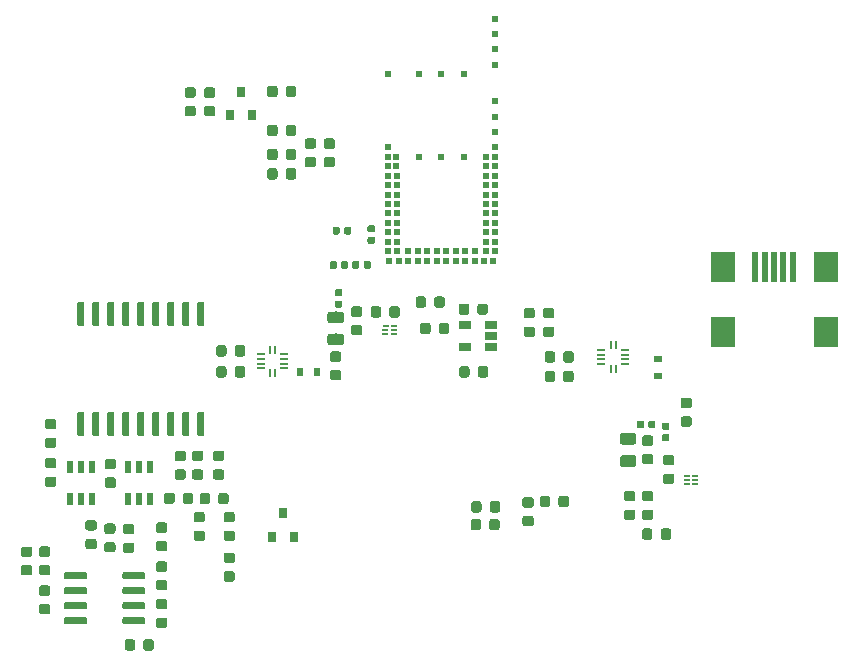
<source format=gbr>
G04 #@! TF.GenerationSoftware,KiCad,Pcbnew,(5.1.4)-1*
G04 #@! TF.CreationDate,2020-01-28T12:58:01-05:00*
G04 #@! TF.ProjectId,MASA-Radio Board,4d415341-2d52-4616-9469-6f20426f6172,rev?*
G04 #@! TF.SameCoordinates,Original*
G04 #@! TF.FileFunction,Paste,Top*
G04 #@! TF.FilePolarity,Positive*
%FSLAX46Y46*%
G04 Gerber Fmt 4.6, Leading zero omitted, Abs format (unit mm)*
G04 Created by KiCad (PCBNEW (5.1.4)-1) date 2020-01-28 12:58:01*
%MOMM*%
%LPD*%
G04 APERTURE LIST*
%ADD10C,0.100000*%
%ADD11C,0.975000*%
%ADD12C,0.875000*%
%ADD13C,0.590000*%
%ADD14R,0.500000X2.500000*%
%ADD15R,2.000000X2.500000*%
%ADD16C,0.600000*%
%ADD17R,0.800000X0.900000*%
%ADD18R,0.550000X1.000000*%
%ADD19O,0.700000X0.200000*%
%ADD20O,0.200000X0.700000*%
%ADD21R,1.060000X0.650000*%
%ADD22R,0.520000X0.200000*%
%ADD23R,0.570000X0.200000*%
%ADD24R,0.700000X0.600000*%
%ADD25R,0.600000X0.700000*%
%ADD26R,0.500000X0.500000*%
G04 APERTURE END LIST*
D10*
G36*
X169390142Y-128467174D02*
G01*
X169413803Y-128470684D01*
X169437007Y-128476496D01*
X169459529Y-128484554D01*
X169481153Y-128494782D01*
X169501670Y-128507079D01*
X169520883Y-128521329D01*
X169538607Y-128537393D01*
X169554671Y-128555117D01*
X169568921Y-128574330D01*
X169581218Y-128594847D01*
X169591446Y-128616471D01*
X169599504Y-128638993D01*
X169605316Y-128662197D01*
X169608826Y-128685858D01*
X169610000Y-128709750D01*
X169610000Y-129197250D01*
X169608826Y-129221142D01*
X169605316Y-129244803D01*
X169599504Y-129268007D01*
X169591446Y-129290529D01*
X169581218Y-129312153D01*
X169568921Y-129332670D01*
X169554671Y-129351883D01*
X169538607Y-129369607D01*
X169520883Y-129385671D01*
X169501670Y-129399921D01*
X169481153Y-129412218D01*
X169459529Y-129422446D01*
X169437007Y-129430504D01*
X169413803Y-129436316D01*
X169390142Y-129439826D01*
X169366250Y-129441000D01*
X168453750Y-129441000D01*
X168429858Y-129439826D01*
X168406197Y-129436316D01*
X168382993Y-129430504D01*
X168360471Y-129422446D01*
X168338847Y-129412218D01*
X168318330Y-129399921D01*
X168299117Y-129385671D01*
X168281393Y-129369607D01*
X168265329Y-129351883D01*
X168251079Y-129332670D01*
X168238782Y-129312153D01*
X168228554Y-129290529D01*
X168220496Y-129268007D01*
X168214684Y-129244803D01*
X168211174Y-129221142D01*
X168210000Y-129197250D01*
X168210000Y-128709750D01*
X168211174Y-128685858D01*
X168214684Y-128662197D01*
X168220496Y-128638993D01*
X168228554Y-128616471D01*
X168238782Y-128594847D01*
X168251079Y-128574330D01*
X168265329Y-128555117D01*
X168281393Y-128537393D01*
X168299117Y-128521329D01*
X168318330Y-128507079D01*
X168338847Y-128494782D01*
X168360471Y-128484554D01*
X168382993Y-128476496D01*
X168406197Y-128470684D01*
X168429858Y-128467174D01*
X168453750Y-128466000D01*
X169366250Y-128466000D01*
X169390142Y-128467174D01*
X169390142Y-128467174D01*
G37*
D11*
X168910000Y-128953500D03*
D10*
G36*
X169390142Y-126592174D02*
G01*
X169413803Y-126595684D01*
X169437007Y-126601496D01*
X169459529Y-126609554D01*
X169481153Y-126619782D01*
X169501670Y-126632079D01*
X169520883Y-126646329D01*
X169538607Y-126662393D01*
X169554671Y-126680117D01*
X169568921Y-126699330D01*
X169581218Y-126719847D01*
X169591446Y-126741471D01*
X169599504Y-126763993D01*
X169605316Y-126787197D01*
X169608826Y-126810858D01*
X169610000Y-126834750D01*
X169610000Y-127322250D01*
X169608826Y-127346142D01*
X169605316Y-127369803D01*
X169599504Y-127393007D01*
X169591446Y-127415529D01*
X169581218Y-127437153D01*
X169568921Y-127457670D01*
X169554671Y-127476883D01*
X169538607Y-127494607D01*
X169520883Y-127510671D01*
X169501670Y-127524921D01*
X169481153Y-127537218D01*
X169459529Y-127547446D01*
X169437007Y-127555504D01*
X169413803Y-127561316D01*
X169390142Y-127564826D01*
X169366250Y-127566000D01*
X168453750Y-127566000D01*
X168429858Y-127564826D01*
X168406197Y-127561316D01*
X168382993Y-127555504D01*
X168360471Y-127547446D01*
X168338847Y-127537218D01*
X168318330Y-127524921D01*
X168299117Y-127510671D01*
X168281393Y-127494607D01*
X168265329Y-127476883D01*
X168251079Y-127457670D01*
X168238782Y-127437153D01*
X168228554Y-127415529D01*
X168220496Y-127393007D01*
X168214684Y-127369803D01*
X168211174Y-127346142D01*
X168210000Y-127322250D01*
X168210000Y-126834750D01*
X168211174Y-126810858D01*
X168214684Y-126787197D01*
X168220496Y-126763993D01*
X168228554Y-126741471D01*
X168238782Y-126719847D01*
X168251079Y-126699330D01*
X168265329Y-126680117D01*
X168281393Y-126662393D01*
X168299117Y-126646329D01*
X168318330Y-126632079D01*
X168338847Y-126619782D01*
X168360471Y-126609554D01*
X168382993Y-126601496D01*
X168406197Y-126595684D01*
X168429858Y-126592174D01*
X168453750Y-126591000D01*
X169366250Y-126591000D01*
X169390142Y-126592174D01*
X169390142Y-126592174D01*
G37*
D11*
X168910000Y-127078500D03*
D10*
G36*
X144625142Y-116305174D02*
G01*
X144648803Y-116308684D01*
X144672007Y-116314496D01*
X144694529Y-116322554D01*
X144716153Y-116332782D01*
X144736670Y-116345079D01*
X144755883Y-116359329D01*
X144773607Y-116375393D01*
X144789671Y-116393117D01*
X144803921Y-116412330D01*
X144816218Y-116432847D01*
X144826446Y-116454471D01*
X144834504Y-116476993D01*
X144840316Y-116500197D01*
X144843826Y-116523858D01*
X144845000Y-116547750D01*
X144845000Y-117035250D01*
X144843826Y-117059142D01*
X144840316Y-117082803D01*
X144834504Y-117106007D01*
X144826446Y-117128529D01*
X144816218Y-117150153D01*
X144803921Y-117170670D01*
X144789671Y-117189883D01*
X144773607Y-117207607D01*
X144755883Y-117223671D01*
X144736670Y-117237921D01*
X144716153Y-117250218D01*
X144694529Y-117260446D01*
X144672007Y-117268504D01*
X144648803Y-117274316D01*
X144625142Y-117277826D01*
X144601250Y-117279000D01*
X143688750Y-117279000D01*
X143664858Y-117277826D01*
X143641197Y-117274316D01*
X143617993Y-117268504D01*
X143595471Y-117260446D01*
X143573847Y-117250218D01*
X143553330Y-117237921D01*
X143534117Y-117223671D01*
X143516393Y-117207607D01*
X143500329Y-117189883D01*
X143486079Y-117170670D01*
X143473782Y-117150153D01*
X143463554Y-117128529D01*
X143455496Y-117106007D01*
X143449684Y-117082803D01*
X143446174Y-117059142D01*
X143445000Y-117035250D01*
X143445000Y-116547750D01*
X143446174Y-116523858D01*
X143449684Y-116500197D01*
X143455496Y-116476993D01*
X143463554Y-116454471D01*
X143473782Y-116432847D01*
X143486079Y-116412330D01*
X143500329Y-116393117D01*
X143516393Y-116375393D01*
X143534117Y-116359329D01*
X143553330Y-116345079D01*
X143573847Y-116332782D01*
X143595471Y-116322554D01*
X143617993Y-116314496D01*
X143641197Y-116308684D01*
X143664858Y-116305174D01*
X143688750Y-116304000D01*
X144601250Y-116304000D01*
X144625142Y-116305174D01*
X144625142Y-116305174D01*
G37*
D11*
X144145000Y-116791500D03*
D10*
G36*
X144625142Y-118180174D02*
G01*
X144648803Y-118183684D01*
X144672007Y-118189496D01*
X144694529Y-118197554D01*
X144716153Y-118207782D01*
X144736670Y-118220079D01*
X144755883Y-118234329D01*
X144773607Y-118250393D01*
X144789671Y-118268117D01*
X144803921Y-118287330D01*
X144816218Y-118307847D01*
X144826446Y-118329471D01*
X144834504Y-118351993D01*
X144840316Y-118375197D01*
X144843826Y-118398858D01*
X144845000Y-118422750D01*
X144845000Y-118910250D01*
X144843826Y-118934142D01*
X144840316Y-118957803D01*
X144834504Y-118981007D01*
X144826446Y-119003529D01*
X144816218Y-119025153D01*
X144803921Y-119045670D01*
X144789671Y-119064883D01*
X144773607Y-119082607D01*
X144755883Y-119098671D01*
X144736670Y-119112921D01*
X144716153Y-119125218D01*
X144694529Y-119135446D01*
X144672007Y-119143504D01*
X144648803Y-119149316D01*
X144625142Y-119152826D01*
X144601250Y-119154000D01*
X143688750Y-119154000D01*
X143664858Y-119152826D01*
X143641197Y-119149316D01*
X143617993Y-119143504D01*
X143595471Y-119135446D01*
X143573847Y-119125218D01*
X143553330Y-119112921D01*
X143534117Y-119098671D01*
X143516393Y-119082607D01*
X143500329Y-119064883D01*
X143486079Y-119045670D01*
X143473782Y-119025153D01*
X143463554Y-119003529D01*
X143455496Y-118981007D01*
X143449684Y-118957803D01*
X143446174Y-118934142D01*
X143445000Y-118910250D01*
X143445000Y-118422750D01*
X143446174Y-118398858D01*
X143449684Y-118375197D01*
X143455496Y-118351993D01*
X143463554Y-118329471D01*
X143473782Y-118307847D01*
X143486079Y-118287330D01*
X143500329Y-118268117D01*
X143516393Y-118250393D01*
X143534117Y-118234329D01*
X143553330Y-118220079D01*
X143573847Y-118207782D01*
X143595471Y-118197554D01*
X143617993Y-118189496D01*
X143641197Y-118183684D01*
X143664858Y-118180174D01*
X143688750Y-118179000D01*
X144601250Y-118179000D01*
X144625142Y-118180174D01*
X144625142Y-118180174D01*
G37*
D11*
X144145000Y-118666500D03*
D10*
G36*
X118257691Y-136196053D02*
G01*
X118278926Y-136199203D01*
X118299750Y-136204419D01*
X118319962Y-136211651D01*
X118339368Y-136220830D01*
X118357781Y-136231866D01*
X118375024Y-136244654D01*
X118390930Y-136259070D01*
X118405346Y-136274976D01*
X118418134Y-136292219D01*
X118429170Y-136310632D01*
X118438349Y-136330038D01*
X118445581Y-136350250D01*
X118450797Y-136371074D01*
X118453947Y-136392309D01*
X118455000Y-136413750D01*
X118455000Y-136851250D01*
X118453947Y-136872691D01*
X118450797Y-136893926D01*
X118445581Y-136914750D01*
X118438349Y-136934962D01*
X118429170Y-136954368D01*
X118418134Y-136972781D01*
X118405346Y-136990024D01*
X118390930Y-137005930D01*
X118375024Y-137020346D01*
X118357781Y-137033134D01*
X118339368Y-137044170D01*
X118319962Y-137053349D01*
X118299750Y-137060581D01*
X118278926Y-137065797D01*
X118257691Y-137068947D01*
X118236250Y-137070000D01*
X117723750Y-137070000D01*
X117702309Y-137068947D01*
X117681074Y-137065797D01*
X117660250Y-137060581D01*
X117640038Y-137053349D01*
X117620632Y-137044170D01*
X117602219Y-137033134D01*
X117584976Y-137020346D01*
X117569070Y-137005930D01*
X117554654Y-136990024D01*
X117541866Y-136972781D01*
X117530830Y-136954368D01*
X117521651Y-136934962D01*
X117514419Y-136914750D01*
X117509203Y-136893926D01*
X117506053Y-136872691D01*
X117505000Y-136851250D01*
X117505000Y-136413750D01*
X117506053Y-136392309D01*
X117509203Y-136371074D01*
X117514419Y-136350250D01*
X117521651Y-136330038D01*
X117530830Y-136310632D01*
X117541866Y-136292219D01*
X117554654Y-136274976D01*
X117569070Y-136259070D01*
X117584976Y-136244654D01*
X117602219Y-136231866D01*
X117620632Y-136220830D01*
X117640038Y-136211651D01*
X117660250Y-136204419D01*
X117681074Y-136199203D01*
X117702309Y-136196053D01*
X117723750Y-136195000D01*
X118236250Y-136195000D01*
X118257691Y-136196053D01*
X118257691Y-136196053D01*
G37*
D12*
X117980000Y-136632500D03*
D10*
G36*
X118257691Y-137771053D02*
G01*
X118278926Y-137774203D01*
X118299750Y-137779419D01*
X118319962Y-137786651D01*
X118339368Y-137795830D01*
X118357781Y-137806866D01*
X118375024Y-137819654D01*
X118390930Y-137834070D01*
X118405346Y-137849976D01*
X118418134Y-137867219D01*
X118429170Y-137885632D01*
X118438349Y-137905038D01*
X118445581Y-137925250D01*
X118450797Y-137946074D01*
X118453947Y-137967309D01*
X118455000Y-137988750D01*
X118455000Y-138426250D01*
X118453947Y-138447691D01*
X118450797Y-138468926D01*
X118445581Y-138489750D01*
X118438349Y-138509962D01*
X118429170Y-138529368D01*
X118418134Y-138547781D01*
X118405346Y-138565024D01*
X118390930Y-138580930D01*
X118375024Y-138595346D01*
X118357781Y-138608134D01*
X118339368Y-138619170D01*
X118319962Y-138628349D01*
X118299750Y-138635581D01*
X118278926Y-138640797D01*
X118257691Y-138643947D01*
X118236250Y-138645000D01*
X117723750Y-138645000D01*
X117702309Y-138643947D01*
X117681074Y-138640797D01*
X117660250Y-138635581D01*
X117640038Y-138628349D01*
X117620632Y-138619170D01*
X117602219Y-138608134D01*
X117584976Y-138595346D01*
X117569070Y-138580930D01*
X117554654Y-138565024D01*
X117541866Y-138547781D01*
X117530830Y-138529368D01*
X117521651Y-138509962D01*
X117514419Y-138489750D01*
X117509203Y-138468926D01*
X117506053Y-138447691D01*
X117505000Y-138426250D01*
X117505000Y-137988750D01*
X117506053Y-137967309D01*
X117509203Y-137946074D01*
X117514419Y-137925250D01*
X117521651Y-137905038D01*
X117530830Y-137885632D01*
X117541866Y-137867219D01*
X117554654Y-137849976D01*
X117569070Y-137834070D01*
X117584976Y-137819654D01*
X117602219Y-137806866D01*
X117620632Y-137795830D01*
X117640038Y-137786651D01*
X117660250Y-137779419D01*
X117681074Y-137774203D01*
X117702309Y-137771053D01*
X117723750Y-137770000D01*
X118236250Y-137770000D01*
X118257691Y-137771053D01*
X118257691Y-137771053D01*
G37*
D12*
X117980000Y-138207500D03*
D10*
G36*
X131257691Y-128096053D02*
G01*
X131278926Y-128099203D01*
X131299750Y-128104419D01*
X131319962Y-128111651D01*
X131339368Y-128120830D01*
X131357781Y-128131866D01*
X131375024Y-128144654D01*
X131390930Y-128159070D01*
X131405346Y-128174976D01*
X131418134Y-128192219D01*
X131429170Y-128210632D01*
X131438349Y-128230038D01*
X131445581Y-128250250D01*
X131450797Y-128271074D01*
X131453947Y-128292309D01*
X131455000Y-128313750D01*
X131455000Y-128751250D01*
X131453947Y-128772691D01*
X131450797Y-128793926D01*
X131445581Y-128814750D01*
X131438349Y-128834962D01*
X131429170Y-128854368D01*
X131418134Y-128872781D01*
X131405346Y-128890024D01*
X131390930Y-128905930D01*
X131375024Y-128920346D01*
X131357781Y-128933134D01*
X131339368Y-128944170D01*
X131319962Y-128953349D01*
X131299750Y-128960581D01*
X131278926Y-128965797D01*
X131257691Y-128968947D01*
X131236250Y-128970000D01*
X130723750Y-128970000D01*
X130702309Y-128968947D01*
X130681074Y-128965797D01*
X130660250Y-128960581D01*
X130640038Y-128953349D01*
X130620632Y-128944170D01*
X130602219Y-128933134D01*
X130584976Y-128920346D01*
X130569070Y-128905930D01*
X130554654Y-128890024D01*
X130541866Y-128872781D01*
X130530830Y-128854368D01*
X130521651Y-128834962D01*
X130514419Y-128814750D01*
X130509203Y-128793926D01*
X130506053Y-128772691D01*
X130505000Y-128751250D01*
X130505000Y-128313750D01*
X130506053Y-128292309D01*
X130509203Y-128271074D01*
X130514419Y-128250250D01*
X130521651Y-128230038D01*
X130530830Y-128210632D01*
X130541866Y-128192219D01*
X130554654Y-128174976D01*
X130569070Y-128159070D01*
X130584976Y-128144654D01*
X130602219Y-128131866D01*
X130620632Y-128120830D01*
X130640038Y-128111651D01*
X130660250Y-128104419D01*
X130681074Y-128099203D01*
X130702309Y-128096053D01*
X130723750Y-128095000D01*
X131236250Y-128095000D01*
X131257691Y-128096053D01*
X131257691Y-128096053D01*
G37*
D12*
X130980000Y-128532500D03*
D10*
G36*
X131257691Y-129671053D02*
G01*
X131278926Y-129674203D01*
X131299750Y-129679419D01*
X131319962Y-129686651D01*
X131339368Y-129695830D01*
X131357781Y-129706866D01*
X131375024Y-129719654D01*
X131390930Y-129734070D01*
X131405346Y-129749976D01*
X131418134Y-129767219D01*
X131429170Y-129785632D01*
X131438349Y-129805038D01*
X131445581Y-129825250D01*
X131450797Y-129846074D01*
X131453947Y-129867309D01*
X131455000Y-129888750D01*
X131455000Y-130326250D01*
X131453947Y-130347691D01*
X131450797Y-130368926D01*
X131445581Y-130389750D01*
X131438349Y-130409962D01*
X131429170Y-130429368D01*
X131418134Y-130447781D01*
X131405346Y-130465024D01*
X131390930Y-130480930D01*
X131375024Y-130495346D01*
X131357781Y-130508134D01*
X131339368Y-130519170D01*
X131319962Y-130528349D01*
X131299750Y-130535581D01*
X131278926Y-130540797D01*
X131257691Y-130543947D01*
X131236250Y-130545000D01*
X130723750Y-130545000D01*
X130702309Y-130543947D01*
X130681074Y-130540797D01*
X130660250Y-130535581D01*
X130640038Y-130528349D01*
X130620632Y-130519170D01*
X130602219Y-130508134D01*
X130584976Y-130495346D01*
X130569070Y-130480930D01*
X130554654Y-130465024D01*
X130541866Y-130447781D01*
X130530830Y-130429368D01*
X130521651Y-130409962D01*
X130514419Y-130389750D01*
X130509203Y-130368926D01*
X130506053Y-130347691D01*
X130505000Y-130326250D01*
X130505000Y-129888750D01*
X130506053Y-129867309D01*
X130509203Y-129846074D01*
X130514419Y-129825250D01*
X130521651Y-129805038D01*
X130530830Y-129785632D01*
X130541866Y-129767219D01*
X130554654Y-129749976D01*
X130569070Y-129734070D01*
X130584976Y-129719654D01*
X130602219Y-129706866D01*
X130620632Y-129695830D01*
X130640038Y-129686651D01*
X130660250Y-129679419D01*
X130681074Y-129674203D01*
X130702309Y-129671053D01*
X130723750Y-129670000D01*
X131236250Y-129670000D01*
X131257691Y-129671053D01*
X131257691Y-129671053D01*
G37*
D12*
X130980000Y-130107500D03*
D10*
G36*
X172347691Y-134666053D02*
G01*
X172368926Y-134669203D01*
X172389750Y-134674419D01*
X172409962Y-134681651D01*
X172429368Y-134690830D01*
X172447781Y-134701866D01*
X172465024Y-134714654D01*
X172480930Y-134729070D01*
X172495346Y-134744976D01*
X172508134Y-134762219D01*
X172519170Y-134780632D01*
X172528349Y-134800038D01*
X172535581Y-134820250D01*
X172540797Y-134841074D01*
X172543947Y-134862309D01*
X172545000Y-134883750D01*
X172545000Y-135396250D01*
X172543947Y-135417691D01*
X172540797Y-135438926D01*
X172535581Y-135459750D01*
X172528349Y-135479962D01*
X172519170Y-135499368D01*
X172508134Y-135517781D01*
X172495346Y-135535024D01*
X172480930Y-135550930D01*
X172465024Y-135565346D01*
X172447781Y-135578134D01*
X172429368Y-135589170D01*
X172409962Y-135598349D01*
X172389750Y-135605581D01*
X172368926Y-135610797D01*
X172347691Y-135613947D01*
X172326250Y-135615000D01*
X171888750Y-135615000D01*
X171867309Y-135613947D01*
X171846074Y-135610797D01*
X171825250Y-135605581D01*
X171805038Y-135598349D01*
X171785632Y-135589170D01*
X171767219Y-135578134D01*
X171749976Y-135565346D01*
X171734070Y-135550930D01*
X171719654Y-135535024D01*
X171706866Y-135517781D01*
X171695830Y-135499368D01*
X171686651Y-135479962D01*
X171679419Y-135459750D01*
X171674203Y-135438926D01*
X171671053Y-135417691D01*
X171670000Y-135396250D01*
X171670000Y-134883750D01*
X171671053Y-134862309D01*
X171674203Y-134841074D01*
X171679419Y-134820250D01*
X171686651Y-134800038D01*
X171695830Y-134780632D01*
X171706866Y-134762219D01*
X171719654Y-134744976D01*
X171734070Y-134729070D01*
X171749976Y-134714654D01*
X171767219Y-134701866D01*
X171785632Y-134690830D01*
X171805038Y-134681651D01*
X171825250Y-134674419D01*
X171846074Y-134669203D01*
X171867309Y-134666053D01*
X171888750Y-134665000D01*
X172326250Y-134665000D01*
X172347691Y-134666053D01*
X172347691Y-134666053D01*
G37*
D12*
X172107500Y-135140000D03*
D10*
G36*
X170772691Y-134666053D02*
G01*
X170793926Y-134669203D01*
X170814750Y-134674419D01*
X170834962Y-134681651D01*
X170854368Y-134690830D01*
X170872781Y-134701866D01*
X170890024Y-134714654D01*
X170905930Y-134729070D01*
X170920346Y-134744976D01*
X170933134Y-134762219D01*
X170944170Y-134780632D01*
X170953349Y-134800038D01*
X170960581Y-134820250D01*
X170965797Y-134841074D01*
X170968947Y-134862309D01*
X170970000Y-134883750D01*
X170970000Y-135396250D01*
X170968947Y-135417691D01*
X170965797Y-135438926D01*
X170960581Y-135459750D01*
X170953349Y-135479962D01*
X170944170Y-135499368D01*
X170933134Y-135517781D01*
X170920346Y-135535024D01*
X170905930Y-135550930D01*
X170890024Y-135565346D01*
X170872781Y-135578134D01*
X170854368Y-135589170D01*
X170834962Y-135598349D01*
X170814750Y-135605581D01*
X170793926Y-135610797D01*
X170772691Y-135613947D01*
X170751250Y-135615000D01*
X170313750Y-135615000D01*
X170292309Y-135613947D01*
X170271074Y-135610797D01*
X170250250Y-135605581D01*
X170230038Y-135598349D01*
X170210632Y-135589170D01*
X170192219Y-135578134D01*
X170174976Y-135565346D01*
X170159070Y-135550930D01*
X170144654Y-135535024D01*
X170131866Y-135517781D01*
X170120830Y-135499368D01*
X170111651Y-135479962D01*
X170104419Y-135459750D01*
X170099203Y-135438926D01*
X170096053Y-135417691D01*
X170095000Y-135396250D01*
X170095000Y-134883750D01*
X170096053Y-134862309D01*
X170099203Y-134841074D01*
X170104419Y-134820250D01*
X170111651Y-134800038D01*
X170120830Y-134780632D01*
X170131866Y-134762219D01*
X170144654Y-134744976D01*
X170159070Y-134729070D01*
X170174976Y-134714654D01*
X170192219Y-134701866D01*
X170210632Y-134690830D01*
X170230038Y-134681651D01*
X170250250Y-134674419D01*
X170271074Y-134669203D01*
X170292309Y-134666053D01*
X170313750Y-134665000D01*
X170751250Y-134665000D01*
X170772691Y-134666053D01*
X170772691Y-134666053D01*
G37*
D12*
X170532500Y-135140000D03*
D10*
G36*
X156252691Y-133866053D02*
G01*
X156273926Y-133869203D01*
X156294750Y-133874419D01*
X156314962Y-133881651D01*
X156334368Y-133890830D01*
X156352781Y-133901866D01*
X156370024Y-133914654D01*
X156385930Y-133929070D01*
X156400346Y-133944976D01*
X156413134Y-133962219D01*
X156424170Y-133980632D01*
X156433349Y-134000038D01*
X156440581Y-134020250D01*
X156445797Y-134041074D01*
X156448947Y-134062309D01*
X156450000Y-134083750D01*
X156450000Y-134596250D01*
X156448947Y-134617691D01*
X156445797Y-134638926D01*
X156440581Y-134659750D01*
X156433349Y-134679962D01*
X156424170Y-134699368D01*
X156413134Y-134717781D01*
X156400346Y-134735024D01*
X156385930Y-134750930D01*
X156370024Y-134765346D01*
X156352781Y-134778134D01*
X156334368Y-134789170D01*
X156314962Y-134798349D01*
X156294750Y-134805581D01*
X156273926Y-134810797D01*
X156252691Y-134813947D01*
X156231250Y-134815000D01*
X155793750Y-134815000D01*
X155772309Y-134813947D01*
X155751074Y-134810797D01*
X155730250Y-134805581D01*
X155710038Y-134798349D01*
X155690632Y-134789170D01*
X155672219Y-134778134D01*
X155654976Y-134765346D01*
X155639070Y-134750930D01*
X155624654Y-134735024D01*
X155611866Y-134717781D01*
X155600830Y-134699368D01*
X155591651Y-134679962D01*
X155584419Y-134659750D01*
X155579203Y-134638926D01*
X155576053Y-134617691D01*
X155575000Y-134596250D01*
X155575000Y-134083750D01*
X155576053Y-134062309D01*
X155579203Y-134041074D01*
X155584419Y-134020250D01*
X155591651Y-134000038D01*
X155600830Y-133980632D01*
X155611866Y-133962219D01*
X155624654Y-133944976D01*
X155639070Y-133929070D01*
X155654976Y-133914654D01*
X155672219Y-133901866D01*
X155690632Y-133890830D01*
X155710038Y-133881651D01*
X155730250Y-133874419D01*
X155751074Y-133869203D01*
X155772309Y-133866053D01*
X155793750Y-133865000D01*
X156231250Y-133865000D01*
X156252691Y-133866053D01*
X156252691Y-133866053D01*
G37*
D12*
X156012500Y-134340000D03*
D10*
G36*
X157827691Y-133866053D02*
G01*
X157848926Y-133869203D01*
X157869750Y-133874419D01*
X157889962Y-133881651D01*
X157909368Y-133890830D01*
X157927781Y-133901866D01*
X157945024Y-133914654D01*
X157960930Y-133929070D01*
X157975346Y-133944976D01*
X157988134Y-133962219D01*
X157999170Y-133980632D01*
X158008349Y-134000038D01*
X158015581Y-134020250D01*
X158020797Y-134041074D01*
X158023947Y-134062309D01*
X158025000Y-134083750D01*
X158025000Y-134596250D01*
X158023947Y-134617691D01*
X158020797Y-134638926D01*
X158015581Y-134659750D01*
X158008349Y-134679962D01*
X157999170Y-134699368D01*
X157988134Y-134717781D01*
X157975346Y-134735024D01*
X157960930Y-134750930D01*
X157945024Y-134765346D01*
X157927781Y-134778134D01*
X157909368Y-134789170D01*
X157889962Y-134798349D01*
X157869750Y-134805581D01*
X157848926Y-134810797D01*
X157827691Y-134813947D01*
X157806250Y-134815000D01*
X157368750Y-134815000D01*
X157347309Y-134813947D01*
X157326074Y-134810797D01*
X157305250Y-134805581D01*
X157285038Y-134798349D01*
X157265632Y-134789170D01*
X157247219Y-134778134D01*
X157229976Y-134765346D01*
X157214070Y-134750930D01*
X157199654Y-134735024D01*
X157186866Y-134717781D01*
X157175830Y-134699368D01*
X157166651Y-134679962D01*
X157159419Y-134659750D01*
X157154203Y-134638926D01*
X157151053Y-134617691D01*
X157150000Y-134596250D01*
X157150000Y-134083750D01*
X157151053Y-134062309D01*
X157154203Y-134041074D01*
X157159419Y-134020250D01*
X157166651Y-134000038D01*
X157175830Y-133980632D01*
X157186866Y-133962219D01*
X157199654Y-133944976D01*
X157214070Y-133929070D01*
X157229976Y-133914654D01*
X157247219Y-133901866D01*
X157265632Y-133890830D01*
X157285038Y-133881651D01*
X157305250Y-133874419D01*
X157326074Y-133869203D01*
X157347309Y-133866053D01*
X157368750Y-133865000D01*
X157806250Y-133865000D01*
X157827691Y-133866053D01*
X157827691Y-133866053D01*
G37*
D12*
X157587500Y-134340000D03*
D10*
G36*
X160707691Y-133601053D02*
G01*
X160728926Y-133604203D01*
X160749750Y-133609419D01*
X160769962Y-133616651D01*
X160789368Y-133625830D01*
X160807781Y-133636866D01*
X160825024Y-133649654D01*
X160840930Y-133664070D01*
X160855346Y-133679976D01*
X160868134Y-133697219D01*
X160879170Y-133715632D01*
X160888349Y-133735038D01*
X160895581Y-133755250D01*
X160900797Y-133776074D01*
X160903947Y-133797309D01*
X160905000Y-133818750D01*
X160905000Y-134256250D01*
X160903947Y-134277691D01*
X160900797Y-134298926D01*
X160895581Y-134319750D01*
X160888349Y-134339962D01*
X160879170Y-134359368D01*
X160868134Y-134377781D01*
X160855346Y-134395024D01*
X160840930Y-134410930D01*
X160825024Y-134425346D01*
X160807781Y-134438134D01*
X160789368Y-134449170D01*
X160769962Y-134458349D01*
X160749750Y-134465581D01*
X160728926Y-134470797D01*
X160707691Y-134473947D01*
X160686250Y-134475000D01*
X160173750Y-134475000D01*
X160152309Y-134473947D01*
X160131074Y-134470797D01*
X160110250Y-134465581D01*
X160090038Y-134458349D01*
X160070632Y-134449170D01*
X160052219Y-134438134D01*
X160034976Y-134425346D01*
X160019070Y-134410930D01*
X160004654Y-134395024D01*
X159991866Y-134377781D01*
X159980830Y-134359368D01*
X159971651Y-134339962D01*
X159964419Y-134319750D01*
X159959203Y-134298926D01*
X159956053Y-134277691D01*
X159955000Y-134256250D01*
X159955000Y-133818750D01*
X159956053Y-133797309D01*
X159959203Y-133776074D01*
X159964419Y-133755250D01*
X159971651Y-133735038D01*
X159980830Y-133715632D01*
X159991866Y-133697219D01*
X160004654Y-133679976D01*
X160019070Y-133664070D01*
X160034976Y-133649654D01*
X160052219Y-133636866D01*
X160070632Y-133625830D01*
X160090038Y-133616651D01*
X160110250Y-133609419D01*
X160131074Y-133604203D01*
X160152309Y-133601053D01*
X160173750Y-133600000D01*
X160686250Y-133600000D01*
X160707691Y-133601053D01*
X160707691Y-133601053D01*
G37*
D12*
X160430000Y-134037500D03*
D10*
G36*
X160707691Y-132026053D02*
G01*
X160728926Y-132029203D01*
X160749750Y-132034419D01*
X160769962Y-132041651D01*
X160789368Y-132050830D01*
X160807781Y-132061866D01*
X160825024Y-132074654D01*
X160840930Y-132089070D01*
X160855346Y-132104976D01*
X160868134Y-132122219D01*
X160879170Y-132140632D01*
X160888349Y-132160038D01*
X160895581Y-132180250D01*
X160900797Y-132201074D01*
X160903947Y-132222309D01*
X160905000Y-132243750D01*
X160905000Y-132681250D01*
X160903947Y-132702691D01*
X160900797Y-132723926D01*
X160895581Y-132744750D01*
X160888349Y-132764962D01*
X160879170Y-132784368D01*
X160868134Y-132802781D01*
X160855346Y-132820024D01*
X160840930Y-132835930D01*
X160825024Y-132850346D01*
X160807781Y-132863134D01*
X160789368Y-132874170D01*
X160769962Y-132883349D01*
X160749750Y-132890581D01*
X160728926Y-132895797D01*
X160707691Y-132898947D01*
X160686250Y-132900000D01*
X160173750Y-132900000D01*
X160152309Y-132898947D01*
X160131074Y-132895797D01*
X160110250Y-132890581D01*
X160090038Y-132883349D01*
X160070632Y-132874170D01*
X160052219Y-132863134D01*
X160034976Y-132850346D01*
X160019070Y-132835930D01*
X160004654Y-132820024D01*
X159991866Y-132802781D01*
X159980830Y-132784368D01*
X159971651Y-132764962D01*
X159964419Y-132744750D01*
X159959203Y-132723926D01*
X159956053Y-132702691D01*
X159955000Y-132681250D01*
X159955000Y-132243750D01*
X159956053Y-132222309D01*
X159959203Y-132201074D01*
X159964419Y-132180250D01*
X159971651Y-132160038D01*
X159980830Y-132140632D01*
X159991866Y-132122219D01*
X160004654Y-132104976D01*
X160019070Y-132089070D01*
X160034976Y-132074654D01*
X160052219Y-132061866D01*
X160070632Y-132050830D01*
X160090038Y-132041651D01*
X160110250Y-132034419D01*
X160131074Y-132029203D01*
X160152309Y-132026053D01*
X160173750Y-132025000D01*
X160686250Y-132025000D01*
X160707691Y-132026053D01*
X160707691Y-132026053D01*
G37*
D12*
X160430000Y-132462500D03*
D10*
G36*
X162112691Y-131896053D02*
G01*
X162133926Y-131899203D01*
X162154750Y-131904419D01*
X162174962Y-131911651D01*
X162194368Y-131920830D01*
X162212781Y-131931866D01*
X162230024Y-131944654D01*
X162245930Y-131959070D01*
X162260346Y-131974976D01*
X162273134Y-131992219D01*
X162284170Y-132010632D01*
X162293349Y-132030038D01*
X162300581Y-132050250D01*
X162305797Y-132071074D01*
X162308947Y-132092309D01*
X162310000Y-132113750D01*
X162310000Y-132626250D01*
X162308947Y-132647691D01*
X162305797Y-132668926D01*
X162300581Y-132689750D01*
X162293349Y-132709962D01*
X162284170Y-132729368D01*
X162273134Y-132747781D01*
X162260346Y-132765024D01*
X162245930Y-132780930D01*
X162230024Y-132795346D01*
X162212781Y-132808134D01*
X162194368Y-132819170D01*
X162174962Y-132828349D01*
X162154750Y-132835581D01*
X162133926Y-132840797D01*
X162112691Y-132843947D01*
X162091250Y-132845000D01*
X161653750Y-132845000D01*
X161632309Y-132843947D01*
X161611074Y-132840797D01*
X161590250Y-132835581D01*
X161570038Y-132828349D01*
X161550632Y-132819170D01*
X161532219Y-132808134D01*
X161514976Y-132795346D01*
X161499070Y-132780930D01*
X161484654Y-132765024D01*
X161471866Y-132747781D01*
X161460830Y-132729368D01*
X161451651Y-132709962D01*
X161444419Y-132689750D01*
X161439203Y-132668926D01*
X161436053Y-132647691D01*
X161435000Y-132626250D01*
X161435000Y-132113750D01*
X161436053Y-132092309D01*
X161439203Y-132071074D01*
X161444419Y-132050250D01*
X161451651Y-132030038D01*
X161460830Y-132010632D01*
X161471866Y-131992219D01*
X161484654Y-131974976D01*
X161499070Y-131959070D01*
X161514976Y-131944654D01*
X161532219Y-131931866D01*
X161550632Y-131920830D01*
X161570038Y-131911651D01*
X161590250Y-131904419D01*
X161611074Y-131899203D01*
X161632309Y-131896053D01*
X161653750Y-131895000D01*
X162091250Y-131895000D01*
X162112691Y-131896053D01*
X162112691Y-131896053D01*
G37*
D12*
X161872500Y-132370000D03*
D10*
G36*
X163687691Y-131896053D02*
G01*
X163708926Y-131899203D01*
X163729750Y-131904419D01*
X163749962Y-131911651D01*
X163769368Y-131920830D01*
X163787781Y-131931866D01*
X163805024Y-131944654D01*
X163820930Y-131959070D01*
X163835346Y-131974976D01*
X163848134Y-131992219D01*
X163859170Y-132010632D01*
X163868349Y-132030038D01*
X163875581Y-132050250D01*
X163880797Y-132071074D01*
X163883947Y-132092309D01*
X163885000Y-132113750D01*
X163885000Y-132626250D01*
X163883947Y-132647691D01*
X163880797Y-132668926D01*
X163875581Y-132689750D01*
X163868349Y-132709962D01*
X163859170Y-132729368D01*
X163848134Y-132747781D01*
X163835346Y-132765024D01*
X163820930Y-132780930D01*
X163805024Y-132795346D01*
X163787781Y-132808134D01*
X163769368Y-132819170D01*
X163749962Y-132828349D01*
X163729750Y-132835581D01*
X163708926Y-132840797D01*
X163687691Y-132843947D01*
X163666250Y-132845000D01*
X163228750Y-132845000D01*
X163207309Y-132843947D01*
X163186074Y-132840797D01*
X163165250Y-132835581D01*
X163145038Y-132828349D01*
X163125632Y-132819170D01*
X163107219Y-132808134D01*
X163089976Y-132795346D01*
X163074070Y-132780930D01*
X163059654Y-132765024D01*
X163046866Y-132747781D01*
X163035830Y-132729368D01*
X163026651Y-132709962D01*
X163019419Y-132689750D01*
X163014203Y-132668926D01*
X163011053Y-132647691D01*
X163010000Y-132626250D01*
X163010000Y-132113750D01*
X163011053Y-132092309D01*
X163014203Y-132071074D01*
X163019419Y-132050250D01*
X163026651Y-132030038D01*
X163035830Y-132010632D01*
X163046866Y-131992219D01*
X163059654Y-131974976D01*
X163074070Y-131959070D01*
X163089976Y-131944654D01*
X163107219Y-131931866D01*
X163125632Y-131920830D01*
X163145038Y-131911651D01*
X163165250Y-131904419D01*
X163186074Y-131899203D01*
X163207309Y-131896053D01*
X163228750Y-131895000D01*
X163666250Y-131895000D01*
X163687691Y-131896053D01*
X163687691Y-131896053D01*
G37*
D12*
X163447500Y-132370000D03*
D10*
G36*
X145316958Y-109140710D02*
G01*
X145331276Y-109142834D01*
X145345317Y-109146351D01*
X145358946Y-109151228D01*
X145372031Y-109157417D01*
X145384447Y-109164858D01*
X145396073Y-109173481D01*
X145406798Y-109183202D01*
X145416519Y-109193927D01*
X145425142Y-109205553D01*
X145432583Y-109217969D01*
X145438772Y-109231054D01*
X145443649Y-109244683D01*
X145447166Y-109258724D01*
X145449290Y-109273042D01*
X145450000Y-109287500D01*
X145450000Y-109632500D01*
X145449290Y-109646958D01*
X145447166Y-109661276D01*
X145443649Y-109675317D01*
X145438772Y-109688946D01*
X145432583Y-109702031D01*
X145425142Y-109714447D01*
X145416519Y-109726073D01*
X145406798Y-109736798D01*
X145396073Y-109746519D01*
X145384447Y-109755142D01*
X145372031Y-109762583D01*
X145358946Y-109768772D01*
X145345317Y-109773649D01*
X145331276Y-109777166D01*
X145316958Y-109779290D01*
X145302500Y-109780000D01*
X145007500Y-109780000D01*
X144993042Y-109779290D01*
X144978724Y-109777166D01*
X144964683Y-109773649D01*
X144951054Y-109768772D01*
X144937969Y-109762583D01*
X144925553Y-109755142D01*
X144913927Y-109746519D01*
X144903202Y-109736798D01*
X144893481Y-109726073D01*
X144884858Y-109714447D01*
X144877417Y-109702031D01*
X144871228Y-109688946D01*
X144866351Y-109675317D01*
X144862834Y-109661276D01*
X144860710Y-109646958D01*
X144860000Y-109632500D01*
X144860000Y-109287500D01*
X144860710Y-109273042D01*
X144862834Y-109258724D01*
X144866351Y-109244683D01*
X144871228Y-109231054D01*
X144877417Y-109217969D01*
X144884858Y-109205553D01*
X144893481Y-109193927D01*
X144903202Y-109183202D01*
X144913927Y-109173481D01*
X144925553Y-109164858D01*
X144937969Y-109157417D01*
X144951054Y-109151228D01*
X144964683Y-109146351D01*
X144978724Y-109142834D01*
X144993042Y-109140710D01*
X145007500Y-109140000D01*
X145302500Y-109140000D01*
X145316958Y-109140710D01*
X145316958Y-109140710D01*
G37*
D13*
X145155000Y-109460000D03*
D10*
G36*
X144346958Y-109140710D02*
G01*
X144361276Y-109142834D01*
X144375317Y-109146351D01*
X144388946Y-109151228D01*
X144402031Y-109157417D01*
X144414447Y-109164858D01*
X144426073Y-109173481D01*
X144436798Y-109183202D01*
X144446519Y-109193927D01*
X144455142Y-109205553D01*
X144462583Y-109217969D01*
X144468772Y-109231054D01*
X144473649Y-109244683D01*
X144477166Y-109258724D01*
X144479290Y-109273042D01*
X144480000Y-109287500D01*
X144480000Y-109632500D01*
X144479290Y-109646958D01*
X144477166Y-109661276D01*
X144473649Y-109675317D01*
X144468772Y-109688946D01*
X144462583Y-109702031D01*
X144455142Y-109714447D01*
X144446519Y-109726073D01*
X144436798Y-109736798D01*
X144426073Y-109746519D01*
X144414447Y-109755142D01*
X144402031Y-109762583D01*
X144388946Y-109768772D01*
X144375317Y-109773649D01*
X144361276Y-109777166D01*
X144346958Y-109779290D01*
X144332500Y-109780000D01*
X144037500Y-109780000D01*
X144023042Y-109779290D01*
X144008724Y-109777166D01*
X143994683Y-109773649D01*
X143981054Y-109768772D01*
X143967969Y-109762583D01*
X143955553Y-109755142D01*
X143943927Y-109746519D01*
X143933202Y-109736798D01*
X143923481Y-109726073D01*
X143914858Y-109714447D01*
X143907417Y-109702031D01*
X143901228Y-109688946D01*
X143896351Y-109675317D01*
X143892834Y-109661276D01*
X143890710Y-109646958D01*
X143890000Y-109632500D01*
X143890000Y-109287500D01*
X143890710Y-109273042D01*
X143892834Y-109258724D01*
X143896351Y-109244683D01*
X143901228Y-109231054D01*
X143907417Y-109217969D01*
X143914858Y-109205553D01*
X143923481Y-109193927D01*
X143933202Y-109183202D01*
X143943927Y-109173481D01*
X143955553Y-109164858D01*
X143967969Y-109157417D01*
X143981054Y-109151228D01*
X143994683Y-109146351D01*
X144008724Y-109142834D01*
X144023042Y-109140710D01*
X144037500Y-109140000D01*
X144332500Y-109140000D01*
X144346958Y-109140710D01*
X144346958Y-109140710D01*
G37*
D13*
X144185000Y-109460000D03*
D10*
G36*
X145066958Y-112040710D02*
G01*
X145081276Y-112042834D01*
X145095317Y-112046351D01*
X145108946Y-112051228D01*
X145122031Y-112057417D01*
X145134447Y-112064858D01*
X145146073Y-112073481D01*
X145156798Y-112083202D01*
X145166519Y-112093927D01*
X145175142Y-112105553D01*
X145182583Y-112117969D01*
X145188772Y-112131054D01*
X145193649Y-112144683D01*
X145197166Y-112158724D01*
X145199290Y-112173042D01*
X145200000Y-112187500D01*
X145200000Y-112532500D01*
X145199290Y-112546958D01*
X145197166Y-112561276D01*
X145193649Y-112575317D01*
X145188772Y-112588946D01*
X145182583Y-112602031D01*
X145175142Y-112614447D01*
X145166519Y-112626073D01*
X145156798Y-112636798D01*
X145146073Y-112646519D01*
X145134447Y-112655142D01*
X145122031Y-112662583D01*
X145108946Y-112668772D01*
X145095317Y-112673649D01*
X145081276Y-112677166D01*
X145066958Y-112679290D01*
X145052500Y-112680000D01*
X144757500Y-112680000D01*
X144743042Y-112679290D01*
X144728724Y-112677166D01*
X144714683Y-112673649D01*
X144701054Y-112668772D01*
X144687969Y-112662583D01*
X144675553Y-112655142D01*
X144663927Y-112646519D01*
X144653202Y-112636798D01*
X144643481Y-112626073D01*
X144634858Y-112614447D01*
X144627417Y-112602031D01*
X144621228Y-112588946D01*
X144616351Y-112575317D01*
X144612834Y-112561276D01*
X144610710Y-112546958D01*
X144610000Y-112532500D01*
X144610000Y-112187500D01*
X144610710Y-112173042D01*
X144612834Y-112158724D01*
X144616351Y-112144683D01*
X144621228Y-112131054D01*
X144627417Y-112117969D01*
X144634858Y-112105553D01*
X144643481Y-112093927D01*
X144653202Y-112083202D01*
X144663927Y-112073481D01*
X144675553Y-112064858D01*
X144687969Y-112057417D01*
X144701054Y-112051228D01*
X144714683Y-112046351D01*
X144728724Y-112042834D01*
X144743042Y-112040710D01*
X144757500Y-112040000D01*
X145052500Y-112040000D01*
X145066958Y-112040710D01*
X145066958Y-112040710D01*
G37*
D13*
X144905000Y-112360000D03*
D10*
G36*
X144096958Y-112040710D02*
G01*
X144111276Y-112042834D01*
X144125317Y-112046351D01*
X144138946Y-112051228D01*
X144152031Y-112057417D01*
X144164447Y-112064858D01*
X144176073Y-112073481D01*
X144186798Y-112083202D01*
X144196519Y-112093927D01*
X144205142Y-112105553D01*
X144212583Y-112117969D01*
X144218772Y-112131054D01*
X144223649Y-112144683D01*
X144227166Y-112158724D01*
X144229290Y-112173042D01*
X144230000Y-112187500D01*
X144230000Y-112532500D01*
X144229290Y-112546958D01*
X144227166Y-112561276D01*
X144223649Y-112575317D01*
X144218772Y-112588946D01*
X144212583Y-112602031D01*
X144205142Y-112614447D01*
X144196519Y-112626073D01*
X144186798Y-112636798D01*
X144176073Y-112646519D01*
X144164447Y-112655142D01*
X144152031Y-112662583D01*
X144138946Y-112668772D01*
X144125317Y-112673649D01*
X144111276Y-112677166D01*
X144096958Y-112679290D01*
X144082500Y-112680000D01*
X143787500Y-112680000D01*
X143773042Y-112679290D01*
X143758724Y-112677166D01*
X143744683Y-112673649D01*
X143731054Y-112668772D01*
X143717969Y-112662583D01*
X143705553Y-112655142D01*
X143693927Y-112646519D01*
X143683202Y-112636798D01*
X143673481Y-112626073D01*
X143664858Y-112614447D01*
X143657417Y-112602031D01*
X143651228Y-112588946D01*
X143646351Y-112575317D01*
X143642834Y-112561276D01*
X143640710Y-112546958D01*
X143640000Y-112532500D01*
X143640000Y-112187500D01*
X143640710Y-112173042D01*
X143642834Y-112158724D01*
X143646351Y-112144683D01*
X143651228Y-112131054D01*
X143657417Y-112117969D01*
X143664858Y-112105553D01*
X143673481Y-112093927D01*
X143683202Y-112083202D01*
X143693927Y-112073481D01*
X143705553Y-112064858D01*
X143717969Y-112057417D01*
X143731054Y-112051228D01*
X143744683Y-112046351D01*
X143758724Y-112042834D01*
X143773042Y-112040710D01*
X143787500Y-112040000D01*
X144082500Y-112040000D01*
X144096958Y-112040710D01*
X144096958Y-112040710D01*
G37*
D13*
X143935000Y-112360000D03*
D10*
G36*
X147346958Y-109005710D02*
G01*
X147361276Y-109007834D01*
X147375317Y-109011351D01*
X147388946Y-109016228D01*
X147402031Y-109022417D01*
X147414447Y-109029858D01*
X147426073Y-109038481D01*
X147436798Y-109048202D01*
X147446519Y-109058927D01*
X147455142Y-109070553D01*
X147462583Y-109082969D01*
X147468772Y-109096054D01*
X147473649Y-109109683D01*
X147477166Y-109123724D01*
X147479290Y-109138042D01*
X147480000Y-109152500D01*
X147480000Y-109447500D01*
X147479290Y-109461958D01*
X147477166Y-109476276D01*
X147473649Y-109490317D01*
X147468772Y-109503946D01*
X147462583Y-109517031D01*
X147455142Y-109529447D01*
X147446519Y-109541073D01*
X147436798Y-109551798D01*
X147426073Y-109561519D01*
X147414447Y-109570142D01*
X147402031Y-109577583D01*
X147388946Y-109583772D01*
X147375317Y-109588649D01*
X147361276Y-109592166D01*
X147346958Y-109594290D01*
X147332500Y-109595000D01*
X146987500Y-109595000D01*
X146973042Y-109594290D01*
X146958724Y-109592166D01*
X146944683Y-109588649D01*
X146931054Y-109583772D01*
X146917969Y-109577583D01*
X146905553Y-109570142D01*
X146893927Y-109561519D01*
X146883202Y-109551798D01*
X146873481Y-109541073D01*
X146864858Y-109529447D01*
X146857417Y-109517031D01*
X146851228Y-109503946D01*
X146846351Y-109490317D01*
X146842834Y-109476276D01*
X146840710Y-109461958D01*
X146840000Y-109447500D01*
X146840000Y-109152500D01*
X146840710Y-109138042D01*
X146842834Y-109123724D01*
X146846351Y-109109683D01*
X146851228Y-109096054D01*
X146857417Y-109082969D01*
X146864858Y-109070553D01*
X146873481Y-109058927D01*
X146883202Y-109048202D01*
X146893927Y-109038481D01*
X146905553Y-109029858D01*
X146917969Y-109022417D01*
X146931054Y-109016228D01*
X146944683Y-109011351D01*
X146958724Y-109007834D01*
X146973042Y-109005710D01*
X146987500Y-109005000D01*
X147332500Y-109005000D01*
X147346958Y-109005710D01*
X147346958Y-109005710D01*
G37*
D13*
X147160000Y-109300000D03*
D10*
G36*
X147346958Y-109975710D02*
G01*
X147361276Y-109977834D01*
X147375317Y-109981351D01*
X147388946Y-109986228D01*
X147402031Y-109992417D01*
X147414447Y-109999858D01*
X147426073Y-110008481D01*
X147436798Y-110018202D01*
X147446519Y-110028927D01*
X147455142Y-110040553D01*
X147462583Y-110052969D01*
X147468772Y-110066054D01*
X147473649Y-110079683D01*
X147477166Y-110093724D01*
X147479290Y-110108042D01*
X147480000Y-110122500D01*
X147480000Y-110417500D01*
X147479290Y-110431958D01*
X147477166Y-110446276D01*
X147473649Y-110460317D01*
X147468772Y-110473946D01*
X147462583Y-110487031D01*
X147455142Y-110499447D01*
X147446519Y-110511073D01*
X147436798Y-110521798D01*
X147426073Y-110531519D01*
X147414447Y-110540142D01*
X147402031Y-110547583D01*
X147388946Y-110553772D01*
X147375317Y-110558649D01*
X147361276Y-110562166D01*
X147346958Y-110564290D01*
X147332500Y-110565000D01*
X146987500Y-110565000D01*
X146973042Y-110564290D01*
X146958724Y-110562166D01*
X146944683Y-110558649D01*
X146931054Y-110553772D01*
X146917969Y-110547583D01*
X146905553Y-110540142D01*
X146893927Y-110531519D01*
X146883202Y-110521798D01*
X146873481Y-110511073D01*
X146864858Y-110499447D01*
X146857417Y-110487031D01*
X146851228Y-110473946D01*
X146846351Y-110460317D01*
X146842834Y-110446276D01*
X146840710Y-110431958D01*
X146840000Y-110417500D01*
X146840000Y-110122500D01*
X146840710Y-110108042D01*
X146842834Y-110093724D01*
X146846351Y-110079683D01*
X146851228Y-110066054D01*
X146857417Y-110052969D01*
X146864858Y-110040553D01*
X146873481Y-110028927D01*
X146883202Y-110018202D01*
X146893927Y-110008481D01*
X146905553Y-109999858D01*
X146917969Y-109992417D01*
X146931054Y-109986228D01*
X146944683Y-109981351D01*
X146958724Y-109977834D01*
X146973042Y-109975710D01*
X146987500Y-109975000D01*
X147332500Y-109975000D01*
X147346958Y-109975710D01*
X147346958Y-109975710D01*
G37*
D13*
X147160000Y-110270000D03*
D10*
G36*
X146976958Y-112030710D02*
G01*
X146991276Y-112032834D01*
X147005317Y-112036351D01*
X147018946Y-112041228D01*
X147032031Y-112047417D01*
X147044447Y-112054858D01*
X147056073Y-112063481D01*
X147066798Y-112073202D01*
X147076519Y-112083927D01*
X147085142Y-112095553D01*
X147092583Y-112107969D01*
X147098772Y-112121054D01*
X147103649Y-112134683D01*
X147107166Y-112148724D01*
X147109290Y-112163042D01*
X147110000Y-112177500D01*
X147110000Y-112522500D01*
X147109290Y-112536958D01*
X147107166Y-112551276D01*
X147103649Y-112565317D01*
X147098772Y-112578946D01*
X147092583Y-112592031D01*
X147085142Y-112604447D01*
X147076519Y-112616073D01*
X147066798Y-112626798D01*
X147056073Y-112636519D01*
X147044447Y-112645142D01*
X147032031Y-112652583D01*
X147018946Y-112658772D01*
X147005317Y-112663649D01*
X146991276Y-112667166D01*
X146976958Y-112669290D01*
X146962500Y-112670000D01*
X146667500Y-112670000D01*
X146653042Y-112669290D01*
X146638724Y-112667166D01*
X146624683Y-112663649D01*
X146611054Y-112658772D01*
X146597969Y-112652583D01*
X146585553Y-112645142D01*
X146573927Y-112636519D01*
X146563202Y-112626798D01*
X146553481Y-112616073D01*
X146544858Y-112604447D01*
X146537417Y-112592031D01*
X146531228Y-112578946D01*
X146526351Y-112565317D01*
X146522834Y-112551276D01*
X146520710Y-112536958D01*
X146520000Y-112522500D01*
X146520000Y-112177500D01*
X146520710Y-112163042D01*
X146522834Y-112148724D01*
X146526351Y-112134683D01*
X146531228Y-112121054D01*
X146537417Y-112107969D01*
X146544858Y-112095553D01*
X146553481Y-112083927D01*
X146563202Y-112073202D01*
X146573927Y-112063481D01*
X146585553Y-112054858D01*
X146597969Y-112047417D01*
X146611054Y-112041228D01*
X146624683Y-112036351D01*
X146638724Y-112032834D01*
X146653042Y-112030710D01*
X146667500Y-112030000D01*
X146962500Y-112030000D01*
X146976958Y-112030710D01*
X146976958Y-112030710D01*
G37*
D13*
X146815000Y-112350000D03*
D10*
G36*
X146006958Y-112030710D02*
G01*
X146021276Y-112032834D01*
X146035317Y-112036351D01*
X146048946Y-112041228D01*
X146062031Y-112047417D01*
X146074447Y-112054858D01*
X146086073Y-112063481D01*
X146096798Y-112073202D01*
X146106519Y-112083927D01*
X146115142Y-112095553D01*
X146122583Y-112107969D01*
X146128772Y-112121054D01*
X146133649Y-112134683D01*
X146137166Y-112148724D01*
X146139290Y-112163042D01*
X146140000Y-112177500D01*
X146140000Y-112522500D01*
X146139290Y-112536958D01*
X146137166Y-112551276D01*
X146133649Y-112565317D01*
X146128772Y-112578946D01*
X146122583Y-112592031D01*
X146115142Y-112604447D01*
X146106519Y-112616073D01*
X146096798Y-112626798D01*
X146086073Y-112636519D01*
X146074447Y-112645142D01*
X146062031Y-112652583D01*
X146048946Y-112658772D01*
X146035317Y-112663649D01*
X146021276Y-112667166D01*
X146006958Y-112669290D01*
X145992500Y-112670000D01*
X145697500Y-112670000D01*
X145683042Y-112669290D01*
X145668724Y-112667166D01*
X145654683Y-112663649D01*
X145641054Y-112658772D01*
X145627969Y-112652583D01*
X145615553Y-112645142D01*
X145603927Y-112636519D01*
X145593202Y-112626798D01*
X145583481Y-112616073D01*
X145574858Y-112604447D01*
X145567417Y-112592031D01*
X145561228Y-112578946D01*
X145556351Y-112565317D01*
X145552834Y-112551276D01*
X145550710Y-112536958D01*
X145550000Y-112522500D01*
X145550000Y-112177500D01*
X145550710Y-112163042D01*
X145552834Y-112148724D01*
X145556351Y-112134683D01*
X145561228Y-112121054D01*
X145567417Y-112107969D01*
X145574858Y-112095553D01*
X145583481Y-112083927D01*
X145593202Y-112073202D01*
X145603927Y-112063481D01*
X145615553Y-112054858D01*
X145627969Y-112047417D01*
X145641054Y-112041228D01*
X145654683Y-112036351D01*
X145668724Y-112032834D01*
X145683042Y-112030710D01*
X145697500Y-112030000D01*
X145992500Y-112030000D01*
X146006958Y-112030710D01*
X146006958Y-112030710D01*
G37*
D13*
X145845000Y-112350000D03*
D10*
G36*
X131887691Y-131636053D02*
G01*
X131908926Y-131639203D01*
X131929750Y-131644419D01*
X131949962Y-131651651D01*
X131969368Y-131660830D01*
X131987781Y-131671866D01*
X132005024Y-131684654D01*
X132020930Y-131699070D01*
X132035346Y-131714976D01*
X132048134Y-131732219D01*
X132059170Y-131750632D01*
X132068349Y-131770038D01*
X132075581Y-131790250D01*
X132080797Y-131811074D01*
X132083947Y-131832309D01*
X132085000Y-131853750D01*
X132085000Y-132366250D01*
X132083947Y-132387691D01*
X132080797Y-132408926D01*
X132075581Y-132429750D01*
X132068349Y-132449962D01*
X132059170Y-132469368D01*
X132048134Y-132487781D01*
X132035346Y-132505024D01*
X132020930Y-132520930D01*
X132005024Y-132535346D01*
X131987781Y-132548134D01*
X131969368Y-132559170D01*
X131949962Y-132568349D01*
X131929750Y-132575581D01*
X131908926Y-132580797D01*
X131887691Y-132583947D01*
X131866250Y-132585000D01*
X131428750Y-132585000D01*
X131407309Y-132583947D01*
X131386074Y-132580797D01*
X131365250Y-132575581D01*
X131345038Y-132568349D01*
X131325632Y-132559170D01*
X131307219Y-132548134D01*
X131289976Y-132535346D01*
X131274070Y-132520930D01*
X131259654Y-132505024D01*
X131246866Y-132487781D01*
X131235830Y-132469368D01*
X131226651Y-132449962D01*
X131219419Y-132429750D01*
X131214203Y-132408926D01*
X131211053Y-132387691D01*
X131210000Y-132366250D01*
X131210000Y-131853750D01*
X131211053Y-131832309D01*
X131214203Y-131811074D01*
X131219419Y-131790250D01*
X131226651Y-131770038D01*
X131235830Y-131750632D01*
X131246866Y-131732219D01*
X131259654Y-131714976D01*
X131274070Y-131699070D01*
X131289976Y-131684654D01*
X131307219Y-131671866D01*
X131325632Y-131660830D01*
X131345038Y-131651651D01*
X131365250Y-131644419D01*
X131386074Y-131639203D01*
X131407309Y-131636053D01*
X131428750Y-131635000D01*
X131866250Y-131635000D01*
X131887691Y-131636053D01*
X131887691Y-131636053D01*
G37*
D12*
X131647500Y-132110000D03*
D10*
G36*
X130312691Y-131636053D02*
G01*
X130333926Y-131639203D01*
X130354750Y-131644419D01*
X130374962Y-131651651D01*
X130394368Y-131660830D01*
X130412781Y-131671866D01*
X130430024Y-131684654D01*
X130445930Y-131699070D01*
X130460346Y-131714976D01*
X130473134Y-131732219D01*
X130484170Y-131750632D01*
X130493349Y-131770038D01*
X130500581Y-131790250D01*
X130505797Y-131811074D01*
X130508947Y-131832309D01*
X130510000Y-131853750D01*
X130510000Y-132366250D01*
X130508947Y-132387691D01*
X130505797Y-132408926D01*
X130500581Y-132429750D01*
X130493349Y-132449962D01*
X130484170Y-132469368D01*
X130473134Y-132487781D01*
X130460346Y-132505024D01*
X130445930Y-132520930D01*
X130430024Y-132535346D01*
X130412781Y-132548134D01*
X130394368Y-132559170D01*
X130374962Y-132568349D01*
X130354750Y-132575581D01*
X130333926Y-132580797D01*
X130312691Y-132583947D01*
X130291250Y-132585000D01*
X129853750Y-132585000D01*
X129832309Y-132583947D01*
X129811074Y-132580797D01*
X129790250Y-132575581D01*
X129770038Y-132568349D01*
X129750632Y-132559170D01*
X129732219Y-132548134D01*
X129714976Y-132535346D01*
X129699070Y-132520930D01*
X129684654Y-132505024D01*
X129671866Y-132487781D01*
X129660830Y-132469368D01*
X129651651Y-132449962D01*
X129644419Y-132429750D01*
X129639203Y-132408926D01*
X129636053Y-132387691D01*
X129635000Y-132366250D01*
X129635000Y-131853750D01*
X129636053Y-131832309D01*
X129639203Y-131811074D01*
X129644419Y-131790250D01*
X129651651Y-131770038D01*
X129660830Y-131750632D01*
X129671866Y-131732219D01*
X129684654Y-131714976D01*
X129699070Y-131699070D01*
X129714976Y-131684654D01*
X129732219Y-131671866D01*
X129750632Y-131660830D01*
X129770038Y-131651651D01*
X129790250Y-131644419D01*
X129811074Y-131639203D01*
X129832309Y-131636053D01*
X129853750Y-131635000D01*
X130291250Y-131635000D01*
X130312691Y-131636053D01*
X130312691Y-131636053D01*
G37*
D12*
X130072500Y-132110000D03*
D10*
G36*
X123707691Y-135541053D02*
G01*
X123728926Y-135544203D01*
X123749750Y-135549419D01*
X123769962Y-135556651D01*
X123789368Y-135565830D01*
X123807781Y-135576866D01*
X123825024Y-135589654D01*
X123840930Y-135604070D01*
X123855346Y-135619976D01*
X123868134Y-135637219D01*
X123879170Y-135655632D01*
X123888349Y-135675038D01*
X123895581Y-135695250D01*
X123900797Y-135716074D01*
X123903947Y-135737309D01*
X123905000Y-135758750D01*
X123905000Y-136196250D01*
X123903947Y-136217691D01*
X123900797Y-136238926D01*
X123895581Y-136259750D01*
X123888349Y-136279962D01*
X123879170Y-136299368D01*
X123868134Y-136317781D01*
X123855346Y-136335024D01*
X123840930Y-136350930D01*
X123825024Y-136365346D01*
X123807781Y-136378134D01*
X123789368Y-136389170D01*
X123769962Y-136398349D01*
X123749750Y-136405581D01*
X123728926Y-136410797D01*
X123707691Y-136413947D01*
X123686250Y-136415000D01*
X123173750Y-136415000D01*
X123152309Y-136413947D01*
X123131074Y-136410797D01*
X123110250Y-136405581D01*
X123090038Y-136398349D01*
X123070632Y-136389170D01*
X123052219Y-136378134D01*
X123034976Y-136365346D01*
X123019070Y-136350930D01*
X123004654Y-136335024D01*
X122991866Y-136317781D01*
X122980830Y-136299368D01*
X122971651Y-136279962D01*
X122964419Y-136259750D01*
X122959203Y-136238926D01*
X122956053Y-136217691D01*
X122955000Y-136196250D01*
X122955000Y-135758750D01*
X122956053Y-135737309D01*
X122959203Y-135716074D01*
X122964419Y-135695250D01*
X122971651Y-135675038D01*
X122980830Y-135655632D01*
X122991866Y-135637219D01*
X123004654Y-135619976D01*
X123019070Y-135604070D01*
X123034976Y-135589654D01*
X123052219Y-135576866D01*
X123070632Y-135565830D01*
X123090038Y-135556651D01*
X123110250Y-135549419D01*
X123131074Y-135544203D01*
X123152309Y-135541053D01*
X123173750Y-135540000D01*
X123686250Y-135540000D01*
X123707691Y-135541053D01*
X123707691Y-135541053D01*
G37*
D12*
X123430000Y-135977500D03*
D10*
G36*
X123707691Y-133966053D02*
G01*
X123728926Y-133969203D01*
X123749750Y-133974419D01*
X123769962Y-133981651D01*
X123789368Y-133990830D01*
X123807781Y-134001866D01*
X123825024Y-134014654D01*
X123840930Y-134029070D01*
X123855346Y-134044976D01*
X123868134Y-134062219D01*
X123879170Y-134080632D01*
X123888349Y-134100038D01*
X123895581Y-134120250D01*
X123900797Y-134141074D01*
X123903947Y-134162309D01*
X123905000Y-134183750D01*
X123905000Y-134621250D01*
X123903947Y-134642691D01*
X123900797Y-134663926D01*
X123895581Y-134684750D01*
X123888349Y-134704962D01*
X123879170Y-134724368D01*
X123868134Y-134742781D01*
X123855346Y-134760024D01*
X123840930Y-134775930D01*
X123825024Y-134790346D01*
X123807781Y-134803134D01*
X123789368Y-134814170D01*
X123769962Y-134823349D01*
X123749750Y-134830581D01*
X123728926Y-134835797D01*
X123707691Y-134838947D01*
X123686250Y-134840000D01*
X123173750Y-134840000D01*
X123152309Y-134838947D01*
X123131074Y-134835797D01*
X123110250Y-134830581D01*
X123090038Y-134823349D01*
X123070632Y-134814170D01*
X123052219Y-134803134D01*
X123034976Y-134790346D01*
X123019070Y-134775930D01*
X123004654Y-134760024D01*
X122991866Y-134742781D01*
X122980830Y-134724368D01*
X122971651Y-134704962D01*
X122964419Y-134684750D01*
X122959203Y-134663926D01*
X122956053Y-134642691D01*
X122955000Y-134621250D01*
X122955000Y-134183750D01*
X122956053Y-134162309D01*
X122959203Y-134141074D01*
X122964419Y-134120250D01*
X122971651Y-134100038D01*
X122980830Y-134080632D01*
X122991866Y-134062219D01*
X123004654Y-134044976D01*
X123019070Y-134029070D01*
X123034976Y-134014654D01*
X123052219Y-134001866D01*
X123070632Y-133990830D01*
X123090038Y-133981651D01*
X123110250Y-133974419D01*
X123131074Y-133969203D01*
X123152309Y-133966053D01*
X123173750Y-133965000D01*
X123686250Y-133965000D01*
X123707691Y-133966053D01*
X123707691Y-133966053D01*
G37*
D12*
X123430000Y-134402500D03*
D10*
G36*
X133305191Y-131666053D02*
G01*
X133326426Y-131669203D01*
X133347250Y-131674419D01*
X133367462Y-131681651D01*
X133386868Y-131690830D01*
X133405281Y-131701866D01*
X133422524Y-131714654D01*
X133438430Y-131729070D01*
X133452846Y-131744976D01*
X133465634Y-131762219D01*
X133476670Y-131780632D01*
X133485849Y-131800038D01*
X133493081Y-131820250D01*
X133498297Y-131841074D01*
X133501447Y-131862309D01*
X133502500Y-131883750D01*
X133502500Y-132396250D01*
X133501447Y-132417691D01*
X133498297Y-132438926D01*
X133493081Y-132459750D01*
X133485849Y-132479962D01*
X133476670Y-132499368D01*
X133465634Y-132517781D01*
X133452846Y-132535024D01*
X133438430Y-132550930D01*
X133422524Y-132565346D01*
X133405281Y-132578134D01*
X133386868Y-132589170D01*
X133367462Y-132598349D01*
X133347250Y-132605581D01*
X133326426Y-132610797D01*
X133305191Y-132613947D01*
X133283750Y-132615000D01*
X132846250Y-132615000D01*
X132824809Y-132613947D01*
X132803574Y-132610797D01*
X132782750Y-132605581D01*
X132762538Y-132598349D01*
X132743132Y-132589170D01*
X132724719Y-132578134D01*
X132707476Y-132565346D01*
X132691570Y-132550930D01*
X132677154Y-132535024D01*
X132664366Y-132517781D01*
X132653330Y-132499368D01*
X132644151Y-132479962D01*
X132636919Y-132459750D01*
X132631703Y-132438926D01*
X132628553Y-132417691D01*
X132627500Y-132396250D01*
X132627500Y-131883750D01*
X132628553Y-131862309D01*
X132631703Y-131841074D01*
X132636919Y-131820250D01*
X132644151Y-131800038D01*
X132653330Y-131780632D01*
X132664366Y-131762219D01*
X132677154Y-131744976D01*
X132691570Y-131729070D01*
X132707476Y-131714654D01*
X132724719Y-131701866D01*
X132743132Y-131690830D01*
X132762538Y-131681651D01*
X132782750Y-131674419D01*
X132803574Y-131669203D01*
X132824809Y-131666053D01*
X132846250Y-131665000D01*
X133283750Y-131665000D01*
X133305191Y-131666053D01*
X133305191Y-131666053D01*
G37*
D12*
X133065000Y-132140000D03*
D10*
G36*
X134880191Y-131666053D02*
G01*
X134901426Y-131669203D01*
X134922250Y-131674419D01*
X134942462Y-131681651D01*
X134961868Y-131690830D01*
X134980281Y-131701866D01*
X134997524Y-131714654D01*
X135013430Y-131729070D01*
X135027846Y-131744976D01*
X135040634Y-131762219D01*
X135051670Y-131780632D01*
X135060849Y-131800038D01*
X135068081Y-131820250D01*
X135073297Y-131841074D01*
X135076447Y-131862309D01*
X135077500Y-131883750D01*
X135077500Y-132396250D01*
X135076447Y-132417691D01*
X135073297Y-132438926D01*
X135068081Y-132459750D01*
X135060849Y-132479962D01*
X135051670Y-132499368D01*
X135040634Y-132517781D01*
X135027846Y-132535024D01*
X135013430Y-132550930D01*
X134997524Y-132565346D01*
X134980281Y-132578134D01*
X134961868Y-132589170D01*
X134942462Y-132598349D01*
X134922250Y-132605581D01*
X134901426Y-132610797D01*
X134880191Y-132613947D01*
X134858750Y-132615000D01*
X134421250Y-132615000D01*
X134399809Y-132613947D01*
X134378574Y-132610797D01*
X134357750Y-132605581D01*
X134337538Y-132598349D01*
X134318132Y-132589170D01*
X134299719Y-132578134D01*
X134282476Y-132565346D01*
X134266570Y-132550930D01*
X134252154Y-132535024D01*
X134239366Y-132517781D01*
X134228330Y-132499368D01*
X134219151Y-132479962D01*
X134211919Y-132459750D01*
X134206703Y-132438926D01*
X134203553Y-132417691D01*
X134202500Y-132396250D01*
X134202500Y-131883750D01*
X134203553Y-131862309D01*
X134206703Y-131841074D01*
X134211919Y-131820250D01*
X134219151Y-131800038D01*
X134228330Y-131780632D01*
X134239366Y-131762219D01*
X134252154Y-131744976D01*
X134266570Y-131729070D01*
X134282476Y-131714654D01*
X134299719Y-131701866D01*
X134318132Y-131690830D01*
X134337538Y-131681651D01*
X134357750Y-131674419D01*
X134378574Y-131669203D01*
X134399809Y-131666053D01*
X134421250Y-131665000D01*
X134858750Y-131665000D01*
X134880191Y-131666053D01*
X134880191Y-131666053D01*
G37*
D12*
X134640000Y-132140000D03*
D10*
G36*
X125337691Y-130351053D02*
G01*
X125358926Y-130354203D01*
X125379750Y-130359419D01*
X125399962Y-130366651D01*
X125419368Y-130375830D01*
X125437781Y-130386866D01*
X125455024Y-130399654D01*
X125470930Y-130414070D01*
X125485346Y-130429976D01*
X125498134Y-130447219D01*
X125509170Y-130465632D01*
X125518349Y-130485038D01*
X125525581Y-130505250D01*
X125530797Y-130526074D01*
X125533947Y-130547309D01*
X125535000Y-130568750D01*
X125535000Y-131006250D01*
X125533947Y-131027691D01*
X125530797Y-131048926D01*
X125525581Y-131069750D01*
X125518349Y-131089962D01*
X125509170Y-131109368D01*
X125498134Y-131127781D01*
X125485346Y-131145024D01*
X125470930Y-131160930D01*
X125455024Y-131175346D01*
X125437781Y-131188134D01*
X125419368Y-131199170D01*
X125399962Y-131208349D01*
X125379750Y-131215581D01*
X125358926Y-131220797D01*
X125337691Y-131223947D01*
X125316250Y-131225000D01*
X124803750Y-131225000D01*
X124782309Y-131223947D01*
X124761074Y-131220797D01*
X124740250Y-131215581D01*
X124720038Y-131208349D01*
X124700632Y-131199170D01*
X124682219Y-131188134D01*
X124664976Y-131175346D01*
X124649070Y-131160930D01*
X124634654Y-131145024D01*
X124621866Y-131127781D01*
X124610830Y-131109368D01*
X124601651Y-131089962D01*
X124594419Y-131069750D01*
X124589203Y-131048926D01*
X124586053Y-131027691D01*
X124585000Y-131006250D01*
X124585000Y-130568750D01*
X124586053Y-130547309D01*
X124589203Y-130526074D01*
X124594419Y-130505250D01*
X124601651Y-130485038D01*
X124610830Y-130465632D01*
X124621866Y-130447219D01*
X124634654Y-130429976D01*
X124649070Y-130414070D01*
X124664976Y-130399654D01*
X124682219Y-130386866D01*
X124700632Y-130375830D01*
X124720038Y-130366651D01*
X124740250Y-130359419D01*
X124761074Y-130354203D01*
X124782309Y-130351053D01*
X124803750Y-130350000D01*
X125316250Y-130350000D01*
X125337691Y-130351053D01*
X125337691Y-130351053D01*
G37*
D12*
X125060000Y-130787500D03*
D10*
G36*
X125337691Y-128776053D02*
G01*
X125358926Y-128779203D01*
X125379750Y-128784419D01*
X125399962Y-128791651D01*
X125419368Y-128800830D01*
X125437781Y-128811866D01*
X125455024Y-128824654D01*
X125470930Y-128839070D01*
X125485346Y-128854976D01*
X125498134Y-128872219D01*
X125509170Y-128890632D01*
X125518349Y-128910038D01*
X125525581Y-128930250D01*
X125530797Y-128951074D01*
X125533947Y-128972309D01*
X125535000Y-128993750D01*
X125535000Y-129431250D01*
X125533947Y-129452691D01*
X125530797Y-129473926D01*
X125525581Y-129494750D01*
X125518349Y-129514962D01*
X125509170Y-129534368D01*
X125498134Y-129552781D01*
X125485346Y-129570024D01*
X125470930Y-129585930D01*
X125455024Y-129600346D01*
X125437781Y-129613134D01*
X125419368Y-129624170D01*
X125399962Y-129633349D01*
X125379750Y-129640581D01*
X125358926Y-129645797D01*
X125337691Y-129648947D01*
X125316250Y-129650000D01*
X124803750Y-129650000D01*
X124782309Y-129648947D01*
X124761074Y-129645797D01*
X124740250Y-129640581D01*
X124720038Y-129633349D01*
X124700632Y-129624170D01*
X124682219Y-129613134D01*
X124664976Y-129600346D01*
X124649070Y-129585930D01*
X124634654Y-129570024D01*
X124621866Y-129552781D01*
X124610830Y-129534368D01*
X124601651Y-129514962D01*
X124594419Y-129494750D01*
X124589203Y-129473926D01*
X124586053Y-129452691D01*
X124585000Y-129431250D01*
X124585000Y-128993750D01*
X124586053Y-128972309D01*
X124589203Y-128951074D01*
X124594419Y-128930250D01*
X124601651Y-128910038D01*
X124610830Y-128890632D01*
X124621866Y-128872219D01*
X124634654Y-128854976D01*
X124649070Y-128839070D01*
X124664976Y-128824654D01*
X124682219Y-128811866D01*
X124700632Y-128800830D01*
X124720038Y-128791651D01*
X124740250Y-128784419D01*
X124761074Y-128779203D01*
X124782309Y-128776053D01*
X124803750Y-128775000D01*
X125316250Y-128775000D01*
X125337691Y-128776053D01*
X125337691Y-128776053D01*
G37*
D12*
X125060000Y-129212500D03*
D14*
X182860000Y-112530000D03*
X182060000Y-112530000D03*
X181260000Y-112530000D03*
X180460000Y-112530000D03*
X179660000Y-112530000D03*
D15*
X185620000Y-112530000D03*
X176900000Y-112530000D03*
X176900000Y-118010000D03*
X185620000Y-118010000D03*
D10*
G36*
X153177691Y-115026053D02*
G01*
X153198926Y-115029203D01*
X153219750Y-115034419D01*
X153239962Y-115041651D01*
X153259368Y-115050830D01*
X153277781Y-115061866D01*
X153295024Y-115074654D01*
X153310930Y-115089070D01*
X153325346Y-115104976D01*
X153338134Y-115122219D01*
X153349170Y-115140632D01*
X153358349Y-115160038D01*
X153365581Y-115180250D01*
X153370797Y-115201074D01*
X153373947Y-115222309D01*
X153375000Y-115243750D01*
X153375000Y-115756250D01*
X153373947Y-115777691D01*
X153370797Y-115798926D01*
X153365581Y-115819750D01*
X153358349Y-115839962D01*
X153349170Y-115859368D01*
X153338134Y-115877781D01*
X153325346Y-115895024D01*
X153310930Y-115910930D01*
X153295024Y-115925346D01*
X153277781Y-115938134D01*
X153259368Y-115949170D01*
X153239962Y-115958349D01*
X153219750Y-115965581D01*
X153198926Y-115970797D01*
X153177691Y-115973947D01*
X153156250Y-115975000D01*
X152718750Y-115975000D01*
X152697309Y-115973947D01*
X152676074Y-115970797D01*
X152655250Y-115965581D01*
X152635038Y-115958349D01*
X152615632Y-115949170D01*
X152597219Y-115938134D01*
X152579976Y-115925346D01*
X152564070Y-115910930D01*
X152549654Y-115895024D01*
X152536866Y-115877781D01*
X152525830Y-115859368D01*
X152516651Y-115839962D01*
X152509419Y-115819750D01*
X152504203Y-115798926D01*
X152501053Y-115777691D01*
X152500000Y-115756250D01*
X152500000Y-115243750D01*
X152501053Y-115222309D01*
X152504203Y-115201074D01*
X152509419Y-115180250D01*
X152516651Y-115160038D01*
X152525830Y-115140632D01*
X152536866Y-115122219D01*
X152549654Y-115104976D01*
X152564070Y-115089070D01*
X152579976Y-115074654D01*
X152597219Y-115061866D01*
X152615632Y-115050830D01*
X152635038Y-115041651D01*
X152655250Y-115034419D01*
X152676074Y-115029203D01*
X152697309Y-115026053D01*
X152718750Y-115025000D01*
X153156250Y-115025000D01*
X153177691Y-115026053D01*
X153177691Y-115026053D01*
G37*
D12*
X152937500Y-115500000D03*
D10*
G36*
X151602691Y-115026053D02*
G01*
X151623926Y-115029203D01*
X151644750Y-115034419D01*
X151664962Y-115041651D01*
X151684368Y-115050830D01*
X151702781Y-115061866D01*
X151720024Y-115074654D01*
X151735930Y-115089070D01*
X151750346Y-115104976D01*
X151763134Y-115122219D01*
X151774170Y-115140632D01*
X151783349Y-115160038D01*
X151790581Y-115180250D01*
X151795797Y-115201074D01*
X151798947Y-115222309D01*
X151800000Y-115243750D01*
X151800000Y-115756250D01*
X151798947Y-115777691D01*
X151795797Y-115798926D01*
X151790581Y-115819750D01*
X151783349Y-115839962D01*
X151774170Y-115859368D01*
X151763134Y-115877781D01*
X151750346Y-115895024D01*
X151735930Y-115910930D01*
X151720024Y-115925346D01*
X151702781Y-115938134D01*
X151684368Y-115949170D01*
X151664962Y-115958349D01*
X151644750Y-115965581D01*
X151623926Y-115970797D01*
X151602691Y-115973947D01*
X151581250Y-115975000D01*
X151143750Y-115975000D01*
X151122309Y-115973947D01*
X151101074Y-115970797D01*
X151080250Y-115965581D01*
X151060038Y-115958349D01*
X151040632Y-115949170D01*
X151022219Y-115938134D01*
X151004976Y-115925346D01*
X150989070Y-115910930D01*
X150974654Y-115895024D01*
X150961866Y-115877781D01*
X150950830Y-115859368D01*
X150941651Y-115839962D01*
X150934419Y-115819750D01*
X150929203Y-115798926D01*
X150926053Y-115777691D01*
X150925000Y-115756250D01*
X150925000Y-115243750D01*
X150926053Y-115222309D01*
X150929203Y-115201074D01*
X150934419Y-115180250D01*
X150941651Y-115160038D01*
X150950830Y-115140632D01*
X150961866Y-115122219D01*
X150974654Y-115104976D01*
X150989070Y-115089070D01*
X151004976Y-115074654D01*
X151022219Y-115061866D01*
X151040632Y-115050830D01*
X151060038Y-115041651D01*
X151080250Y-115034419D01*
X151101074Y-115029203D01*
X151122309Y-115026053D01*
X151143750Y-115025000D01*
X151581250Y-115025000D01*
X151602691Y-115026053D01*
X151602691Y-115026053D01*
G37*
D12*
X151362500Y-115500000D03*
D10*
G36*
X156827691Y-115626053D02*
G01*
X156848926Y-115629203D01*
X156869750Y-115634419D01*
X156889962Y-115641651D01*
X156909368Y-115650830D01*
X156927781Y-115661866D01*
X156945024Y-115674654D01*
X156960930Y-115689070D01*
X156975346Y-115704976D01*
X156988134Y-115722219D01*
X156999170Y-115740632D01*
X157008349Y-115760038D01*
X157015581Y-115780250D01*
X157020797Y-115801074D01*
X157023947Y-115822309D01*
X157025000Y-115843750D01*
X157025000Y-116356250D01*
X157023947Y-116377691D01*
X157020797Y-116398926D01*
X157015581Y-116419750D01*
X157008349Y-116439962D01*
X156999170Y-116459368D01*
X156988134Y-116477781D01*
X156975346Y-116495024D01*
X156960930Y-116510930D01*
X156945024Y-116525346D01*
X156927781Y-116538134D01*
X156909368Y-116549170D01*
X156889962Y-116558349D01*
X156869750Y-116565581D01*
X156848926Y-116570797D01*
X156827691Y-116573947D01*
X156806250Y-116575000D01*
X156368750Y-116575000D01*
X156347309Y-116573947D01*
X156326074Y-116570797D01*
X156305250Y-116565581D01*
X156285038Y-116558349D01*
X156265632Y-116549170D01*
X156247219Y-116538134D01*
X156229976Y-116525346D01*
X156214070Y-116510930D01*
X156199654Y-116495024D01*
X156186866Y-116477781D01*
X156175830Y-116459368D01*
X156166651Y-116439962D01*
X156159419Y-116419750D01*
X156154203Y-116398926D01*
X156151053Y-116377691D01*
X156150000Y-116356250D01*
X156150000Y-115843750D01*
X156151053Y-115822309D01*
X156154203Y-115801074D01*
X156159419Y-115780250D01*
X156166651Y-115760038D01*
X156175830Y-115740632D01*
X156186866Y-115722219D01*
X156199654Y-115704976D01*
X156214070Y-115689070D01*
X156229976Y-115674654D01*
X156247219Y-115661866D01*
X156265632Y-115650830D01*
X156285038Y-115641651D01*
X156305250Y-115634419D01*
X156326074Y-115629203D01*
X156347309Y-115626053D01*
X156368750Y-115625000D01*
X156806250Y-115625000D01*
X156827691Y-115626053D01*
X156827691Y-115626053D01*
G37*
D12*
X156587500Y-116100000D03*
D10*
G36*
X155252691Y-115626053D02*
G01*
X155273926Y-115629203D01*
X155294750Y-115634419D01*
X155314962Y-115641651D01*
X155334368Y-115650830D01*
X155352781Y-115661866D01*
X155370024Y-115674654D01*
X155385930Y-115689070D01*
X155400346Y-115704976D01*
X155413134Y-115722219D01*
X155424170Y-115740632D01*
X155433349Y-115760038D01*
X155440581Y-115780250D01*
X155445797Y-115801074D01*
X155448947Y-115822309D01*
X155450000Y-115843750D01*
X155450000Y-116356250D01*
X155448947Y-116377691D01*
X155445797Y-116398926D01*
X155440581Y-116419750D01*
X155433349Y-116439962D01*
X155424170Y-116459368D01*
X155413134Y-116477781D01*
X155400346Y-116495024D01*
X155385930Y-116510930D01*
X155370024Y-116525346D01*
X155352781Y-116538134D01*
X155334368Y-116549170D01*
X155314962Y-116558349D01*
X155294750Y-116565581D01*
X155273926Y-116570797D01*
X155252691Y-116573947D01*
X155231250Y-116575000D01*
X154793750Y-116575000D01*
X154772309Y-116573947D01*
X154751074Y-116570797D01*
X154730250Y-116565581D01*
X154710038Y-116558349D01*
X154690632Y-116549170D01*
X154672219Y-116538134D01*
X154654976Y-116525346D01*
X154639070Y-116510930D01*
X154624654Y-116495024D01*
X154611866Y-116477781D01*
X154600830Y-116459368D01*
X154591651Y-116439962D01*
X154584419Y-116419750D01*
X154579203Y-116398926D01*
X154576053Y-116377691D01*
X154575000Y-116356250D01*
X154575000Y-115843750D01*
X154576053Y-115822309D01*
X154579203Y-115801074D01*
X154584419Y-115780250D01*
X154591651Y-115760038D01*
X154600830Y-115740632D01*
X154611866Y-115722219D01*
X154624654Y-115704976D01*
X154639070Y-115689070D01*
X154654976Y-115674654D01*
X154672219Y-115661866D01*
X154690632Y-115650830D01*
X154710038Y-115641651D01*
X154730250Y-115634419D01*
X154751074Y-115629203D01*
X154772309Y-115626053D01*
X154793750Y-115625000D01*
X155231250Y-115625000D01*
X155252691Y-115626053D01*
X155252691Y-115626053D01*
G37*
D12*
X155012500Y-116100000D03*
D10*
G36*
X170838691Y-133066053D02*
G01*
X170859926Y-133069203D01*
X170880750Y-133074419D01*
X170900962Y-133081651D01*
X170920368Y-133090830D01*
X170938781Y-133101866D01*
X170956024Y-133114654D01*
X170971930Y-133129070D01*
X170986346Y-133144976D01*
X170999134Y-133162219D01*
X171010170Y-133180632D01*
X171019349Y-133200038D01*
X171026581Y-133220250D01*
X171031797Y-133241074D01*
X171034947Y-133262309D01*
X171036000Y-133283750D01*
X171036000Y-133721250D01*
X171034947Y-133742691D01*
X171031797Y-133763926D01*
X171026581Y-133784750D01*
X171019349Y-133804962D01*
X171010170Y-133824368D01*
X170999134Y-133842781D01*
X170986346Y-133860024D01*
X170971930Y-133875930D01*
X170956024Y-133890346D01*
X170938781Y-133903134D01*
X170920368Y-133914170D01*
X170900962Y-133923349D01*
X170880750Y-133930581D01*
X170859926Y-133935797D01*
X170838691Y-133938947D01*
X170817250Y-133940000D01*
X170304750Y-133940000D01*
X170283309Y-133938947D01*
X170262074Y-133935797D01*
X170241250Y-133930581D01*
X170221038Y-133923349D01*
X170201632Y-133914170D01*
X170183219Y-133903134D01*
X170165976Y-133890346D01*
X170150070Y-133875930D01*
X170135654Y-133860024D01*
X170122866Y-133842781D01*
X170111830Y-133824368D01*
X170102651Y-133804962D01*
X170095419Y-133784750D01*
X170090203Y-133763926D01*
X170087053Y-133742691D01*
X170086000Y-133721250D01*
X170086000Y-133283750D01*
X170087053Y-133262309D01*
X170090203Y-133241074D01*
X170095419Y-133220250D01*
X170102651Y-133200038D01*
X170111830Y-133180632D01*
X170122866Y-133162219D01*
X170135654Y-133144976D01*
X170150070Y-133129070D01*
X170165976Y-133114654D01*
X170183219Y-133101866D01*
X170201632Y-133090830D01*
X170221038Y-133081651D01*
X170241250Y-133074419D01*
X170262074Y-133069203D01*
X170283309Y-133066053D01*
X170304750Y-133065000D01*
X170817250Y-133065000D01*
X170838691Y-133066053D01*
X170838691Y-133066053D01*
G37*
D12*
X170561000Y-133502500D03*
D10*
G36*
X170838691Y-131491053D02*
G01*
X170859926Y-131494203D01*
X170880750Y-131499419D01*
X170900962Y-131506651D01*
X170920368Y-131515830D01*
X170938781Y-131526866D01*
X170956024Y-131539654D01*
X170971930Y-131554070D01*
X170986346Y-131569976D01*
X170999134Y-131587219D01*
X171010170Y-131605632D01*
X171019349Y-131625038D01*
X171026581Y-131645250D01*
X171031797Y-131666074D01*
X171034947Y-131687309D01*
X171036000Y-131708750D01*
X171036000Y-132146250D01*
X171034947Y-132167691D01*
X171031797Y-132188926D01*
X171026581Y-132209750D01*
X171019349Y-132229962D01*
X171010170Y-132249368D01*
X170999134Y-132267781D01*
X170986346Y-132285024D01*
X170971930Y-132300930D01*
X170956024Y-132315346D01*
X170938781Y-132328134D01*
X170920368Y-132339170D01*
X170900962Y-132348349D01*
X170880750Y-132355581D01*
X170859926Y-132360797D01*
X170838691Y-132363947D01*
X170817250Y-132365000D01*
X170304750Y-132365000D01*
X170283309Y-132363947D01*
X170262074Y-132360797D01*
X170241250Y-132355581D01*
X170221038Y-132348349D01*
X170201632Y-132339170D01*
X170183219Y-132328134D01*
X170165976Y-132315346D01*
X170150070Y-132300930D01*
X170135654Y-132285024D01*
X170122866Y-132267781D01*
X170111830Y-132249368D01*
X170102651Y-132229962D01*
X170095419Y-132209750D01*
X170090203Y-132188926D01*
X170087053Y-132167691D01*
X170086000Y-132146250D01*
X170086000Y-131708750D01*
X170087053Y-131687309D01*
X170090203Y-131666074D01*
X170095419Y-131645250D01*
X170102651Y-131625038D01*
X170111830Y-131605632D01*
X170122866Y-131587219D01*
X170135654Y-131569976D01*
X170150070Y-131554070D01*
X170165976Y-131539654D01*
X170183219Y-131526866D01*
X170201632Y-131515830D01*
X170221038Y-131506651D01*
X170241250Y-131499419D01*
X170262074Y-131494203D01*
X170283309Y-131491053D01*
X170304750Y-131490000D01*
X170817250Y-131490000D01*
X170838691Y-131491053D01*
X170838691Y-131491053D01*
G37*
D12*
X170561000Y-131927500D03*
D10*
G36*
X139025691Y-102523053D02*
G01*
X139046926Y-102526203D01*
X139067750Y-102531419D01*
X139087962Y-102538651D01*
X139107368Y-102547830D01*
X139125781Y-102558866D01*
X139143024Y-102571654D01*
X139158930Y-102586070D01*
X139173346Y-102601976D01*
X139186134Y-102619219D01*
X139197170Y-102637632D01*
X139206349Y-102657038D01*
X139213581Y-102677250D01*
X139218797Y-102698074D01*
X139221947Y-102719309D01*
X139223000Y-102740750D01*
X139223000Y-103253250D01*
X139221947Y-103274691D01*
X139218797Y-103295926D01*
X139213581Y-103316750D01*
X139206349Y-103336962D01*
X139197170Y-103356368D01*
X139186134Y-103374781D01*
X139173346Y-103392024D01*
X139158930Y-103407930D01*
X139143024Y-103422346D01*
X139125781Y-103435134D01*
X139107368Y-103446170D01*
X139087962Y-103455349D01*
X139067750Y-103462581D01*
X139046926Y-103467797D01*
X139025691Y-103470947D01*
X139004250Y-103472000D01*
X138566750Y-103472000D01*
X138545309Y-103470947D01*
X138524074Y-103467797D01*
X138503250Y-103462581D01*
X138483038Y-103455349D01*
X138463632Y-103446170D01*
X138445219Y-103435134D01*
X138427976Y-103422346D01*
X138412070Y-103407930D01*
X138397654Y-103392024D01*
X138384866Y-103374781D01*
X138373830Y-103356368D01*
X138364651Y-103336962D01*
X138357419Y-103316750D01*
X138352203Y-103295926D01*
X138349053Y-103274691D01*
X138348000Y-103253250D01*
X138348000Y-102740750D01*
X138349053Y-102719309D01*
X138352203Y-102698074D01*
X138357419Y-102677250D01*
X138364651Y-102657038D01*
X138373830Y-102637632D01*
X138384866Y-102619219D01*
X138397654Y-102601976D01*
X138412070Y-102586070D01*
X138427976Y-102571654D01*
X138445219Y-102558866D01*
X138463632Y-102547830D01*
X138483038Y-102538651D01*
X138503250Y-102531419D01*
X138524074Y-102526203D01*
X138545309Y-102523053D01*
X138566750Y-102522000D01*
X139004250Y-102522000D01*
X139025691Y-102523053D01*
X139025691Y-102523053D01*
G37*
D12*
X138785500Y-102997000D03*
D10*
G36*
X140600691Y-102523053D02*
G01*
X140621926Y-102526203D01*
X140642750Y-102531419D01*
X140662962Y-102538651D01*
X140682368Y-102547830D01*
X140700781Y-102558866D01*
X140718024Y-102571654D01*
X140733930Y-102586070D01*
X140748346Y-102601976D01*
X140761134Y-102619219D01*
X140772170Y-102637632D01*
X140781349Y-102657038D01*
X140788581Y-102677250D01*
X140793797Y-102698074D01*
X140796947Y-102719309D01*
X140798000Y-102740750D01*
X140798000Y-103253250D01*
X140796947Y-103274691D01*
X140793797Y-103295926D01*
X140788581Y-103316750D01*
X140781349Y-103336962D01*
X140772170Y-103356368D01*
X140761134Y-103374781D01*
X140748346Y-103392024D01*
X140733930Y-103407930D01*
X140718024Y-103422346D01*
X140700781Y-103435134D01*
X140682368Y-103446170D01*
X140662962Y-103455349D01*
X140642750Y-103462581D01*
X140621926Y-103467797D01*
X140600691Y-103470947D01*
X140579250Y-103472000D01*
X140141750Y-103472000D01*
X140120309Y-103470947D01*
X140099074Y-103467797D01*
X140078250Y-103462581D01*
X140058038Y-103455349D01*
X140038632Y-103446170D01*
X140020219Y-103435134D01*
X140002976Y-103422346D01*
X139987070Y-103407930D01*
X139972654Y-103392024D01*
X139959866Y-103374781D01*
X139948830Y-103356368D01*
X139939651Y-103336962D01*
X139932419Y-103316750D01*
X139927203Y-103295926D01*
X139924053Y-103274691D01*
X139923000Y-103253250D01*
X139923000Y-102740750D01*
X139924053Y-102719309D01*
X139927203Y-102698074D01*
X139932419Y-102677250D01*
X139939651Y-102657038D01*
X139948830Y-102637632D01*
X139959866Y-102619219D01*
X139972654Y-102601976D01*
X139987070Y-102586070D01*
X140002976Y-102571654D01*
X140020219Y-102558866D01*
X140038632Y-102547830D01*
X140058038Y-102538651D01*
X140078250Y-102531419D01*
X140099074Y-102526203D01*
X140120309Y-102523053D01*
X140141750Y-102522000D01*
X140579250Y-102522000D01*
X140600691Y-102523053D01*
X140600691Y-102523053D01*
G37*
D12*
X140360500Y-102997000D03*
D10*
G36*
X128535691Y-144052053D02*
G01*
X128556926Y-144055203D01*
X128577750Y-144060419D01*
X128597962Y-144067651D01*
X128617368Y-144076830D01*
X128635781Y-144087866D01*
X128653024Y-144100654D01*
X128668930Y-144115070D01*
X128683346Y-144130976D01*
X128696134Y-144148219D01*
X128707170Y-144166632D01*
X128716349Y-144186038D01*
X128723581Y-144206250D01*
X128728797Y-144227074D01*
X128731947Y-144248309D01*
X128733000Y-144269750D01*
X128733000Y-144782250D01*
X128731947Y-144803691D01*
X128728797Y-144824926D01*
X128723581Y-144845750D01*
X128716349Y-144865962D01*
X128707170Y-144885368D01*
X128696134Y-144903781D01*
X128683346Y-144921024D01*
X128668930Y-144936930D01*
X128653024Y-144951346D01*
X128635781Y-144964134D01*
X128617368Y-144975170D01*
X128597962Y-144984349D01*
X128577750Y-144991581D01*
X128556926Y-144996797D01*
X128535691Y-144999947D01*
X128514250Y-145001000D01*
X128076750Y-145001000D01*
X128055309Y-144999947D01*
X128034074Y-144996797D01*
X128013250Y-144991581D01*
X127993038Y-144984349D01*
X127973632Y-144975170D01*
X127955219Y-144964134D01*
X127937976Y-144951346D01*
X127922070Y-144936930D01*
X127907654Y-144921024D01*
X127894866Y-144903781D01*
X127883830Y-144885368D01*
X127874651Y-144865962D01*
X127867419Y-144845750D01*
X127862203Y-144824926D01*
X127859053Y-144803691D01*
X127858000Y-144782250D01*
X127858000Y-144269750D01*
X127859053Y-144248309D01*
X127862203Y-144227074D01*
X127867419Y-144206250D01*
X127874651Y-144186038D01*
X127883830Y-144166632D01*
X127894866Y-144148219D01*
X127907654Y-144130976D01*
X127922070Y-144115070D01*
X127937976Y-144100654D01*
X127955219Y-144087866D01*
X127973632Y-144076830D01*
X127993038Y-144067651D01*
X128013250Y-144060419D01*
X128034074Y-144055203D01*
X128055309Y-144052053D01*
X128076750Y-144051000D01*
X128514250Y-144051000D01*
X128535691Y-144052053D01*
X128535691Y-144052053D01*
G37*
D12*
X128295500Y-144526000D03*
D10*
G36*
X126960691Y-144052053D02*
G01*
X126981926Y-144055203D01*
X127002750Y-144060419D01*
X127022962Y-144067651D01*
X127042368Y-144076830D01*
X127060781Y-144087866D01*
X127078024Y-144100654D01*
X127093930Y-144115070D01*
X127108346Y-144130976D01*
X127121134Y-144148219D01*
X127132170Y-144166632D01*
X127141349Y-144186038D01*
X127148581Y-144206250D01*
X127153797Y-144227074D01*
X127156947Y-144248309D01*
X127158000Y-144269750D01*
X127158000Y-144782250D01*
X127156947Y-144803691D01*
X127153797Y-144824926D01*
X127148581Y-144845750D01*
X127141349Y-144865962D01*
X127132170Y-144885368D01*
X127121134Y-144903781D01*
X127108346Y-144921024D01*
X127093930Y-144936930D01*
X127078024Y-144951346D01*
X127060781Y-144964134D01*
X127042368Y-144975170D01*
X127022962Y-144984349D01*
X127002750Y-144991581D01*
X126981926Y-144996797D01*
X126960691Y-144999947D01*
X126939250Y-145001000D01*
X126501750Y-145001000D01*
X126480309Y-144999947D01*
X126459074Y-144996797D01*
X126438250Y-144991581D01*
X126418038Y-144984349D01*
X126398632Y-144975170D01*
X126380219Y-144964134D01*
X126362976Y-144951346D01*
X126347070Y-144936930D01*
X126332654Y-144921024D01*
X126319866Y-144903781D01*
X126308830Y-144885368D01*
X126299651Y-144865962D01*
X126292419Y-144845750D01*
X126287203Y-144824926D01*
X126284053Y-144803691D01*
X126283000Y-144782250D01*
X126283000Y-144269750D01*
X126284053Y-144248309D01*
X126287203Y-144227074D01*
X126292419Y-144206250D01*
X126299651Y-144186038D01*
X126308830Y-144166632D01*
X126319866Y-144148219D01*
X126332654Y-144130976D01*
X126347070Y-144115070D01*
X126362976Y-144100654D01*
X126380219Y-144087866D01*
X126398632Y-144076830D01*
X126418038Y-144067651D01*
X126438250Y-144060419D01*
X126459074Y-144055203D01*
X126480309Y-144052053D01*
X126501750Y-144051000D01*
X126939250Y-144051000D01*
X126960691Y-144052053D01*
X126960691Y-144052053D01*
G37*
D12*
X126720500Y-144526000D03*
D10*
G36*
X127901703Y-138384722D02*
G01*
X127916264Y-138386882D01*
X127930543Y-138390459D01*
X127944403Y-138395418D01*
X127957710Y-138401712D01*
X127970336Y-138409280D01*
X127982159Y-138418048D01*
X127993066Y-138427934D01*
X128002952Y-138438841D01*
X128011720Y-138450664D01*
X128019288Y-138463290D01*
X128025582Y-138476597D01*
X128030541Y-138490457D01*
X128034118Y-138504736D01*
X128036278Y-138519297D01*
X128037000Y-138534000D01*
X128037000Y-138834000D01*
X128036278Y-138848703D01*
X128034118Y-138863264D01*
X128030541Y-138877543D01*
X128025582Y-138891403D01*
X128019288Y-138904710D01*
X128011720Y-138917336D01*
X128002952Y-138929159D01*
X127993066Y-138940066D01*
X127982159Y-138949952D01*
X127970336Y-138958720D01*
X127957710Y-138966288D01*
X127944403Y-138972582D01*
X127930543Y-138977541D01*
X127916264Y-138981118D01*
X127901703Y-138983278D01*
X127887000Y-138984000D01*
X126237000Y-138984000D01*
X126222297Y-138983278D01*
X126207736Y-138981118D01*
X126193457Y-138977541D01*
X126179597Y-138972582D01*
X126166290Y-138966288D01*
X126153664Y-138958720D01*
X126141841Y-138949952D01*
X126130934Y-138940066D01*
X126121048Y-138929159D01*
X126112280Y-138917336D01*
X126104712Y-138904710D01*
X126098418Y-138891403D01*
X126093459Y-138877543D01*
X126089882Y-138863264D01*
X126087722Y-138848703D01*
X126087000Y-138834000D01*
X126087000Y-138534000D01*
X126087722Y-138519297D01*
X126089882Y-138504736D01*
X126093459Y-138490457D01*
X126098418Y-138476597D01*
X126104712Y-138463290D01*
X126112280Y-138450664D01*
X126121048Y-138438841D01*
X126130934Y-138427934D01*
X126141841Y-138418048D01*
X126153664Y-138409280D01*
X126166290Y-138401712D01*
X126179597Y-138395418D01*
X126193457Y-138390459D01*
X126207736Y-138386882D01*
X126222297Y-138384722D01*
X126237000Y-138384000D01*
X127887000Y-138384000D01*
X127901703Y-138384722D01*
X127901703Y-138384722D01*
G37*
D16*
X127062000Y-138684000D03*
D10*
G36*
X127901703Y-139654722D02*
G01*
X127916264Y-139656882D01*
X127930543Y-139660459D01*
X127944403Y-139665418D01*
X127957710Y-139671712D01*
X127970336Y-139679280D01*
X127982159Y-139688048D01*
X127993066Y-139697934D01*
X128002952Y-139708841D01*
X128011720Y-139720664D01*
X128019288Y-139733290D01*
X128025582Y-139746597D01*
X128030541Y-139760457D01*
X128034118Y-139774736D01*
X128036278Y-139789297D01*
X128037000Y-139804000D01*
X128037000Y-140104000D01*
X128036278Y-140118703D01*
X128034118Y-140133264D01*
X128030541Y-140147543D01*
X128025582Y-140161403D01*
X128019288Y-140174710D01*
X128011720Y-140187336D01*
X128002952Y-140199159D01*
X127993066Y-140210066D01*
X127982159Y-140219952D01*
X127970336Y-140228720D01*
X127957710Y-140236288D01*
X127944403Y-140242582D01*
X127930543Y-140247541D01*
X127916264Y-140251118D01*
X127901703Y-140253278D01*
X127887000Y-140254000D01*
X126237000Y-140254000D01*
X126222297Y-140253278D01*
X126207736Y-140251118D01*
X126193457Y-140247541D01*
X126179597Y-140242582D01*
X126166290Y-140236288D01*
X126153664Y-140228720D01*
X126141841Y-140219952D01*
X126130934Y-140210066D01*
X126121048Y-140199159D01*
X126112280Y-140187336D01*
X126104712Y-140174710D01*
X126098418Y-140161403D01*
X126093459Y-140147543D01*
X126089882Y-140133264D01*
X126087722Y-140118703D01*
X126087000Y-140104000D01*
X126087000Y-139804000D01*
X126087722Y-139789297D01*
X126089882Y-139774736D01*
X126093459Y-139760457D01*
X126098418Y-139746597D01*
X126104712Y-139733290D01*
X126112280Y-139720664D01*
X126121048Y-139708841D01*
X126130934Y-139697934D01*
X126141841Y-139688048D01*
X126153664Y-139679280D01*
X126166290Y-139671712D01*
X126179597Y-139665418D01*
X126193457Y-139660459D01*
X126207736Y-139656882D01*
X126222297Y-139654722D01*
X126237000Y-139654000D01*
X127887000Y-139654000D01*
X127901703Y-139654722D01*
X127901703Y-139654722D01*
G37*
D16*
X127062000Y-139954000D03*
D10*
G36*
X127901703Y-140924722D02*
G01*
X127916264Y-140926882D01*
X127930543Y-140930459D01*
X127944403Y-140935418D01*
X127957710Y-140941712D01*
X127970336Y-140949280D01*
X127982159Y-140958048D01*
X127993066Y-140967934D01*
X128002952Y-140978841D01*
X128011720Y-140990664D01*
X128019288Y-141003290D01*
X128025582Y-141016597D01*
X128030541Y-141030457D01*
X128034118Y-141044736D01*
X128036278Y-141059297D01*
X128037000Y-141074000D01*
X128037000Y-141374000D01*
X128036278Y-141388703D01*
X128034118Y-141403264D01*
X128030541Y-141417543D01*
X128025582Y-141431403D01*
X128019288Y-141444710D01*
X128011720Y-141457336D01*
X128002952Y-141469159D01*
X127993066Y-141480066D01*
X127982159Y-141489952D01*
X127970336Y-141498720D01*
X127957710Y-141506288D01*
X127944403Y-141512582D01*
X127930543Y-141517541D01*
X127916264Y-141521118D01*
X127901703Y-141523278D01*
X127887000Y-141524000D01*
X126237000Y-141524000D01*
X126222297Y-141523278D01*
X126207736Y-141521118D01*
X126193457Y-141517541D01*
X126179597Y-141512582D01*
X126166290Y-141506288D01*
X126153664Y-141498720D01*
X126141841Y-141489952D01*
X126130934Y-141480066D01*
X126121048Y-141469159D01*
X126112280Y-141457336D01*
X126104712Y-141444710D01*
X126098418Y-141431403D01*
X126093459Y-141417543D01*
X126089882Y-141403264D01*
X126087722Y-141388703D01*
X126087000Y-141374000D01*
X126087000Y-141074000D01*
X126087722Y-141059297D01*
X126089882Y-141044736D01*
X126093459Y-141030457D01*
X126098418Y-141016597D01*
X126104712Y-141003290D01*
X126112280Y-140990664D01*
X126121048Y-140978841D01*
X126130934Y-140967934D01*
X126141841Y-140958048D01*
X126153664Y-140949280D01*
X126166290Y-140941712D01*
X126179597Y-140935418D01*
X126193457Y-140930459D01*
X126207736Y-140926882D01*
X126222297Y-140924722D01*
X126237000Y-140924000D01*
X127887000Y-140924000D01*
X127901703Y-140924722D01*
X127901703Y-140924722D01*
G37*
D16*
X127062000Y-141224000D03*
D10*
G36*
X127901703Y-142194722D02*
G01*
X127916264Y-142196882D01*
X127930543Y-142200459D01*
X127944403Y-142205418D01*
X127957710Y-142211712D01*
X127970336Y-142219280D01*
X127982159Y-142228048D01*
X127993066Y-142237934D01*
X128002952Y-142248841D01*
X128011720Y-142260664D01*
X128019288Y-142273290D01*
X128025582Y-142286597D01*
X128030541Y-142300457D01*
X128034118Y-142314736D01*
X128036278Y-142329297D01*
X128037000Y-142344000D01*
X128037000Y-142644000D01*
X128036278Y-142658703D01*
X128034118Y-142673264D01*
X128030541Y-142687543D01*
X128025582Y-142701403D01*
X128019288Y-142714710D01*
X128011720Y-142727336D01*
X128002952Y-142739159D01*
X127993066Y-142750066D01*
X127982159Y-142759952D01*
X127970336Y-142768720D01*
X127957710Y-142776288D01*
X127944403Y-142782582D01*
X127930543Y-142787541D01*
X127916264Y-142791118D01*
X127901703Y-142793278D01*
X127887000Y-142794000D01*
X126237000Y-142794000D01*
X126222297Y-142793278D01*
X126207736Y-142791118D01*
X126193457Y-142787541D01*
X126179597Y-142782582D01*
X126166290Y-142776288D01*
X126153664Y-142768720D01*
X126141841Y-142759952D01*
X126130934Y-142750066D01*
X126121048Y-142739159D01*
X126112280Y-142727336D01*
X126104712Y-142714710D01*
X126098418Y-142701403D01*
X126093459Y-142687543D01*
X126089882Y-142673264D01*
X126087722Y-142658703D01*
X126087000Y-142644000D01*
X126087000Y-142344000D01*
X126087722Y-142329297D01*
X126089882Y-142314736D01*
X126093459Y-142300457D01*
X126098418Y-142286597D01*
X126104712Y-142273290D01*
X126112280Y-142260664D01*
X126121048Y-142248841D01*
X126130934Y-142237934D01*
X126141841Y-142228048D01*
X126153664Y-142219280D01*
X126166290Y-142211712D01*
X126179597Y-142205418D01*
X126193457Y-142200459D01*
X126207736Y-142196882D01*
X126222297Y-142194722D01*
X126237000Y-142194000D01*
X127887000Y-142194000D01*
X127901703Y-142194722D01*
X127901703Y-142194722D01*
G37*
D16*
X127062000Y-142494000D03*
D10*
G36*
X122951703Y-142194722D02*
G01*
X122966264Y-142196882D01*
X122980543Y-142200459D01*
X122994403Y-142205418D01*
X123007710Y-142211712D01*
X123020336Y-142219280D01*
X123032159Y-142228048D01*
X123043066Y-142237934D01*
X123052952Y-142248841D01*
X123061720Y-142260664D01*
X123069288Y-142273290D01*
X123075582Y-142286597D01*
X123080541Y-142300457D01*
X123084118Y-142314736D01*
X123086278Y-142329297D01*
X123087000Y-142344000D01*
X123087000Y-142644000D01*
X123086278Y-142658703D01*
X123084118Y-142673264D01*
X123080541Y-142687543D01*
X123075582Y-142701403D01*
X123069288Y-142714710D01*
X123061720Y-142727336D01*
X123052952Y-142739159D01*
X123043066Y-142750066D01*
X123032159Y-142759952D01*
X123020336Y-142768720D01*
X123007710Y-142776288D01*
X122994403Y-142782582D01*
X122980543Y-142787541D01*
X122966264Y-142791118D01*
X122951703Y-142793278D01*
X122937000Y-142794000D01*
X121287000Y-142794000D01*
X121272297Y-142793278D01*
X121257736Y-142791118D01*
X121243457Y-142787541D01*
X121229597Y-142782582D01*
X121216290Y-142776288D01*
X121203664Y-142768720D01*
X121191841Y-142759952D01*
X121180934Y-142750066D01*
X121171048Y-142739159D01*
X121162280Y-142727336D01*
X121154712Y-142714710D01*
X121148418Y-142701403D01*
X121143459Y-142687543D01*
X121139882Y-142673264D01*
X121137722Y-142658703D01*
X121137000Y-142644000D01*
X121137000Y-142344000D01*
X121137722Y-142329297D01*
X121139882Y-142314736D01*
X121143459Y-142300457D01*
X121148418Y-142286597D01*
X121154712Y-142273290D01*
X121162280Y-142260664D01*
X121171048Y-142248841D01*
X121180934Y-142237934D01*
X121191841Y-142228048D01*
X121203664Y-142219280D01*
X121216290Y-142211712D01*
X121229597Y-142205418D01*
X121243457Y-142200459D01*
X121257736Y-142196882D01*
X121272297Y-142194722D01*
X121287000Y-142194000D01*
X122937000Y-142194000D01*
X122951703Y-142194722D01*
X122951703Y-142194722D01*
G37*
D16*
X122112000Y-142494000D03*
D10*
G36*
X122951703Y-140924722D02*
G01*
X122966264Y-140926882D01*
X122980543Y-140930459D01*
X122994403Y-140935418D01*
X123007710Y-140941712D01*
X123020336Y-140949280D01*
X123032159Y-140958048D01*
X123043066Y-140967934D01*
X123052952Y-140978841D01*
X123061720Y-140990664D01*
X123069288Y-141003290D01*
X123075582Y-141016597D01*
X123080541Y-141030457D01*
X123084118Y-141044736D01*
X123086278Y-141059297D01*
X123087000Y-141074000D01*
X123087000Y-141374000D01*
X123086278Y-141388703D01*
X123084118Y-141403264D01*
X123080541Y-141417543D01*
X123075582Y-141431403D01*
X123069288Y-141444710D01*
X123061720Y-141457336D01*
X123052952Y-141469159D01*
X123043066Y-141480066D01*
X123032159Y-141489952D01*
X123020336Y-141498720D01*
X123007710Y-141506288D01*
X122994403Y-141512582D01*
X122980543Y-141517541D01*
X122966264Y-141521118D01*
X122951703Y-141523278D01*
X122937000Y-141524000D01*
X121287000Y-141524000D01*
X121272297Y-141523278D01*
X121257736Y-141521118D01*
X121243457Y-141517541D01*
X121229597Y-141512582D01*
X121216290Y-141506288D01*
X121203664Y-141498720D01*
X121191841Y-141489952D01*
X121180934Y-141480066D01*
X121171048Y-141469159D01*
X121162280Y-141457336D01*
X121154712Y-141444710D01*
X121148418Y-141431403D01*
X121143459Y-141417543D01*
X121139882Y-141403264D01*
X121137722Y-141388703D01*
X121137000Y-141374000D01*
X121137000Y-141074000D01*
X121137722Y-141059297D01*
X121139882Y-141044736D01*
X121143459Y-141030457D01*
X121148418Y-141016597D01*
X121154712Y-141003290D01*
X121162280Y-140990664D01*
X121171048Y-140978841D01*
X121180934Y-140967934D01*
X121191841Y-140958048D01*
X121203664Y-140949280D01*
X121216290Y-140941712D01*
X121229597Y-140935418D01*
X121243457Y-140930459D01*
X121257736Y-140926882D01*
X121272297Y-140924722D01*
X121287000Y-140924000D01*
X122937000Y-140924000D01*
X122951703Y-140924722D01*
X122951703Y-140924722D01*
G37*
D16*
X122112000Y-141224000D03*
D10*
G36*
X122951703Y-139654722D02*
G01*
X122966264Y-139656882D01*
X122980543Y-139660459D01*
X122994403Y-139665418D01*
X123007710Y-139671712D01*
X123020336Y-139679280D01*
X123032159Y-139688048D01*
X123043066Y-139697934D01*
X123052952Y-139708841D01*
X123061720Y-139720664D01*
X123069288Y-139733290D01*
X123075582Y-139746597D01*
X123080541Y-139760457D01*
X123084118Y-139774736D01*
X123086278Y-139789297D01*
X123087000Y-139804000D01*
X123087000Y-140104000D01*
X123086278Y-140118703D01*
X123084118Y-140133264D01*
X123080541Y-140147543D01*
X123075582Y-140161403D01*
X123069288Y-140174710D01*
X123061720Y-140187336D01*
X123052952Y-140199159D01*
X123043066Y-140210066D01*
X123032159Y-140219952D01*
X123020336Y-140228720D01*
X123007710Y-140236288D01*
X122994403Y-140242582D01*
X122980543Y-140247541D01*
X122966264Y-140251118D01*
X122951703Y-140253278D01*
X122937000Y-140254000D01*
X121287000Y-140254000D01*
X121272297Y-140253278D01*
X121257736Y-140251118D01*
X121243457Y-140247541D01*
X121229597Y-140242582D01*
X121216290Y-140236288D01*
X121203664Y-140228720D01*
X121191841Y-140219952D01*
X121180934Y-140210066D01*
X121171048Y-140199159D01*
X121162280Y-140187336D01*
X121154712Y-140174710D01*
X121148418Y-140161403D01*
X121143459Y-140147543D01*
X121139882Y-140133264D01*
X121137722Y-140118703D01*
X121137000Y-140104000D01*
X121137000Y-139804000D01*
X121137722Y-139789297D01*
X121139882Y-139774736D01*
X121143459Y-139760457D01*
X121148418Y-139746597D01*
X121154712Y-139733290D01*
X121162280Y-139720664D01*
X121171048Y-139708841D01*
X121180934Y-139697934D01*
X121191841Y-139688048D01*
X121203664Y-139679280D01*
X121216290Y-139671712D01*
X121229597Y-139665418D01*
X121243457Y-139660459D01*
X121257736Y-139656882D01*
X121272297Y-139654722D01*
X121287000Y-139654000D01*
X122937000Y-139654000D01*
X122951703Y-139654722D01*
X122951703Y-139654722D01*
G37*
D16*
X122112000Y-139954000D03*
D10*
G36*
X122951703Y-138384722D02*
G01*
X122966264Y-138386882D01*
X122980543Y-138390459D01*
X122994403Y-138395418D01*
X123007710Y-138401712D01*
X123020336Y-138409280D01*
X123032159Y-138418048D01*
X123043066Y-138427934D01*
X123052952Y-138438841D01*
X123061720Y-138450664D01*
X123069288Y-138463290D01*
X123075582Y-138476597D01*
X123080541Y-138490457D01*
X123084118Y-138504736D01*
X123086278Y-138519297D01*
X123087000Y-138534000D01*
X123087000Y-138834000D01*
X123086278Y-138848703D01*
X123084118Y-138863264D01*
X123080541Y-138877543D01*
X123075582Y-138891403D01*
X123069288Y-138904710D01*
X123061720Y-138917336D01*
X123052952Y-138929159D01*
X123043066Y-138940066D01*
X123032159Y-138949952D01*
X123020336Y-138958720D01*
X123007710Y-138966288D01*
X122994403Y-138972582D01*
X122980543Y-138977541D01*
X122966264Y-138981118D01*
X122951703Y-138983278D01*
X122937000Y-138984000D01*
X121287000Y-138984000D01*
X121272297Y-138983278D01*
X121257736Y-138981118D01*
X121243457Y-138977541D01*
X121229597Y-138972582D01*
X121216290Y-138966288D01*
X121203664Y-138958720D01*
X121191841Y-138949952D01*
X121180934Y-138940066D01*
X121171048Y-138929159D01*
X121162280Y-138917336D01*
X121154712Y-138904710D01*
X121148418Y-138891403D01*
X121143459Y-138877543D01*
X121139882Y-138863264D01*
X121137722Y-138848703D01*
X121137000Y-138834000D01*
X121137000Y-138534000D01*
X121137722Y-138519297D01*
X121139882Y-138504736D01*
X121143459Y-138490457D01*
X121148418Y-138476597D01*
X121154712Y-138463290D01*
X121162280Y-138450664D01*
X121171048Y-138438841D01*
X121180934Y-138427934D01*
X121191841Y-138418048D01*
X121203664Y-138409280D01*
X121216290Y-138401712D01*
X121229597Y-138395418D01*
X121243457Y-138390459D01*
X121257736Y-138386882D01*
X121272297Y-138384722D01*
X121287000Y-138384000D01*
X122937000Y-138384000D01*
X122951703Y-138384722D01*
X122951703Y-138384722D01*
G37*
D16*
X122112000Y-138684000D03*
D10*
G36*
X126896691Y-134285053D02*
G01*
X126917926Y-134288203D01*
X126938750Y-134293419D01*
X126958962Y-134300651D01*
X126978368Y-134309830D01*
X126996781Y-134320866D01*
X127014024Y-134333654D01*
X127029930Y-134348070D01*
X127044346Y-134363976D01*
X127057134Y-134381219D01*
X127068170Y-134399632D01*
X127077349Y-134419038D01*
X127084581Y-134439250D01*
X127089797Y-134460074D01*
X127092947Y-134481309D01*
X127094000Y-134502750D01*
X127094000Y-134940250D01*
X127092947Y-134961691D01*
X127089797Y-134982926D01*
X127084581Y-135003750D01*
X127077349Y-135023962D01*
X127068170Y-135043368D01*
X127057134Y-135061781D01*
X127044346Y-135079024D01*
X127029930Y-135094930D01*
X127014024Y-135109346D01*
X126996781Y-135122134D01*
X126978368Y-135133170D01*
X126958962Y-135142349D01*
X126938750Y-135149581D01*
X126917926Y-135154797D01*
X126896691Y-135157947D01*
X126875250Y-135159000D01*
X126362750Y-135159000D01*
X126341309Y-135157947D01*
X126320074Y-135154797D01*
X126299250Y-135149581D01*
X126279038Y-135142349D01*
X126259632Y-135133170D01*
X126241219Y-135122134D01*
X126223976Y-135109346D01*
X126208070Y-135094930D01*
X126193654Y-135079024D01*
X126180866Y-135061781D01*
X126169830Y-135043368D01*
X126160651Y-135023962D01*
X126153419Y-135003750D01*
X126148203Y-134982926D01*
X126145053Y-134961691D01*
X126144000Y-134940250D01*
X126144000Y-134502750D01*
X126145053Y-134481309D01*
X126148203Y-134460074D01*
X126153419Y-134439250D01*
X126160651Y-134419038D01*
X126169830Y-134399632D01*
X126180866Y-134381219D01*
X126193654Y-134363976D01*
X126208070Y-134348070D01*
X126223976Y-134333654D01*
X126241219Y-134320866D01*
X126259632Y-134309830D01*
X126279038Y-134300651D01*
X126299250Y-134293419D01*
X126320074Y-134288203D01*
X126341309Y-134285053D01*
X126362750Y-134284000D01*
X126875250Y-134284000D01*
X126896691Y-134285053D01*
X126896691Y-134285053D01*
G37*
D12*
X126619000Y-134721500D03*
D10*
G36*
X126896691Y-135860053D02*
G01*
X126917926Y-135863203D01*
X126938750Y-135868419D01*
X126958962Y-135875651D01*
X126978368Y-135884830D01*
X126996781Y-135895866D01*
X127014024Y-135908654D01*
X127029930Y-135923070D01*
X127044346Y-135938976D01*
X127057134Y-135956219D01*
X127068170Y-135974632D01*
X127077349Y-135994038D01*
X127084581Y-136014250D01*
X127089797Y-136035074D01*
X127092947Y-136056309D01*
X127094000Y-136077750D01*
X127094000Y-136515250D01*
X127092947Y-136536691D01*
X127089797Y-136557926D01*
X127084581Y-136578750D01*
X127077349Y-136598962D01*
X127068170Y-136618368D01*
X127057134Y-136636781D01*
X127044346Y-136654024D01*
X127029930Y-136669930D01*
X127014024Y-136684346D01*
X126996781Y-136697134D01*
X126978368Y-136708170D01*
X126958962Y-136717349D01*
X126938750Y-136724581D01*
X126917926Y-136729797D01*
X126896691Y-136732947D01*
X126875250Y-136734000D01*
X126362750Y-136734000D01*
X126341309Y-136732947D01*
X126320074Y-136729797D01*
X126299250Y-136724581D01*
X126279038Y-136717349D01*
X126259632Y-136708170D01*
X126241219Y-136697134D01*
X126223976Y-136684346D01*
X126208070Y-136669930D01*
X126193654Y-136654024D01*
X126180866Y-136636781D01*
X126169830Y-136618368D01*
X126160651Y-136598962D01*
X126153419Y-136578750D01*
X126148203Y-136557926D01*
X126145053Y-136536691D01*
X126144000Y-136515250D01*
X126144000Y-136077750D01*
X126145053Y-136056309D01*
X126148203Y-136035074D01*
X126153419Y-136014250D01*
X126160651Y-135994038D01*
X126169830Y-135974632D01*
X126180866Y-135956219D01*
X126193654Y-135938976D01*
X126208070Y-135923070D01*
X126223976Y-135908654D01*
X126241219Y-135895866D01*
X126259632Y-135884830D01*
X126279038Y-135875651D01*
X126299250Y-135868419D01*
X126320074Y-135863203D01*
X126341309Y-135860053D01*
X126362750Y-135859000D01*
X126875250Y-135859000D01*
X126896691Y-135860053D01*
X126896691Y-135860053D01*
G37*
D12*
X126619000Y-136296500D03*
D10*
G36*
X129690691Y-135733053D02*
G01*
X129711926Y-135736203D01*
X129732750Y-135741419D01*
X129752962Y-135748651D01*
X129772368Y-135757830D01*
X129790781Y-135768866D01*
X129808024Y-135781654D01*
X129823930Y-135796070D01*
X129838346Y-135811976D01*
X129851134Y-135829219D01*
X129862170Y-135847632D01*
X129871349Y-135867038D01*
X129878581Y-135887250D01*
X129883797Y-135908074D01*
X129886947Y-135929309D01*
X129888000Y-135950750D01*
X129888000Y-136388250D01*
X129886947Y-136409691D01*
X129883797Y-136430926D01*
X129878581Y-136451750D01*
X129871349Y-136471962D01*
X129862170Y-136491368D01*
X129851134Y-136509781D01*
X129838346Y-136527024D01*
X129823930Y-136542930D01*
X129808024Y-136557346D01*
X129790781Y-136570134D01*
X129772368Y-136581170D01*
X129752962Y-136590349D01*
X129732750Y-136597581D01*
X129711926Y-136602797D01*
X129690691Y-136605947D01*
X129669250Y-136607000D01*
X129156750Y-136607000D01*
X129135309Y-136605947D01*
X129114074Y-136602797D01*
X129093250Y-136597581D01*
X129073038Y-136590349D01*
X129053632Y-136581170D01*
X129035219Y-136570134D01*
X129017976Y-136557346D01*
X129002070Y-136542930D01*
X128987654Y-136527024D01*
X128974866Y-136509781D01*
X128963830Y-136491368D01*
X128954651Y-136471962D01*
X128947419Y-136451750D01*
X128942203Y-136430926D01*
X128939053Y-136409691D01*
X128938000Y-136388250D01*
X128938000Y-135950750D01*
X128939053Y-135929309D01*
X128942203Y-135908074D01*
X128947419Y-135887250D01*
X128954651Y-135867038D01*
X128963830Y-135847632D01*
X128974866Y-135829219D01*
X128987654Y-135811976D01*
X129002070Y-135796070D01*
X129017976Y-135781654D01*
X129035219Y-135768866D01*
X129053632Y-135757830D01*
X129073038Y-135748651D01*
X129093250Y-135741419D01*
X129114074Y-135736203D01*
X129135309Y-135733053D01*
X129156750Y-135732000D01*
X129669250Y-135732000D01*
X129690691Y-135733053D01*
X129690691Y-135733053D01*
G37*
D12*
X129413000Y-136169500D03*
D10*
G36*
X129690691Y-134158053D02*
G01*
X129711926Y-134161203D01*
X129732750Y-134166419D01*
X129752962Y-134173651D01*
X129772368Y-134182830D01*
X129790781Y-134193866D01*
X129808024Y-134206654D01*
X129823930Y-134221070D01*
X129838346Y-134236976D01*
X129851134Y-134254219D01*
X129862170Y-134272632D01*
X129871349Y-134292038D01*
X129878581Y-134312250D01*
X129883797Y-134333074D01*
X129886947Y-134354309D01*
X129888000Y-134375750D01*
X129888000Y-134813250D01*
X129886947Y-134834691D01*
X129883797Y-134855926D01*
X129878581Y-134876750D01*
X129871349Y-134896962D01*
X129862170Y-134916368D01*
X129851134Y-134934781D01*
X129838346Y-134952024D01*
X129823930Y-134967930D01*
X129808024Y-134982346D01*
X129790781Y-134995134D01*
X129772368Y-135006170D01*
X129752962Y-135015349D01*
X129732750Y-135022581D01*
X129711926Y-135027797D01*
X129690691Y-135030947D01*
X129669250Y-135032000D01*
X129156750Y-135032000D01*
X129135309Y-135030947D01*
X129114074Y-135027797D01*
X129093250Y-135022581D01*
X129073038Y-135015349D01*
X129053632Y-135006170D01*
X129035219Y-134995134D01*
X129017976Y-134982346D01*
X129002070Y-134967930D01*
X128987654Y-134952024D01*
X128974866Y-134934781D01*
X128963830Y-134916368D01*
X128954651Y-134896962D01*
X128947419Y-134876750D01*
X128942203Y-134855926D01*
X128939053Y-134834691D01*
X128938000Y-134813250D01*
X128938000Y-134375750D01*
X128939053Y-134354309D01*
X128942203Y-134333074D01*
X128947419Y-134312250D01*
X128954651Y-134292038D01*
X128963830Y-134272632D01*
X128974866Y-134254219D01*
X128987654Y-134236976D01*
X129002070Y-134221070D01*
X129017976Y-134206654D01*
X129035219Y-134193866D01*
X129053632Y-134182830D01*
X129073038Y-134173651D01*
X129093250Y-134166419D01*
X129114074Y-134161203D01*
X129135309Y-134158053D01*
X129156750Y-134157000D01*
X129669250Y-134157000D01*
X129690691Y-134158053D01*
X129690691Y-134158053D01*
G37*
D12*
X129413000Y-134594500D03*
D10*
G36*
X120292691Y-125395053D02*
G01*
X120313926Y-125398203D01*
X120334750Y-125403419D01*
X120354962Y-125410651D01*
X120374368Y-125419830D01*
X120392781Y-125430866D01*
X120410024Y-125443654D01*
X120425930Y-125458070D01*
X120440346Y-125473976D01*
X120453134Y-125491219D01*
X120464170Y-125509632D01*
X120473349Y-125529038D01*
X120480581Y-125549250D01*
X120485797Y-125570074D01*
X120488947Y-125591309D01*
X120490000Y-125612750D01*
X120490000Y-126050250D01*
X120488947Y-126071691D01*
X120485797Y-126092926D01*
X120480581Y-126113750D01*
X120473349Y-126133962D01*
X120464170Y-126153368D01*
X120453134Y-126171781D01*
X120440346Y-126189024D01*
X120425930Y-126204930D01*
X120410024Y-126219346D01*
X120392781Y-126232134D01*
X120374368Y-126243170D01*
X120354962Y-126252349D01*
X120334750Y-126259581D01*
X120313926Y-126264797D01*
X120292691Y-126267947D01*
X120271250Y-126269000D01*
X119758750Y-126269000D01*
X119737309Y-126267947D01*
X119716074Y-126264797D01*
X119695250Y-126259581D01*
X119675038Y-126252349D01*
X119655632Y-126243170D01*
X119637219Y-126232134D01*
X119619976Y-126219346D01*
X119604070Y-126204930D01*
X119589654Y-126189024D01*
X119576866Y-126171781D01*
X119565830Y-126153368D01*
X119556651Y-126133962D01*
X119549419Y-126113750D01*
X119544203Y-126092926D01*
X119541053Y-126071691D01*
X119540000Y-126050250D01*
X119540000Y-125612750D01*
X119541053Y-125591309D01*
X119544203Y-125570074D01*
X119549419Y-125549250D01*
X119556651Y-125529038D01*
X119565830Y-125509632D01*
X119576866Y-125491219D01*
X119589654Y-125473976D01*
X119604070Y-125458070D01*
X119619976Y-125443654D01*
X119637219Y-125430866D01*
X119655632Y-125419830D01*
X119675038Y-125410651D01*
X119695250Y-125403419D01*
X119716074Y-125398203D01*
X119737309Y-125395053D01*
X119758750Y-125394000D01*
X120271250Y-125394000D01*
X120292691Y-125395053D01*
X120292691Y-125395053D01*
G37*
D12*
X120015000Y-125831500D03*
D10*
G36*
X120292691Y-126970053D02*
G01*
X120313926Y-126973203D01*
X120334750Y-126978419D01*
X120354962Y-126985651D01*
X120374368Y-126994830D01*
X120392781Y-127005866D01*
X120410024Y-127018654D01*
X120425930Y-127033070D01*
X120440346Y-127048976D01*
X120453134Y-127066219D01*
X120464170Y-127084632D01*
X120473349Y-127104038D01*
X120480581Y-127124250D01*
X120485797Y-127145074D01*
X120488947Y-127166309D01*
X120490000Y-127187750D01*
X120490000Y-127625250D01*
X120488947Y-127646691D01*
X120485797Y-127667926D01*
X120480581Y-127688750D01*
X120473349Y-127708962D01*
X120464170Y-127728368D01*
X120453134Y-127746781D01*
X120440346Y-127764024D01*
X120425930Y-127779930D01*
X120410024Y-127794346D01*
X120392781Y-127807134D01*
X120374368Y-127818170D01*
X120354962Y-127827349D01*
X120334750Y-127834581D01*
X120313926Y-127839797D01*
X120292691Y-127842947D01*
X120271250Y-127844000D01*
X119758750Y-127844000D01*
X119737309Y-127842947D01*
X119716074Y-127839797D01*
X119695250Y-127834581D01*
X119675038Y-127827349D01*
X119655632Y-127818170D01*
X119637219Y-127807134D01*
X119619976Y-127794346D01*
X119604070Y-127779930D01*
X119589654Y-127764024D01*
X119576866Y-127746781D01*
X119565830Y-127728368D01*
X119556651Y-127708962D01*
X119549419Y-127688750D01*
X119544203Y-127667926D01*
X119541053Y-127646691D01*
X119540000Y-127625250D01*
X119540000Y-127187750D01*
X119541053Y-127166309D01*
X119544203Y-127145074D01*
X119549419Y-127124250D01*
X119556651Y-127104038D01*
X119565830Y-127084632D01*
X119576866Y-127066219D01*
X119589654Y-127048976D01*
X119604070Y-127033070D01*
X119619976Y-127018654D01*
X119637219Y-127005866D01*
X119655632Y-126994830D01*
X119675038Y-126985651D01*
X119695250Y-126978419D01*
X119716074Y-126973203D01*
X119737309Y-126970053D01*
X119758750Y-126969000D01*
X120271250Y-126969000D01*
X120292691Y-126970053D01*
X120292691Y-126970053D01*
G37*
D12*
X120015000Y-127406500D03*
D10*
G36*
X143887691Y-101646053D02*
G01*
X143908926Y-101649203D01*
X143929750Y-101654419D01*
X143949962Y-101661651D01*
X143969368Y-101670830D01*
X143987781Y-101681866D01*
X144005024Y-101694654D01*
X144020930Y-101709070D01*
X144035346Y-101724976D01*
X144048134Y-101742219D01*
X144059170Y-101760632D01*
X144068349Y-101780038D01*
X144075581Y-101800250D01*
X144080797Y-101821074D01*
X144083947Y-101842309D01*
X144085000Y-101863750D01*
X144085000Y-102301250D01*
X144083947Y-102322691D01*
X144080797Y-102343926D01*
X144075581Y-102364750D01*
X144068349Y-102384962D01*
X144059170Y-102404368D01*
X144048134Y-102422781D01*
X144035346Y-102440024D01*
X144020930Y-102455930D01*
X144005024Y-102470346D01*
X143987781Y-102483134D01*
X143969368Y-102494170D01*
X143949962Y-102503349D01*
X143929750Y-102510581D01*
X143908926Y-102515797D01*
X143887691Y-102518947D01*
X143866250Y-102520000D01*
X143353750Y-102520000D01*
X143332309Y-102518947D01*
X143311074Y-102515797D01*
X143290250Y-102510581D01*
X143270038Y-102503349D01*
X143250632Y-102494170D01*
X143232219Y-102483134D01*
X143214976Y-102470346D01*
X143199070Y-102455930D01*
X143184654Y-102440024D01*
X143171866Y-102422781D01*
X143160830Y-102404368D01*
X143151651Y-102384962D01*
X143144419Y-102364750D01*
X143139203Y-102343926D01*
X143136053Y-102322691D01*
X143135000Y-102301250D01*
X143135000Y-101863750D01*
X143136053Y-101842309D01*
X143139203Y-101821074D01*
X143144419Y-101800250D01*
X143151651Y-101780038D01*
X143160830Y-101760632D01*
X143171866Y-101742219D01*
X143184654Y-101724976D01*
X143199070Y-101709070D01*
X143214976Y-101694654D01*
X143232219Y-101681866D01*
X143250632Y-101670830D01*
X143270038Y-101661651D01*
X143290250Y-101654419D01*
X143311074Y-101649203D01*
X143332309Y-101646053D01*
X143353750Y-101645000D01*
X143866250Y-101645000D01*
X143887691Y-101646053D01*
X143887691Y-101646053D01*
G37*
D12*
X143610000Y-102082500D03*
D10*
G36*
X143887691Y-103221053D02*
G01*
X143908926Y-103224203D01*
X143929750Y-103229419D01*
X143949962Y-103236651D01*
X143969368Y-103245830D01*
X143987781Y-103256866D01*
X144005024Y-103269654D01*
X144020930Y-103284070D01*
X144035346Y-103299976D01*
X144048134Y-103317219D01*
X144059170Y-103335632D01*
X144068349Y-103355038D01*
X144075581Y-103375250D01*
X144080797Y-103396074D01*
X144083947Y-103417309D01*
X144085000Y-103438750D01*
X144085000Y-103876250D01*
X144083947Y-103897691D01*
X144080797Y-103918926D01*
X144075581Y-103939750D01*
X144068349Y-103959962D01*
X144059170Y-103979368D01*
X144048134Y-103997781D01*
X144035346Y-104015024D01*
X144020930Y-104030930D01*
X144005024Y-104045346D01*
X143987781Y-104058134D01*
X143969368Y-104069170D01*
X143949962Y-104078349D01*
X143929750Y-104085581D01*
X143908926Y-104090797D01*
X143887691Y-104093947D01*
X143866250Y-104095000D01*
X143353750Y-104095000D01*
X143332309Y-104093947D01*
X143311074Y-104090797D01*
X143290250Y-104085581D01*
X143270038Y-104078349D01*
X143250632Y-104069170D01*
X143232219Y-104058134D01*
X143214976Y-104045346D01*
X143199070Y-104030930D01*
X143184654Y-104015024D01*
X143171866Y-103997781D01*
X143160830Y-103979368D01*
X143151651Y-103959962D01*
X143144419Y-103939750D01*
X143139203Y-103918926D01*
X143136053Y-103897691D01*
X143135000Y-103876250D01*
X143135000Y-103438750D01*
X143136053Y-103417309D01*
X143139203Y-103396074D01*
X143144419Y-103375250D01*
X143151651Y-103355038D01*
X143160830Y-103335632D01*
X143171866Y-103317219D01*
X143184654Y-103299976D01*
X143199070Y-103284070D01*
X143214976Y-103269654D01*
X143232219Y-103256866D01*
X143250632Y-103245830D01*
X143270038Y-103236651D01*
X143290250Y-103229419D01*
X143311074Y-103224203D01*
X143332309Y-103221053D01*
X143353750Y-103220000D01*
X143866250Y-103220000D01*
X143887691Y-103221053D01*
X143887691Y-103221053D01*
G37*
D12*
X143610000Y-103657500D03*
D10*
G36*
X164095691Y-119668053D02*
G01*
X164116926Y-119671203D01*
X164137750Y-119676419D01*
X164157962Y-119683651D01*
X164177368Y-119692830D01*
X164195781Y-119703866D01*
X164213024Y-119716654D01*
X164228930Y-119731070D01*
X164243346Y-119746976D01*
X164256134Y-119764219D01*
X164267170Y-119782632D01*
X164276349Y-119802038D01*
X164283581Y-119822250D01*
X164288797Y-119843074D01*
X164291947Y-119864309D01*
X164293000Y-119885750D01*
X164293000Y-120398250D01*
X164291947Y-120419691D01*
X164288797Y-120440926D01*
X164283581Y-120461750D01*
X164276349Y-120481962D01*
X164267170Y-120501368D01*
X164256134Y-120519781D01*
X164243346Y-120537024D01*
X164228930Y-120552930D01*
X164213024Y-120567346D01*
X164195781Y-120580134D01*
X164177368Y-120591170D01*
X164157962Y-120600349D01*
X164137750Y-120607581D01*
X164116926Y-120612797D01*
X164095691Y-120615947D01*
X164074250Y-120617000D01*
X163636750Y-120617000D01*
X163615309Y-120615947D01*
X163594074Y-120612797D01*
X163573250Y-120607581D01*
X163553038Y-120600349D01*
X163533632Y-120591170D01*
X163515219Y-120580134D01*
X163497976Y-120567346D01*
X163482070Y-120552930D01*
X163467654Y-120537024D01*
X163454866Y-120519781D01*
X163443830Y-120501368D01*
X163434651Y-120481962D01*
X163427419Y-120461750D01*
X163422203Y-120440926D01*
X163419053Y-120419691D01*
X163418000Y-120398250D01*
X163418000Y-119885750D01*
X163419053Y-119864309D01*
X163422203Y-119843074D01*
X163427419Y-119822250D01*
X163434651Y-119802038D01*
X163443830Y-119782632D01*
X163454866Y-119764219D01*
X163467654Y-119746976D01*
X163482070Y-119731070D01*
X163497976Y-119716654D01*
X163515219Y-119703866D01*
X163533632Y-119692830D01*
X163553038Y-119683651D01*
X163573250Y-119676419D01*
X163594074Y-119671203D01*
X163615309Y-119668053D01*
X163636750Y-119667000D01*
X164074250Y-119667000D01*
X164095691Y-119668053D01*
X164095691Y-119668053D01*
G37*
D12*
X163855500Y-120142000D03*
D10*
G36*
X162520691Y-119668053D02*
G01*
X162541926Y-119671203D01*
X162562750Y-119676419D01*
X162582962Y-119683651D01*
X162602368Y-119692830D01*
X162620781Y-119703866D01*
X162638024Y-119716654D01*
X162653930Y-119731070D01*
X162668346Y-119746976D01*
X162681134Y-119764219D01*
X162692170Y-119782632D01*
X162701349Y-119802038D01*
X162708581Y-119822250D01*
X162713797Y-119843074D01*
X162716947Y-119864309D01*
X162718000Y-119885750D01*
X162718000Y-120398250D01*
X162716947Y-120419691D01*
X162713797Y-120440926D01*
X162708581Y-120461750D01*
X162701349Y-120481962D01*
X162692170Y-120501368D01*
X162681134Y-120519781D01*
X162668346Y-120537024D01*
X162653930Y-120552930D01*
X162638024Y-120567346D01*
X162620781Y-120580134D01*
X162602368Y-120591170D01*
X162582962Y-120600349D01*
X162562750Y-120607581D01*
X162541926Y-120612797D01*
X162520691Y-120615947D01*
X162499250Y-120617000D01*
X162061750Y-120617000D01*
X162040309Y-120615947D01*
X162019074Y-120612797D01*
X161998250Y-120607581D01*
X161978038Y-120600349D01*
X161958632Y-120591170D01*
X161940219Y-120580134D01*
X161922976Y-120567346D01*
X161907070Y-120552930D01*
X161892654Y-120537024D01*
X161879866Y-120519781D01*
X161868830Y-120501368D01*
X161859651Y-120481962D01*
X161852419Y-120461750D01*
X161847203Y-120440926D01*
X161844053Y-120419691D01*
X161843000Y-120398250D01*
X161843000Y-119885750D01*
X161844053Y-119864309D01*
X161847203Y-119843074D01*
X161852419Y-119822250D01*
X161859651Y-119802038D01*
X161868830Y-119782632D01*
X161879866Y-119764219D01*
X161892654Y-119746976D01*
X161907070Y-119731070D01*
X161922976Y-119716654D01*
X161940219Y-119703866D01*
X161958632Y-119692830D01*
X161978038Y-119683651D01*
X161998250Y-119676419D01*
X162019074Y-119671203D01*
X162040309Y-119668053D01*
X162061750Y-119667000D01*
X162499250Y-119667000D01*
X162520691Y-119668053D01*
X162520691Y-119668053D01*
G37*
D12*
X162280500Y-120142000D03*
D10*
G36*
X174097691Y-125181053D02*
G01*
X174118926Y-125184203D01*
X174139750Y-125189419D01*
X174159962Y-125196651D01*
X174179368Y-125205830D01*
X174197781Y-125216866D01*
X174215024Y-125229654D01*
X174230930Y-125244070D01*
X174245346Y-125259976D01*
X174258134Y-125277219D01*
X174269170Y-125295632D01*
X174278349Y-125315038D01*
X174285581Y-125335250D01*
X174290797Y-125356074D01*
X174293947Y-125377309D01*
X174295000Y-125398750D01*
X174295000Y-125836250D01*
X174293947Y-125857691D01*
X174290797Y-125878926D01*
X174285581Y-125899750D01*
X174278349Y-125919962D01*
X174269170Y-125939368D01*
X174258134Y-125957781D01*
X174245346Y-125975024D01*
X174230930Y-125990930D01*
X174215024Y-126005346D01*
X174197781Y-126018134D01*
X174179368Y-126029170D01*
X174159962Y-126038349D01*
X174139750Y-126045581D01*
X174118926Y-126050797D01*
X174097691Y-126053947D01*
X174076250Y-126055000D01*
X173563750Y-126055000D01*
X173542309Y-126053947D01*
X173521074Y-126050797D01*
X173500250Y-126045581D01*
X173480038Y-126038349D01*
X173460632Y-126029170D01*
X173442219Y-126018134D01*
X173424976Y-126005346D01*
X173409070Y-125990930D01*
X173394654Y-125975024D01*
X173381866Y-125957781D01*
X173370830Y-125939368D01*
X173361651Y-125919962D01*
X173354419Y-125899750D01*
X173349203Y-125878926D01*
X173346053Y-125857691D01*
X173345000Y-125836250D01*
X173345000Y-125398750D01*
X173346053Y-125377309D01*
X173349203Y-125356074D01*
X173354419Y-125335250D01*
X173361651Y-125315038D01*
X173370830Y-125295632D01*
X173381866Y-125277219D01*
X173394654Y-125259976D01*
X173409070Y-125244070D01*
X173424976Y-125229654D01*
X173442219Y-125216866D01*
X173460632Y-125205830D01*
X173480038Y-125196651D01*
X173500250Y-125189419D01*
X173521074Y-125184203D01*
X173542309Y-125181053D01*
X173563750Y-125180000D01*
X174076250Y-125180000D01*
X174097691Y-125181053D01*
X174097691Y-125181053D01*
G37*
D12*
X173820000Y-125617500D03*
D10*
G36*
X174097691Y-123606053D02*
G01*
X174118926Y-123609203D01*
X174139750Y-123614419D01*
X174159962Y-123621651D01*
X174179368Y-123630830D01*
X174197781Y-123641866D01*
X174215024Y-123654654D01*
X174230930Y-123669070D01*
X174245346Y-123684976D01*
X174258134Y-123702219D01*
X174269170Y-123720632D01*
X174278349Y-123740038D01*
X174285581Y-123760250D01*
X174290797Y-123781074D01*
X174293947Y-123802309D01*
X174295000Y-123823750D01*
X174295000Y-124261250D01*
X174293947Y-124282691D01*
X174290797Y-124303926D01*
X174285581Y-124324750D01*
X174278349Y-124344962D01*
X174269170Y-124364368D01*
X174258134Y-124382781D01*
X174245346Y-124400024D01*
X174230930Y-124415930D01*
X174215024Y-124430346D01*
X174197781Y-124443134D01*
X174179368Y-124454170D01*
X174159962Y-124463349D01*
X174139750Y-124470581D01*
X174118926Y-124475797D01*
X174097691Y-124478947D01*
X174076250Y-124480000D01*
X173563750Y-124480000D01*
X173542309Y-124478947D01*
X173521074Y-124475797D01*
X173500250Y-124470581D01*
X173480038Y-124463349D01*
X173460632Y-124454170D01*
X173442219Y-124443134D01*
X173424976Y-124430346D01*
X173409070Y-124415930D01*
X173394654Y-124400024D01*
X173381866Y-124382781D01*
X173370830Y-124364368D01*
X173361651Y-124344962D01*
X173354419Y-124324750D01*
X173349203Y-124303926D01*
X173346053Y-124282691D01*
X173345000Y-124261250D01*
X173345000Y-123823750D01*
X173346053Y-123802309D01*
X173349203Y-123781074D01*
X173354419Y-123760250D01*
X173361651Y-123740038D01*
X173370830Y-123720632D01*
X173381866Y-123702219D01*
X173394654Y-123684976D01*
X173409070Y-123669070D01*
X173424976Y-123654654D01*
X173442219Y-123641866D01*
X173460632Y-123630830D01*
X173480038Y-123621651D01*
X173500250Y-123614419D01*
X173521074Y-123609203D01*
X173542309Y-123606053D01*
X173563750Y-123605000D01*
X174076250Y-123605000D01*
X174097691Y-123606053D01*
X174097691Y-123606053D01*
G37*
D12*
X173820000Y-124042500D03*
D10*
G36*
X172616691Y-130018053D02*
G01*
X172637926Y-130021203D01*
X172658750Y-130026419D01*
X172678962Y-130033651D01*
X172698368Y-130042830D01*
X172716781Y-130053866D01*
X172734024Y-130066654D01*
X172749930Y-130081070D01*
X172764346Y-130096976D01*
X172777134Y-130114219D01*
X172788170Y-130132632D01*
X172797349Y-130152038D01*
X172804581Y-130172250D01*
X172809797Y-130193074D01*
X172812947Y-130214309D01*
X172814000Y-130235750D01*
X172814000Y-130673250D01*
X172812947Y-130694691D01*
X172809797Y-130715926D01*
X172804581Y-130736750D01*
X172797349Y-130756962D01*
X172788170Y-130776368D01*
X172777134Y-130794781D01*
X172764346Y-130812024D01*
X172749930Y-130827930D01*
X172734024Y-130842346D01*
X172716781Y-130855134D01*
X172698368Y-130866170D01*
X172678962Y-130875349D01*
X172658750Y-130882581D01*
X172637926Y-130887797D01*
X172616691Y-130890947D01*
X172595250Y-130892000D01*
X172082750Y-130892000D01*
X172061309Y-130890947D01*
X172040074Y-130887797D01*
X172019250Y-130882581D01*
X171999038Y-130875349D01*
X171979632Y-130866170D01*
X171961219Y-130855134D01*
X171943976Y-130842346D01*
X171928070Y-130827930D01*
X171913654Y-130812024D01*
X171900866Y-130794781D01*
X171889830Y-130776368D01*
X171880651Y-130756962D01*
X171873419Y-130736750D01*
X171868203Y-130715926D01*
X171865053Y-130694691D01*
X171864000Y-130673250D01*
X171864000Y-130235750D01*
X171865053Y-130214309D01*
X171868203Y-130193074D01*
X171873419Y-130172250D01*
X171880651Y-130152038D01*
X171889830Y-130132632D01*
X171900866Y-130114219D01*
X171913654Y-130096976D01*
X171928070Y-130081070D01*
X171943976Y-130066654D01*
X171961219Y-130053866D01*
X171979632Y-130042830D01*
X171999038Y-130033651D01*
X172019250Y-130026419D01*
X172040074Y-130021203D01*
X172061309Y-130018053D01*
X172082750Y-130017000D01*
X172595250Y-130017000D01*
X172616691Y-130018053D01*
X172616691Y-130018053D01*
G37*
D12*
X172339000Y-130454500D03*
D10*
G36*
X172616691Y-128443053D02*
G01*
X172637926Y-128446203D01*
X172658750Y-128451419D01*
X172678962Y-128458651D01*
X172698368Y-128467830D01*
X172716781Y-128478866D01*
X172734024Y-128491654D01*
X172749930Y-128506070D01*
X172764346Y-128521976D01*
X172777134Y-128539219D01*
X172788170Y-128557632D01*
X172797349Y-128577038D01*
X172804581Y-128597250D01*
X172809797Y-128618074D01*
X172812947Y-128639309D01*
X172814000Y-128660750D01*
X172814000Y-129098250D01*
X172812947Y-129119691D01*
X172809797Y-129140926D01*
X172804581Y-129161750D01*
X172797349Y-129181962D01*
X172788170Y-129201368D01*
X172777134Y-129219781D01*
X172764346Y-129237024D01*
X172749930Y-129252930D01*
X172734024Y-129267346D01*
X172716781Y-129280134D01*
X172698368Y-129291170D01*
X172678962Y-129300349D01*
X172658750Y-129307581D01*
X172637926Y-129312797D01*
X172616691Y-129315947D01*
X172595250Y-129317000D01*
X172082750Y-129317000D01*
X172061309Y-129315947D01*
X172040074Y-129312797D01*
X172019250Y-129307581D01*
X171999038Y-129300349D01*
X171979632Y-129291170D01*
X171961219Y-129280134D01*
X171943976Y-129267346D01*
X171928070Y-129252930D01*
X171913654Y-129237024D01*
X171900866Y-129219781D01*
X171889830Y-129201368D01*
X171880651Y-129181962D01*
X171873419Y-129161750D01*
X171868203Y-129140926D01*
X171865053Y-129119691D01*
X171864000Y-129098250D01*
X171864000Y-128660750D01*
X171865053Y-128639309D01*
X171868203Y-128618074D01*
X171873419Y-128597250D01*
X171880651Y-128577038D01*
X171889830Y-128557632D01*
X171900866Y-128539219D01*
X171913654Y-128521976D01*
X171928070Y-128506070D01*
X171943976Y-128491654D01*
X171961219Y-128478866D01*
X171979632Y-128467830D01*
X171999038Y-128458651D01*
X172019250Y-128451419D01*
X172040074Y-128446203D01*
X172061309Y-128443053D01*
X172082750Y-128442000D01*
X172595250Y-128442000D01*
X172616691Y-128443053D01*
X172616691Y-128443053D01*
G37*
D12*
X172339000Y-128879500D03*
D10*
G36*
X157872691Y-132368053D02*
G01*
X157893926Y-132371203D01*
X157914750Y-132376419D01*
X157934962Y-132383651D01*
X157954368Y-132392830D01*
X157972781Y-132403866D01*
X157990024Y-132416654D01*
X158005930Y-132431070D01*
X158020346Y-132446976D01*
X158033134Y-132464219D01*
X158044170Y-132482632D01*
X158053349Y-132502038D01*
X158060581Y-132522250D01*
X158065797Y-132543074D01*
X158068947Y-132564309D01*
X158070000Y-132585750D01*
X158070000Y-133098250D01*
X158068947Y-133119691D01*
X158065797Y-133140926D01*
X158060581Y-133161750D01*
X158053349Y-133181962D01*
X158044170Y-133201368D01*
X158033134Y-133219781D01*
X158020346Y-133237024D01*
X158005930Y-133252930D01*
X157990024Y-133267346D01*
X157972781Y-133280134D01*
X157954368Y-133291170D01*
X157934962Y-133300349D01*
X157914750Y-133307581D01*
X157893926Y-133312797D01*
X157872691Y-133315947D01*
X157851250Y-133317000D01*
X157413750Y-133317000D01*
X157392309Y-133315947D01*
X157371074Y-133312797D01*
X157350250Y-133307581D01*
X157330038Y-133300349D01*
X157310632Y-133291170D01*
X157292219Y-133280134D01*
X157274976Y-133267346D01*
X157259070Y-133252930D01*
X157244654Y-133237024D01*
X157231866Y-133219781D01*
X157220830Y-133201368D01*
X157211651Y-133181962D01*
X157204419Y-133161750D01*
X157199203Y-133140926D01*
X157196053Y-133119691D01*
X157195000Y-133098250D01*
X157195000Y-132585750D01*
X157196053Y-132564309D01*
X157199203Y-132543074D01*
X157204419Y-132522250D01*
X157211651Y-132502038D01*
X157220830Y-132482632D01*
X157231866Y-132464219D01*
X157244654Y-132446976D01*
X157259070Y-132431070D01*
X157274976Y-132416654D01*
X157292219Y-132403866D01*
X157310632Y-132392830D01*
X157330038Y-132383651D01*
X157350250Y-132376419D01*
X157371074Y-132371203D01*
X157392309Y-132368053D01*
X157413750Y-132367000D01*
X157851250Y-132367000D01*
X157872691Y-132368053D01*
X157872691Y-132368053D01*
G37*
D12*
X157632500Y-132842000D03*
D10*
G36*
X156297691Y-132368053D02*
G01*
X156318926Y-132371203D01*
X156339750Y-132376419D01*
X156359962Y-132383651D01*
X156379368Y-132392830D01*
X156397781Y-132403866D01*
X156415024Y-132416654D01*
X156430930Y-132431070D01*
X156445346Y-132446976D01*
X156458134Y-132464219D01*
X156469170Y-132482632D01*
X156478349Y-132502038D01*
X156485581Y-132522250D01*
X156490797Y-132543074D01*
X156493947Y-132564309D01*
X156495000Y-132585750D01*
X156495000Y-133098250D01*
X156493947Y-133119691D01*
X156490797Y-133140926D01*
X156485581Y-133161750D01*
X156478349Y-133181962D01*
X156469170Y-133201368D01*
X156458134Y-133219781D01*
X156445346Y-133237024D01*
X156430930Y-133252930D01*
X156415024Y-133267346D01*
X156397781Y-133280134D01*
X156379368Y-133291170D01*
X156359962Y-133300349D01*
X156339750Y-133307581D01*
X156318926Y-133312797D01*
X156297691Y-133315947D01*
X156276250Y-133317000D01*
X155838750Y-133317000D01*
X155817309Y-133315947D01*
X155796074Y-133312797D01*
X155775250Y-133307581D01*
X155755038Y-133300349D01*
X155735632Y-133291170D01*
X155717219Y-133280134D01*
X155699976Y-133267346D01*
X155684070Y-133252930D01*
X155669654Y-133237024D01*
X155656866Y-133219781D01*
X155645830Y-133201368D01*
X155636651Y-133181962D01*
X155629419Y-133161750D01*
X155624203Y-133140926D01*
X155621053Y-133119691D01*
X155620000Y-133098250D01*
X155620000Y-132585750D01*
X155621053Y-132564309D01*
X155624203Y-132543074D01*
X155629419Y-132522250D01*
X155636651Y-132502038D01*
X155645830Y-132482632D01*
X155656866Y-132464219D01*
X155669654Y-132446976D01*
X155684070Y-132431070D01*
X155699976Y-132416654D01*
X155717219Y-132403866D01*
X155735632Y-132392830D01*
X155755038Y-132383651D01*
X155775250Y-132376419D01*
X155796074Y-132371203D01*
X155817309Y-132368053D01*
X155838750Y-132367000D01*
X156276250Y-132367000D01*
X156297691Y-132368053D01*
X156297691Y-132368053D01*
G37*
D12*
X156057500Y-132842000D03*
D10*
G36*
X153554691Y-117255053D02*
G01*
X153575926Y-117258203D01*
X153596750Y-117263419D01*
X153616962Y-117270651D01*
X153636368Y-117279830D01*
X153654781Y-117290866D01*
X153672024Y-117303654D01*
X153687930Y-117318070D01*
X153702346Y-117333976D01*
X153715134Y-117351219D01*
X153726170Y-117369632D01*
X153735349Y-117389038D01*
X153742581Y-117409250D01*
X153747797Y-117430074D01*
X153750947Y-117451309D01*
X153752000Y-117472750D01*
X153752000Y-117985250D01*
X153750947Y-118006691D01*
X153747797Y-118027926D01*
X153742581Y-118048750D01*
X153735349Y-118068962D01*
X153726170Y-118088368D01*
X153715134Y-118106781D01*
X153702346Y-118124024D01*
X153687930Y-118139930D01*
X153672024Y-118154346D01*
X153654781Y-118167134D01*
X153636368Y-118178170D01*
X153616962Y-118187349D01*
X153596750Y-118194581D01*
X153575926Y-118199797D01*
X153554691Y-118202947D01*
X153533250Y-118204000D01*
X153095750Y-118204000D01*
X153074309Y-118202947D01*
X153053074Y-118199797D01*
X153032250Y-118194581D01*
X153012038Y-118187349D01*
X152992632Y-118178170D01*
X152974219Y-118167134D01*
X152956976Y-118154346D01*
X152941070Y-118139930D01*
X152926654Y-118124024D01*
X152913866Y-118106781D01*
X152902830Y-118088368D01*
X152893651Y-118068962D01*
X152886419Y-118048750D01*
X152881203Y-118027926D01*
X152878053Y-118006691D01*
X152877000Y-117985250D01*
X152877000Y-117472750D01*
X152878053Y-117451309D01*
X152881203Y-117430074D01*
X152886419Y-117409250D01*
X152893651Y-117389038D01*
X152902830Y-117369632D01*
X152913866Y-117351219D01*
X152926654Y-117333976D01*
X152941070Y-117318070D01*
X152956976Y-117303654D01*
X152974219Y-117290866D01*
X152992632Y-117279830D01*
X153012038Y-117270651D01*
X153032250Y-117263419D01*
X153053074Y-117258203D01*
X153074309Y-117255053D01*
X153095750Y-117254000D01*
X153533250Y-117254000D01*
X153554691Y-117255053D01*
X153554691Y-117255053D01*
G37*
D12*
X153314500Y-117729000D03*
D10*
G36*
X151979691Y-117255053D02*
G01*
X152000926Y-117258203D01*
X152021750Y-117263419D01*
X152041962Y-117270651D01*
X152061368Y-117279830D01*
X152079781Y-117290866D01*
X152097024Y-117303654D01*
X152112930Y-117318070D01*
X152127346Y-117333976D01*
X152140134Y-117351219D01*
X152151170Y-117369632D01*
X152160349Y-117389038D01*
X152167581Y-117409250D01*
X152172797Y-117430074D01*
X152175947Y-117451309D01*
X152177000Y-117472750D01*
X152177000Y-117985250D01*
X152175947Y-118006691D01*
X152172797Y-118027926D01*
X152167581Y-118048750D01*
X152160349Y-118068962D01*
X152151170Y-118088368D01*
X152140134Y-118106781D01*
X152127346Y-118124024D01*
X152112930Y-118139930D01*
X152097024Y-118154346D01*
X152079781Y-118167134D01*
X152061368Y-118178170D01*
X152041962Y-118187349D01*
X152021750Y-118194581D01*
X152000926Y-118199797D01*
X151979691Y-118202947D01*
X151958250Y-118204000D01*
X151520750Y-118204000D01*
X151499309Y-118202947D01*
X151478074Y-118199797D01*
X151457250Y-118194581D01*
X151437038Y-118187349D01*
X151417632Y-118178170D01*
X151399219Y-118167134D01*
X151381976Y-118154346D01*
X151366070Y-118139930D01*
X151351654Y-118124024D01*
X151338866Y-118106781D01*
X151327830Y-118088368D01*
X151318651Y-118068962D01*
X151311419Y-118048750D01*
X151306203Y-118027926D01*
X151303053Y-118006691D01*
X151302000Y-117985250D01*
X151302000Y-117472750D01*
X151303053Y-117451309D01*
X151306203Y-117430074D01*
X151311419Y-117409250D01*
X151318651Y-117389038D01*
X151327830Y-117369632D01*
X151338866Y-117351219D01*
X151351654Y-117333976D01*
X151366070Y-117318070D01*
X151381976Y-117303654D01*
X151399219Y-117290866D01*
X151417632Y-117279830D01*
X151437038Y-117270651D01*
X151457250Y-117263419D01*
X151478074Y-117258203D01*
X151499309Y-117255053D01*
X151520750Y-117254000D01*
X151958250Y-117254000D01*
X151979691Y-117255053D01*
X151979691Y-117255053D01*
G37*
D12*
X151739500Y-117729000D03*
D10*
G36*
X147788691Y-115858053D02*
G01*
X147809926Y-115861203D01*
X147830750Y-115866419D01*
X147850962Y-115873651D01*
X147870368Y-115882830D01*
X147888781Y-115893866D01*
X147906024Y-115906654D01*
X147921930Y-115921070D01*
X147936346Y-115936976D01*
X147949134Y-115954219D01*
X147960170Y-115972632D01*
X147969349Y-115992038D01*
X147976581Y-116012250D01*
X147981797Y-116033074D01*
X147984947Y-116054309D01*
X147986000Y-116075750D01*
X147986000Y-116588250D01*
X147984947Y-116609691D01*
X147981797Y-116630926D01*
X147976581Y-116651750D01*
X147969349Y-116671962D01*
X147960170Y-116691368D01*
X147949134Y-116709781D01*
X147936346Y-116727024D01*
X147921930Y-116742930D01*
X147906024Y-116757346D01*
X147888781Y-116770134D01*
X147870368Y-116781170D01*
X147850962Y-116790349D01*
X147830750Y-116797581D01*
X147809926Y-116802797D01*
X147788691Y-116805947D01*
X147767250Y-116807000D01*
X147329750Y-116807000D01*
X147308309Y-116805947D01*
X147287074Y-116802797D01*
X147266250Y-116797581D01*
X147246038Y-116790349D01*
X147226632Y-116781170D01*
X147208219Y-116770134D01*
X147190976Y-116757346D01*
X147175070Y-116742930D01*
X147160654Y-116727024D01*
X147147866Y-116709781D01*
X147136830Y-116691368D01*
X147127651Y-116671962D01*
X147120419Y-116651750D01*
X147115203Y-116630926D01*
X147112053Y-116609691D01*
X147111000Y-116588250D01*
X147111000Y-116075750D01*
X147112053Y-116054309D01*
X147115203Y-116033074D01*
X147120419Y-116012250D01*
X147127651Y-115992038D01*
X147136830Y-115972632D01*
X147147866Y-115954219D01*
X147160654Y-115936976D01*
X147175070Y-115921070D01*
X147190976Y-115906654D01*
X147208219Y-115893866D01*
X147226632Y-115882830D01*
X147246038Y-115873651D01*
X147266250Y-115866419D01*
X147287074Y-115861203D01*
X147308309Y-115858053D01*
X147329750Y-115857000D01*
X147767250Y-115857000D01*
X147788691Y-115858053D01*
X147788691Y-115858053D01*
G37*
D12*
X147548500Y-116332000D03*
D10*
G36*
X149363691Y-115858053D02*
G01*
X149384926Y-115861203D01*
X149405750Y-115866419D01*
X149425962Y-115873651D01*
X149445368Y-115882830D01*
X149463781Y-115893866D01*
X149481024Y-115906654D01*
X149496930Y-115921070D01*
X149511346Y-115936976D01*
X149524134Y-115954219D01*
X149535170Y-115972632D01*
X149544349Y-115992038D01*
X149551581Y-116012250D01*
X149556797Y-116033074D01*
X149559947Y-116054309D01*
X149561000Y-116075750D01*
X149561000Y-116588250D01*
X149559947Y-116609691D01*
X149556797Y-116630926D01*
X149551581Y-116651750D01*
X149544349Y-116671962D01*
X149535170Y-116691368D01*
X149524134Y-116709781D01*
X149511346Y-116727024D01*
X149496930Y-116742930D01*
X149481024Y-116757346D01*
X149463781Y-116770134D01*
X149445368Y-116781170D01*
X149425962Y-116790349D01*
X149405750Y-116797581D01*
X149384926Y-116802797D01*
X149363691Y-116805947D01*
X149342250Y-116807000D01*
X148904750Y-116807000D01*
X148883309Y-116805947D01*
X148862074Y-116802797D01*
X148841250Y-116797581D01*
X148821038Y-116790349D01*
X148801632Y-116781170D01*
X148783219Y-116770134D01*
X148765976Y-116757346D01*
X148750070Y-116742930D01*
X148735654Y-116727024D01*
X148722866Y-116709781D01*
X148711830Y-116691368D01*
X148702651Y-116671962D01*
X148695419Y-116651750D01*
X148690203Y-116630926D01*
X148687053Y-116609691D01*
X148686000Y-116588250D01*
X148686000Y-116075750D01*
X148687053Y-116054309D01*
X148690203Y-116033074D01*
X148695419Y-116012250D01*
X148702651Y-115992038D01*
X148711830Y-115972632D01*
X148722866Y-115954219D01*
X148735654Y-115936976D01*
X148750070Y-115921070D01*
X148765976Y-115906654D01*
X148783219Y-115893866D01*
X148801632Y-115882830D01*
X148821038Y-115873651D01*
X148841250Y-115866419D01*
X148862074Y-115861203D01*
X148883309Y-115858053D01*
X148904750Y-115857000D01*
X149342250Y-115857000D01*
X149363691Y-115858053D01*
X149363691Y-115858053D01*
G37*
D12*
X149123500Y-116332000D03*
D10*
G36*
X136282691Y-119160053D02*
G01*
X136303926Y-119163203D01*
X136324750Y-119168419D01*
X136344962Y-119175651D01*
X136364368Y-119184830D01*
X136382781Y-119195866D01*
X136400024Y-119208654D01*
X136415930Y-119223070D01*
X136430346Y-119238976D01*
X136443134Y-119256219D01*
X136454170Y-119274632D01*
X136463349Y-119294038D01*
X136470581Y-119314250D01*
X136475797Y-119335074D01*
X136478947Y-119356309D01*
X136480000Y-119377750D01*
X136480000Y-119890250D01*
X136478947Y-119911691D01*
X136475797Y-119932926D01*
X136470581Y-119953750D01*
X136463349Y-119973962D01*
X136454170Y-119993368D01*
X136443134Y-120011781D01*
X136430346Y-120029024D01*
X136415930Y-120044930D01*
X136400024Y-120059346D01*
X136382781Y-120072134D01*
X136364368Y-120083170D01*
X136344962Y-120092349D01*
X136324750Y-120099581D01*
X136303926Y-120104797D01*
X136282691Y-120107947D01*
X136261250Y-120109000D01*
X135823750Y-120109000D01*
X135802309Y-120107947D01*
X135781074Y-120104797D01*
X135760250Y-120099581D01*
X135740038Y-120092349D01*
X135720632Y-120083170D01*
X135702219Y-120072134D01*
X135684976Y-120059346D01*
X135669070Y-120044930D01*
X135654654Y-120029024D01*
X135641866Y-120011781D01*
X135630830Y-119993368D01*
X135621651Y-119973962D01*
X135614419Y-119953750D01*
X135609203Y-119932926D01*
X135606053Y-119911691D01*
X135605000Y-119890250D01*
X135605000Y-119377750D01*
X135606053Y-119356309D01*
X135609203Y-119335074D01*
X135614419Y-119314250D01*
X135621651Y-119294038D01*
X135630830Y-119274632D01*
X135641866Y-119256219D01*
X135654654Y-119238976D01*
X135669070Y-119223070D01*
X135684976Y-119208654D01*
X135702219Y-119195866D01*
X135720632Y-119184830D01*
X135740038Y-119175651D01*
X135760250Y-119168419D01*
X135781074Y-119163203D01*
X135802309Y-119160053D01*
X135823750Y-119159000D01*
X136261250Y-119159000D01*
X136282691Y-119160053D01*
X136282691Y-119160053D01*
G37*
D12*
X136042500Y-119634000D03*
D10*
G36*
X134707691Y-119160053D02*
G01*
X134728926Y-119163203D01*
X134749750Y-119168419D01*
X134769962Y-119175651D01*
X134789368Y-119184830D01*
X134807781Y-119195866D01*
X134825024Y-119208654D01*
X134840930Y-119223070D01*
X134855346Y-119238976D01*
X134868134Y-119256219D01*
X134879170Y-119274632D01*
X134888349Y-119294038D01*
X134895581Y-119314250D01*
X134900797Y-119335074D01*
X134903947Y-119356309D01*
X134905000Y-119377750D01*
X134905000Y-119890250D01*
X134903947Y-119911691D01*
X134900797Y-119932926D01*
X134895581Y-119953750D01*
X134888349Y-119973962D01*
X134879170Y-119993368D01*
X134868134Y-120011781D01*
X134855346Y-120029024D01*
X134840930Y-120044930D01*
X134825024Y-120059346D01*
X134807781Y-120072134D01*
X134789368Y-120083170D01*
X134769962Y-120092349D01*
X134749750Y-120099581D01*
X134728926Y-120104797D01*
X134707691Y-120107947D01*
X134686250Y-120109000D01*
X134248750Y-120109000D01*
X134227309Y-120107947D01*
X134206074Y-120104797D01*
X134185250Y-120099581D01*
X134165038Y-120092349D01*
X134145632Y-120083170D01*
X134127219Y-120072134D01*
X134109976Y-120059346D01*
X134094070Y-120044930D01*
X134079654Y-120029024D01*
X134066866Y-120011781D01*
X134055830Y-119993368D01*
X134046651Y-119973962D01*
X134039419Y-119953750D01*
X134034203Y-119932926D01*
X134031053Y-119911691D01*
X134030000Y-119890250D01*
X134030000Y-119377750D01*
X134031053Y-119356309D01*
X134034203Y-119335074D01*
X134039419Y-119314250D01*
X134046651Y-119294038D01*
X134055830Y-119274632D01*
X134066866Y-119256219D01*
X134079654Y-119238976D01*
X134094070Y-119223070D01*
X134109976Y-119208654D01*
X134127219Y-119195866D01*
X134145632Y-119184830D01*
X134165038Y-119175651D01*
X134185250Y-119168419D01*
X134206074Y-119163203D01*
X134227309Y-119160053D01*
X134248750Y-119159000D01*
X134686250Y-119159000D01*
X134707691Y-119160053D01*
X134707691Y-119160053D01*
G37*
D12*
X134467500Y-119634000D03*
D10*
G36*
X146200691Y-115870053D02*
G01*
X146221926Y-115873203D01*
X146242750Y-115878419D01*
X146262962Y-115885651D01*
X146282368Y-115894830D01*
X146300781Y-115905866D01*
X146318024Y-115918654D01*
X146333930Y-115933070D01*
X146348346Y-115948976D01*
X146361134Y-115966219D01*
X146372170Y-115984632D01*
X146381349Y-116004038D01*
X146388581Y-116024250D01*
X146393797Y-116045074D01*
X146396947Y-116066309D01*
X146398000Y-116087750D01*
X146398000Y-116525250D01*
X146396947Y-116546691D01*
X146393797Y-116567926D01*
X146388581Y-116588750D01*
X146381349Y-116608962D01*
X146372170Y-116628368D01*
X146361134Y-116646781D01*
X146348346Y-116664024D01*
X146333930Y-116679930D01*
X146318024Y-116694346D01*
X146300781Y-116707134D01*
X146282368Y-116718170D01*
X146262962Y-116727349D01*
X146242750Y-116734581D01*
X146221926Y-116739797D01*
X146200691Y-116742947D01*
X146179250Y-116744000D01*
X145666750Y-116744000D01*
X145645309Y-116742947D01*
X145624074Y-116739797D01*
X145603250Y-116734581D01*
X145583038Y-116727349D01*
X145563632Y-116718170D01*
X145545219Y-116707134D01*
X145527976Y-116694346D01*
X145512070Y-116679930D01*
X145497654Y-116664024D01*
X145484866Y-116646781D01*
X145473830Y-116628368D01*
X145464651Y-116608962D01*
X145457419Y-116588750D01*
X145452203Y-116567926D01*
X145449053Y-116546691D01*
X145448000Y-116525250D01*
X145448000Y-116087750D01*
X145449053Y-116066309D01*
X145452203Y-116045074D01*
X145457419Y-116024250D01*
X145464651Y-116004038D01*
X145473830Y-115984632D01*
X145484866Y-115966219D01*
X145497654Y-115948976D01*
X145512070Y-115933070D01*
X145527976Y-115918654D01*
X145545219Y-115905866D01*
X145563632Y-115894830D01*
X145583038Y-115885651D01*
X145603250Y-115878419D01*
X145624074Y-115873203D01*
X145645309Y-115870053D01*
X145666750Y-115869000D01*
X146179250Y-115869000D01*
X146200691Y-115870053D01*
X146200691Y-115870053D01*
G37*
D12*
X145923000Y-116306500D03*
D10*
G36*
X146200691Y-117445053D02*
G01*
X146221926Y-117448203D01*
X146242750Y-117453419D01*
X146262962Y-117460651D01*
X146282368Y-117469830D01*
X146300781Y-117480866D01*
X146318024Y-117493654D01*
X146333930Y-117508070D01*
X146348346Y-117523976D01*
X146361134Y-117541219D01*
X146372170Y-117559632D01*
X146381349Y-117579038D01*
X146388581Y-117599250D01*
X146393797Y-117620074D01*
X146396947Y-117641309D01*
X146398000Y-117662750D01*
X146398000Y-118100250D01*
X146396947Y-118121691D01*
X146393797Y-118142926D01*
X146388581Y-118163750D01*
X146381349Y-118183962D01*
X146372170Y-118203368D01*
X146361134Y-118221781D01*
X146348346Y-118239024D01*
X146333930Y-118254930D01*
X146318024Y-118269346D01*
X146300781Y-118282134D01*
X146282368Y-118293170D01*
X146262962Y-118302349D01*
X146242750Y-118309581D01*
X146221926Y-118314797D01*
X146200691Y-118317947D01*
X146179250Y-118319000D01*
X145666750Y-118319000D01*
X145645309Y-118317947D01*
X145624074Y-118314797D01*
X145603250Y-118309581D01*
X145583038Y-118302349D01*
X145563632Y-118293170D01*
X145545219Y-118282134D01*
X145527976Y-118269346D01*
X145512070Y-118254930D01*
X145497654Y-118239024D01*
X145484866Y-118221781D01*
X145473830Y-118203368D01*
X145464651Y-118183962D01*
X145457419Y-118163750D01*
X145452203Y-118142926D01*
X145449053Y-118121691D01*
X145448000Y-118100250D01*
X145448000Y-117662750D01*
X145449053Y-117641309D01*
X145452203Y-117620074D01*
X145457419Y-117599250D01*
X145464651Y-117579038D01*
X145473830Y-117559632D01*
X145484866Y-117541219D01*
X145497654Y-117523976D01*
X145512070Y-117508070D01*
X145527976Y-117493654D01*
X145545219Y-117480866D01*
X145563632Y-117469830D01*
X145583038Y-117460651D01*
X145603250Y-117453419D01*
X145624074Y-117448203D01*
X145645309Y-117445053D01*
X145666750Y-117444000D01*
X146179250Y-117444000D01*
X146200691Y-117445053D01*
X146200691Y-117445053D01*
G37*
D12*
X145923000Y-117881500D03*
D10*
G36*
X129690691Y-140635053D02*
G01*
X129711926Y-140638203D01*
X129732750Y-140643419D01*
X129752962Y-140650651D01*
X129772368Y-140659830D01*
X129790781Y-140670866D01*
X129808024Y-140683654D01*
X129823930Y-140698070D01*
X129838346Y-140713976D01*
X129851134Y-140731219D01*
X129862170Y-140749632D01*
X129871349Y-140769038D01*
X129878581Y-140789250D01*
X129883797Y-140810074D01*
X129886947Y-140831309D01*
X129888000Y-140852750D01*
X129888000Y-141290250D01*
X129886947Y-141311691D01*
X129883797Y-141332926D01*
X129878581Y-141353750D01*
X129871349Y-141373962D01*
X129862170Y-141393368D01*
X129851134Y-141411781D01*
X129838346Y-141429024D01*
X129823930Y-141444930D01*
X129808024Y-141459346D01*
X129790781Y-141472134D01*
X129772368Y-141483170D01*
X129752962Y-141492349D01*
X129732750Y-141499581D01*
X129711926Y-141504797D01*
X129690691Y-141507947D01*
X129669250Y-141509000D01*
X129156750Y-141509000D01*
X129135309Y-141507947D01*
X129114074Y-141504797D01*
X129093250Y-141499581D01*
X129073038Y-141492349D01*
X129053632Y-141483170D01*
X129035219Y-141472134D01*
X129017976Y-141459346D01*
X129002070Y-141444930D01*
X128987654Y-141429024D01*
X128974866Y-141411781D01*
X128963830Y-141393368D01*
X128954651Y-141373962D01*
X128947419Y-141353750D01*
X128942203Y-141332926D01*
X128939053Y-141311691D01*
X128938000Y-141290250D01*
X128938000Y-140852750D01*
X128939053Y-140831309D01*
X128942203Y-140810074D01*
X128947419Y-140789250D01*
X128954651Y-140769038D01*
X128963830Y-140749632D01*
X128974866Y-140731219D01*
X128987654Y-140713976D01*
X129002070Y-140698070D01*
X129017976Y-140683654D01*
X129035219Y-140670866D01*
X129053632Y-140659830D01*
X129073038Y-140650651D01*
X129093250Y-140643419D01*
X129114074Y-140638203D01*
X129135309Y-140635053D01*
X129156750Y-140634000D01*
X129669250Y-140634000D01*
X129690691Y-140635053D01*
X129690691Y-140635053D01*
G37*
D12*
X129413000Y-141071500D03*
D10*
G36*
X129690691Y-142210053D02*
G01*
X129711926Y-142213203D01*
X129732750Y-142218419D01*
X129752962Y-142225651D01*
X129772368Y-142234830D01*
X129790781Y-142245866D01*
X129808024Y-142258654D01*
X129823930Y-142273070D01*
X129838346Y-142288976D01*
X129851134Y-142306219D01*
X129862170Y-142324632D01*
X129871349Y-142344038D01*
X129878581Y-142364250D01*
X129883797Y-142385074D01*
X129886947Y-142406309D01*
X129888000Y-142427750D01*
X129888000Y-142865250D01*
X129886947Y-142886691D01*
X129883797Y-142907926D01*
X129878581Y-142928750D01*
X129871349Y-142948962D01*
X129862170Y-142968368D01*
X129851134Y-142986781D01*
X129838346Y-143004024D01*
X129823930Y-143019930D01*
X129808024Y-143034346D01*
X129790781Y-143047134D01*
X129772368Y-143058170D01*
X129752962Y-143067349D01*
X129732750Y-143074581D01*
X129711926Y-143079797D01*
X129690691Y-143082947D01*
X129669250Y-143084000D01*
X129156750Y-143084000D01*
X129135309Y-143082947D01*
X129114074Y-143079797D01*
X129093250Y-143074581D01*
X129073038Y-143067349D01*
X129053632Y-143058170D01*
X129035219Y-143047134D01*
X129017976Y-143034346D01*
X129002070Y-143019930D01*
X128987654Y-143004024D01*
X128974866Y-142986781D01*
X128963830Y-142968368D01*
X128954651Y-142948962D01*
X128947419Y-142928750D01*
X128942203Y-142907926D01*
X128939053Y-142886691D01*
X128938000Y-142865250D01*
X128938000Y-142427750D01*
X128939053Y-142406309D01*
X128942203Y-142385074D01*
X128947419Y-142364250D01*
X128954651Y-142344038D01*
X128963830Y-142324632D01*
X128974866Y-142306219D01*
X128987654Y-142288976D01*
X129002070Y-142273070D01*
X129017976Y-142258654D01*
X129035219Y-142245866D01*
X129053632Y-142234830D01*
X129073038Y-142225651D01*
X129093250Y-142218419D01*
X129114074Y-142213203D01*
X129135309Y-142210053D01*
X129156750Y-142209000D01*
X129669250Y-142209000D01*
X129690691Y-142210053D01*
X129690691Y-142210053D01*
G37*
D12*
X129413000Y-142646500D03*
D10*
G36*
X129690691Y-137460053D02*
G01*
X129711926Y-137463203D01*
X129732750Y-137468419D01*
X129752962Y-137475651D01*
X129772368Y-137484830D01*
X129790781Y-137495866D01*
X129808024Y-137508654D01*
X129823930Y-137523070D01*
X129838346Y-137538976D01*
X129851134Y-137556219D01*
X129862170Y-137574632D01*
X129871349Y-137594038D01*
X129878581Y-137614250D01*
X129883797Y-137635074D01*
X129886947Y-137656309D01*
X129888000Y-137677750D01*
X129888000Y-138115250D01*
X129886947Y-138136691D01*
X129883797Y-138157926D01*
X129878581Y-138178750D01*
X129871349Y-138198962D01*
X129862170Y-138218368D01*
X129851134Y-138236781D01*
X129838346Y-138254024D01*
X129823930Y-138269930D01*
X129808024Y-138284346D01*
X129790781Y-138297134D01*
X129772368Y-138308170D01*
X129752962Y-138317349D01*
X129732750Y-138324581D01*
X129711926Y-138329797D01*
X129690691Y-138332947D01*
X129669250Y-138334000D01*
X129156750Y-138334000D01*
X129135309Y-138332947D01*
X129114074Y-138329797D01*
X129093250Y-138324581D01*
X129073038Y-138317349D01*
X129053632Y-138308170D01*
X129035219Y-138297134D01*
X129017976Y-138284346D01*
X129002070Y-138269930D01*
X128987654Y-138254024D01*
X128974866Y-138236781D01*
X128963830Y-138218368D01*
X128954651Y-138198962D01*
X128947419Y-138178750D01*
X128942203Y-138157926D01*
X128939053Y-138136691D01*
X128938000Y-138115250D01*
X128938000Y-137677750D01*
X128939053Y-137656309D01*
X128942203Y-137635074D01*
X128947419Y-137614250D01*
X128954651Y-137594038D01*
X128963830Y-137574632D01*
X128974866Y-137556219D01*
X128987654Y-137538976D01*
X129002070Y-137523070D01*
X129017976Y-137508654D01*
X129035219Y-137495866D01*
X129053632Y-137484830D01*
X129073038Y-137475651D01*
X129093250Y-137468419D01*
X129114074Y-137463203D01*
X129135309Y-137460053D01*
X129156750Y-137459000D01*
X129669250Y-137459000D01*
X129690691Y-137460053D01*
X129690691Y-137460053D01*
G37*
D12*
X129413000Y-137896500D03*
D10*
G36*
X129690691Y-139035053D02*
G01*
X129711926Y-139038203D01*
X129732750Y-139043419D01*
X129752962Y-139050651D01*
X129772368Y-139059830D01*
X129790781Y-139070866D01*
X129808024Y-139083654D01*
X129823930Y-139098070D01*
X129838346Y-139113976D01*
X129851134Y-139131219D01*
X129862170Y-139149632D01*
X129871349Y-139169038D01*
X129878581Y-139189250D01*
X129883797Y-139210074D01*
X129886947Y-139231309D01*
X129888000Y-139252750D01*
X129888000Y-139690250D01*
X129886947Y-139711691D01*
X129883797Y-139732926D01*
X129878581Y-139753750D01*
X129871349Y-139773962D01*
X129862170Y-139793368D01*
X129851134Y-139811781D01*
X129838346Y-139829024D01*
X129823930Y-139844930D01*
X129808024Y-139859346D01*
X129790781Y-139872134D01*
X129772368Y-139883170D01*
X129752962Y-139892349D01*
X129732750Y-139899581D01*
X129711926Y-139904797D01*
X129690691Y-139907947D01*
X129669250Y-139909000D01*
X129156750Y-139909000D01*
X129135309Y-139907947D01*
X129114074Y-139904797D01*
X129093250Y-139899581D01*
X129073038Y-139892349D01*
X129053632Y-139883170D01*
X129035219Y-139872134D01*
X129017976Y-139859346D01*
X129002070Y-139844930D01*
X128987654Y-139829024D01*
X128974866Y-139811781D01*
X128963830Y-139793368D01*
X128954651Y-139773962D01*
X128947419Y-139753750D01*
X128942203Y-139732926D01*
X128939053Y-139711691D01*
X128938000Y-139690250D01*
X128938000Y-139252750D01*
X128939053Y-139231309D01*
X128942203Y-139210074D01*
X128947419Y-139189250D01*
X128954651Y-139169038D01*
X128963830Y-139149632D01*
X128974866Y-139131219D01*
X128987654Y-139113976D01*
X129002070Y-139098070D01*
X129017976Y-139083654D01*
X129035219Y-139070866D01*
X129053632Y-139059830D01*
X129073038Y-139050651D01*
X129093250Y-139043419D01*
X129114074Y-139038203D01*
X129135309Y-139035053D01*
X129156750Y-139034000D01*
X129669250Y-139034000D01*
X129690691Y-139035053D01*
X129690691Y-139035053D01*
G37*
D12*
X129413000Y-139471500D03*
D10*
G36*
X134516691Y-128087553D02*
G01*
X134537926Y-128090703D01*
X134558750Y-128095919D01*
X134578962Y-128103151D01*
X134598368Y-128112330D01*
X134616781Y-128123366D01*
X134634024Y-128136154D01*
X134649930Y-128150570D01*
X134664346Y-128166476D01*
X134677134Y-128183719D01*
X134688170Y-128202132D01*
X134697349Y-128221538D01*
X134704581Y-128241750D01*
X134709797Y-128262574D01*
X134712947Y-128283809D01*
X134714000Y-128305250D01*
X134714000Y-128742750D01*
X134712947Y-128764191D01*
X134709797Y-128785426D01*
X134704581Y-128806250D01*
X134697349Y-128826462D01*
X134688170Y-128845868D01*
X134677134Y-128864281D01*
X134664346Y-128881524D01*
X134649930Y-128897430D01*
X134634024Y-128911846D01*
X134616781Y-128924634D01*
X134598368Y-128935670D01*
X134578962Y-128944849D01*
X134558750Y-128952081D01*
X134537926Y-128957297D01*
X134516691Y-128960447D01*
X134495250Y-128961500D01*
X133982750Y-128961500D01*
X133961309Y-128960447D01*
X133940074Y-128957297D01*
X133919250Y-128952081D01*
X133899038Y-128944849D01*
X133879632Y-128935670D01*
X133861219Y-128924634D01*
X133843976Y-128911846D01*
X133828070Y-128897430D01*
X133813654Y-128881524D01*
X133800866Y-128864281D01*
X133789830Y-128845868D01*
X133780651Y-128826462D01*
X133773419Y-128806250D01*
X133768203Y-128785426D01*
X133765053Y-128764191D01*
X133764000Y-128742750D01*
X133764000Y-128305250D01*
X133765053Y-128283809D01*
X133768203Y-128262574D01*
X133773419Y-128241750D01*
X133780651Y-128221538D01*
X133789830Y-128202132D01*
X133800866Y-128183719D01*
X133813654Y-128166476D01*
X133828070Y-128150570D01*
X133843976Y-128136154D01*
X133861219Y-128123366D01*
X133879632Y-128112330D01*
X133899038Y-128103151D01*
X133919250Y-128095919D01*
X133940074Y-128090703D01*
X133961309Y-128087553D01*
X133982750Y-128086500D01*
X134495250Y-128086500D01*
X134516691Y-128087553D01*
X134516691Y-128087553D01*
G37*
D12*
X134239000Y-128524000D03*
D10*
G36*
X134516691Y-129662553D02*
G01*
X134537926Y-129665703D01*
X134558750Y-129670919D01*
X134578962Y-129678151D01*
X134598368Y-129687330D01*
X134616781Y-129698366D01*
X134634024Y-129711154D01*
X134649930Y-129725570D01*
X134664346Y-129741476D01*
X134677134Y-129758719D01*
X134688170Y-129777132D01*
X134697349Y-129796538D01*
X134704581Y-129816750D01*
X134709797Y-129837574D01*
X134712947Y-129858809D01*
X134714000Y-129880250D01*
X134714000Y-130317750D01*
X134712947Y-130339191D01*
X134709797Y-130360426D01*
X134704581Y-130381250D01*
X134697349Y-130401462D01*
X134688170Y-130420868D01*
X134677134Y-130439281D01*
X134664346Y-130456524D01*
X134649930Y-130472430D01*
X134634024Y-130486846D01*
X134616781Y-130499634D01*
X134598368Y-130510670D01*
X134578962Y-130519849D01*
X134558750Y-130527081D01*
X134537926Y-130532297D01*
X134516691Y-130535447D01*
X134495250Y-130536500D01*
X133982750Y-130536500D01*
X133961309Y-130535447D01*
X133940074Y-130532297D01*
X133919250Y-130527081D01*
X133899038Y-130519849D01*
X133879632Y-130510670D01*
X133861219Y-130499634D01*
X133843976Y-130486846D01*
X133828070Y-130472430D01*
X133813654Y-130456524D01*
X133800866Y-130439281D01*
X133789830Y-130420868D01*
X133780651Y-130401462D01*
X133773419Y-130381250D01*
X133768203Y-130360426D01*
X133765053Y-130339191D01*
X133764000Y-130317750D01*
X133764000Y-129880250D01*
X133765053Y-129858809D01*
X133768203Y-129837574D01*
X133773419Y-129816750D01*
X133780651Y-129796538D01*
X133789830Y-129777132D01*
X133800866Y-129758719D01*
X133813654Y-129741476D01*
X133828070Y-129725570D01*
X133843976Y-129711154D01*
X133861219Y-129698366D01*
X133879632Y-129687330D01*
X133899038Y-129678151D01*
X133919250Y-129670919D01*
X133940074Y-129665703D01*
X133961309Y-129662553D01*
X133982750Y-129661500D01*
X134495250Y-129661500D01*
X134516691Y-129662553D01*
X134516691Y-129662553D01*
G37*
D12*
X134239000Y-130099000D03*
D10*
G36*
X132738691Y-129662553D02*
G01*
X132759926Y-129665703D01*
X132780750Y-129670919D01*
X132800962Y-129678151D01*
X132820368Y-129687330D01*
X132838781Y-129698366D01*
X132856024Y-129711154D01*
X132871930Y-129725570D01*
X132886346Y-129741476D01*
X132899134Y-129758719D01*
X132910170Y-129777132D01*
X132919349Y-129796538D01*
X132926581Y-129816750D01*
X132931797Y-129837574D01*
X132934947Y-129858809D01*
X132936000Y-129880250D01*
X132936000Y-130317750D01*
X132934947Y-130339191D01*
X132931797Y-130360426D01*
X132926581Y-130381250D01*
X132919349Y-130401462D01*
X132910170Y-130420868D01*
X132899134Y-130439281D01*
X132886346Y-130456524D01*
X132871930Y-130472430D01*
X132856024Y-130486846D01*
X132838781Y-130499634D01*
X132820368Y-130510670D01*
X132800962Y-130519849D01*
X132780750Y-130527081D01*
X132759926Y-130532297D01*
X132738691Y-130535447D01*
X132717250Y-130536500D01*
X132204750Y-130536500D01*
X132183309Y-130535447D01*
X132162074Y-130532297D01*
X132141250Y-130527081D01*
X132121038Y-130519849D01*
X132101632Y-130510670D01*
X132083219Y-130499634D01*
X132065976Y-130486846D01*
X132050070Y-130472430D01*
X132035654Y-130456524D01*
X132022866Y-130439281D01*
X132011830Y-130420868D01*
X132002651Y-130401462D01*
X131995419Y-130381250D01*
X131990203Y-130360426D01*
X131987053Y-130339191D01*
X131986000Y-130317750D01*
X131986000Y-129880250D01*
X131987053Y-129858809D01*
X131990203Y-129837574D01*
X131995419Y-129816750D01*
X132002651Y-129796538D01*
X132011830Y-129777132D01*
X132022866Y-129758719D01*
X132035654Y-129741476D01*
X132050070Y-129725570D01*
X132065976Y-129711154D01*
X132083219Y-129698366D01*
X132101632Y-129687330D01*
X132121038Y-129678151D01*
X132141250Y-129670919D01*
X132162074Y-129665703D01*
X132183309Y-129662553D01*
X132204750Y-129661500D01*
X132717250Y-129661500D01*
X132738691Y-129662553D01*
X132738691Y-129662553D01*
G37*
D12*
X132461000Y-130099000D03*
D10*
G36*
X132738691Y-128087553D02*
G01*
X132759926Y-128090703D01*
X132780750Y-128095919D01*
X132800962Y-128103151D01*
X132820368Y-128112330D01*
X132838781Y-128123366D01*
X132856024Y-128136154D01*
X132871930Y-128150570D01*
X132886346Y-128166476D01*
X132899134Y-128183719D01*
X132910170Y-128202132D01*
X132919349Y-128221538D01*
X132926581Y-128241750D01*
X132931797Y-128262574D01*
X132934947Y-128283809D01*
X132936000Y-128305250D01*
X132936000Y-128742750D01*
X132934947Y-128764191D01*
X132931797Y-128785426D01*
X132926581Y-128806250D01*
X132919349Y-128826462D01*
X132910170Y-128845868D01*
X132899134Y-128864281D01*
X132886346Y-128881524D01*
X132871930Y-128897430D01*
X132856024Y-128911846D01*
X132838781Y-128924634D01*
X132820368Y-128935670D01*
X132800962Y-128944849D01*
X132780750Y-128952081D01*
X132759926Y-128957297D01*
X132738691Y-128960447D01*
X132717250Y-128961500D01*
X132204750Y-128961500D01*
X132183309Y-128960447D01*
X132162074Y-128957297D01*
X132141250Y-128952081D01*
X132121038Y-128944849D01*
X132101632Y-128935670D01*
X132083219Y-128924634D01*
X132065976Y-128911846D01*
X132050070Y-128897430D01*
X132035654Y-128881524D01*
X132022866Y-128864281D01*
X132011830Y-128845868D01*
X132002651Y-128826462D01*
X131995419Y-128806250D01*
X131990203Y-128785426D01*
X131987053Y-128764191D01*
X131986000Y-128742750D01*
X131986000Y-128305250D01*
X131987053Y-128283809D01*
X131990203Y-128262574D01*
X131995419Y-128241750D01*
X132002651Y-128221538D01*
X132011830Y-128202132D01*
X132022866Y-128183719D01*
X132035654Y-128166476D01*
X132050070Y-128150570D01*
X132065976Y-128136154D01*
X132083219Y-128123366D01*
X132101632Y-128112330D01*
X132121038Y-128103151D01*
X132141250Y-128095919D01*
X132162074Y-128090703D01*
X132183309Y-128087553D01*
X132204750Y-128086500D01*
X132717250Y-128086500D01*
X132738691Y-128087553D01*
X132738691Y-128087553D01*
G37*
D12*
X132461000Y-128524000D03*
D10*
G36*
X125307691Y-135821053D02*
G01*
X125328926Y-135824203D01*
X125349750Y-135829419D01*
X125369962Y-135836651D01*
X125389368Y-135845830D01*
X125407781Y-135856866D01*
X125425024Y-135869654D01*
X125440930Y-135884070D01*
X125455346Y-135899976D01*
X125468134Y-135917219D01*
X125479170Y-135935632D01*
X125488349Y-135955038D01*
X125495581Y-135975250D01*
X125500797Y-135996074D01*
X125503947Y-136017309D01*
X125505000Y-136038750D01*
X125505000Y-136476250D01*
X125503947Y-136497691D01*
X125500797Y-136518926D01*
X125495581Y-136539750D01*
X125488349Y-136559962D01*
X125479170Y-136579368D01*
X125468134Y-136597781D01*
X125455346Y-136615024D01*
X125440930Y-136630930D01*
X125425024Y-136645346D01*
X125407781Y-136658134D01*
X125389368Y-136669170D01*
X125369962Y-136678349D01*
X125349750Y-136685581D01*
X125328926Y-136690797D01*
X125307691Y-136693947D01*
X125286250Y-136695000D01*
X124773750Y-136695000D01*
X124752309Y-136693947D01*
X124731074Y-136690797D01*
X124710250Y-136685581D01*
X124690038Y-136678349D01*
X124670632Y-136669170D01*
X124652219Y-136658134D01*
X124634976Y-136645346D01*
X124619070Y-136630930D01*
X124604654Y-136615024D01*
X124591866Y-136597781D01*
X124580830Y-136579368D01*
X124571651Y-136559962D01*
X124564419Y-136539750D01*
X124559203Y-136518926D01*
X124556053Y-136497691D01*
X124555000Y-136476250D01*
X124555000Y-136038750D01*
X124556053Y-136017309D01*
X124559203Y-135996074D01*
X124564419Y-135975250D01*
X124571651Y-135955038D01*
X124580830Y-135935632D01*
X124591866Y-135917219D01*
X124604654Y-135899976D01*
X124619070Y-135884070D01*
X124634976Y-135869654D01*
X124652219Y-135856866D01*
X124670632Y-135845830D01*
X124690038Y-135836651D01*
X124710250Y-135829419D01*
X124731074Y-135824203D01*
X124752309Y-135821053D01*
X124773750Y-135820000D01*
X125286250Y-135820000D01*
X125307691Y-135821053D01*
X125307691Y-135821053D01*
G37*
D12*
X125030000Y-136257500D03*
D10*
G36*
X125307691Y-134246053D02*
G01*
X125328926Y-134249203D01*
X125349750Y-134254419D01*
X125369962Y-134261651D01*
X125389368Y-134270830D01*
X125407781Y-134281866D01*
X125425024Y-134294654D01*
X125440930Y-134309070D01*
X125455346Y-134324976D01*
X125468134Y-134342219D01*
X125479170Y-134360632D01*
X125488349Y-134380038D01*
X125495581Y-134400250D01*
X125500797Y-134421074D01*
X125503947Y-134442309D01*
X125505000Y-134463750D01*
X125505000Y-134901250D01*
X125503947Y-134922691D01*
X125500797Y-134943926D01*
X125495581Y-134964750D01*
X125488349Y-134984962D01*
X125479170Y-135004368D01*
X125468134Y-135022781D01*
X125455346Y-135040024D01*
X125440930Y-135055930D01*
X125425024Y-135070346D01*
X125407781Y-135083134D01*
X125389368Y-135094170D01*
X125369962Y-135103349D01*
X125349750Y-135110581D01*
X125328926Y-135115797D01*
X125307691Y-135118947D01*
X125286250Y-135120000D01*
X124773750Y-135120000D01*
X124752309Y-135118947D01*
X124731074Y-135115797D01*
X124710250Y-135110581D01*
X124690038Y-135103349D01*
X124670632Y-135094170D01*
X124652219Y-135083134D01*
X124634976Y-135070346D01*
X124619070Y-135055930D01*
X124604654Y-135040024D01*
X124591866Y-135022781D01*
X124580830Y-135004368D01*
X124571651Y-134984962D01*
X124564419Y-134964750D01*
X124559203Y-134943926D01*
X124556053Y-134922691D01*
X124555000Y-134901250D01*
X124555000Y-134463750D01*
X124556053Y-134442309D01*
X124559203Y-134421074D01*
X124564419Y-134400250D01*
X124571651Y-134380038D01*
X124580830Y-134360632D01*
X124591866Y-134342219D01*
X124604654Y-134324976D01*
X124619070Y-134309070D01*
X124634976Y-134294654D01*
X124652219Y-134281866D01*
X124670632Y-134270830D01*
X124690038Y-134261651D01*
X124710250Y-134254419D01*
X124731074Y-134249203D01*
X124752309Y-134246053D01*
X124773750Y-134245000D01*
X125286250Y-134245000D01*
X125307691Y-134246053D01*
X125307691Y-134246053D01*
G37*
D12*
X125030000Y-134682500D03*
D10*
G36*
X135405691Y-136723553D02*
G01*
X135426926Y-136726703D01*
X135447750Y-136731919D01*
X135467962Y-136739151D01*
X135487368Y-136748330D01*
X135505781Y-136759366D01*
X135523024Y-136772154D01*
X135538930Y-136786570D01*
X135553346Y-136802476D01*
X135566134Y-136819719D01*
X135577170Y-136838132D01*
X135586349Y-136857538D01*
X135593581Y-136877750D01*
X135598797Y-136898574D01*
X135601947Y-136919809D01*
X135603000Y-136941250D01*
X135603000Y-137378750D01*
X135601947Y-137400191D01*
X135598797Y-137421426D01*
X135593581Y-137442250D01*
X135586349Y-137462462D01*
X135577170Y-137481868D01*
X135566134Y-137500281D01*
X135553346Y-137517524D01*
X135538930Y-137533430D01*
X135523024Y-137547846D01*
X135505781Y-137560634D01*
X135487368Y-137571670D01*
X135467962Y-137580849D01*
X135447750Y-137588081D01*
X135426926Y-137593297D01*
X135405691Y-137596447D01*
X135384250Y-137597500D01*
X134871750Y-137597500D01*
X134850309Y-137596447D01*
X134829074Y-137593297D01*
X134808250Y-137588081D01*
X134788038Y-137580849D01*
X134768632Y-137571670D01*
X134750219Y-137560634D01*
X134732976Y-137547846D01*
X134717070Y-137533430D01*
X134702654Y-137517524D01*
X134689866Y-137500281D01*
X134678830Y-137481868D01*
X134669651Y-137462462D01*
X134662419Y-137442250D01*
X134657203Y-137421426D01*
X134654053Y-137400191D01*
X134653000Y-137378750D01*
X134653000Y-136941250D01*
X134654053Y-136919809D01*
X134657203Y-136898574D01*
X134662419Y-136877750D01*
X134669651Y-136857538D01*
X134678830Y-136838132D01*
X134689866Y-136819719D01*
X134702654Y-136802476D01*
X134717070Y-136786570D01*
X134732976Y-136772154D01*
X134750219Y-136759366D01*
X134768632Y-136748330D01*
X134788038Y-136739151D01*
X134808250Y-136731919D01*
X134829074Y-136726703D01*
X134850309Y-136723553D01*
X134871750Y-136722500D01*
X135384250Y-136722500D01*
X135405691Y-136723553D01*
X135405691Y-136723553D01*
G37*
D12*
X135128000Y-137160000D03*
D10*
G36*
X135405691Y-138298553D02*
G01*
X135426926Y-138301703D01*
X135447750Y-138306919D01*
X135467962Y-138314151D01*
X135487368Y-138323330D01*
X135505781Y-138334366D01*
X135523024Y-138347154D01*
X135538930Y-138361570D01*
X135553346Y-138377476D01*
X135566134Y-138394719D01*
X135577170Y-138413132D01*
X135586349Y-138432538D01*
X135593581Y-138452750D01*
X135598797Y-138473574D01*
X135601947Y-138494809D01*
X135603000Y-138516250D01*
X135603000Y-138953750D01*
X135601947Y-138975191D01*
X135598797Y-138996426D01*
X135593581Y-139017250D01*
X135586349Y-139037462D01*
X135577170Y-139056868D01*
X135566134Y-139075281D01*
X135553346Y-139092524D01*
X135538930Y-139108430D01*
X135523024Y-139122846D01*
X135505781Y-139135634D01*
X135487368Y-139146670D01*
X135467962Y-139155849D01*
X135447750Y-139163081D01*
X135426926Y-139168297D01*
X135405691Y-139171447D01*
X135384250Y-139172500D01*
X134871750Y-139172500D01*
X134850309Y-139171447D01*
X134829074Y-139168297D01*
X134808250Y-139163081D01*
X134788038Y-139155849D01*
X134768632Y-139146670D01*
X134750219Y-139135634D01*
X134732976Y-139122846D01*
X134717070Y-139108430D01*
X134702654Y-139092524D01*
X134689866Y-139075281D01*
X134678830Y-139056868D01*
X134669651Y-139037462D01*
X134662419Y-139017250D01*
X134657203Y-138996426D01*
X134654053Y-138975191D01*
X134653000Y-138953750D01*
X134653000Y-138516250D01*
X134654053Y-138494809D01*
X134657203Y-138473574D01*
X134662419Y-138452750D01*
X134669651Y-138432538D01*
X134678830Y-138413132D01*
X134689866Y-138394719D01*
X134702654Y-138377476D01*
X134717070Y-138361570D01*
X134732976Y-138347154D01*
X134750219Y-138334366D01*
X134768632Y-138323330D01*
X134788038Y-138314151D01*
X134808250Y-138306919D01*
X134829074Y-138301703D01*
X134850309Y-138298553D01*
X134871750Y-138297500D01*
X135384250Y-138297500D01*
X135405691Y-138298553D01*
X135405691Y-138298553D01*
G37*
D12*
X135128000Y-138735000D03*
D10*
G36*
X132865691Y-134844053D02*
G01*
X132886926Y-134847203D01*
X132907750Y-134852419D01*
X132927962Y-134859651D01*
X132947368Y-134868830D01*
X132965781Y-134879866D01*
X132983024Y-134892654D01*
X132998930Y-134907070D01*
X133013346Y-134922976D01*
X133026134Y-134940219D01*
X133037170Y-134958632D01*
X133046349Y-134978038D01*
X133053581Y-134998250D01*
X133058797Y-135019074D01*
X133061947Y-135040309D01*
X133063000Y-135061750D01*
X133063000Y-135499250D01*
X133061947Y-135520691D01*
X133058797Y-135541926D01*
X133053581Y-135562750D01*
X133046349Y-135582962D01*
X133037170Y-135602368D01*
X133026134Y-135620781D01*
X133013346Y-135638024D01*
X132998930Y-135653930D01*
X132983024Y-135668346D01*
X132965781Y-135681134D01*
X132947368Y-135692170D01*
X132927962Y-135701349D01*
X132907750Y-135708581D01*
X132886926Y-135713797D01*
X132865691Y-135716947D01*
X132844250Y-135718000D01*
X132331750Y-135718000D01*
X132310309Y-135716947D01*
X132289074Y-135713797D01*
X132268250Y-135708581D01*
X132248038Y-135701349D01*
X132228632Y-135692170D01*
X132210219Y-135681134D01*
X132192976Y-135668346D01*
X132177070Y-135653930D01*
X132162654Y-135638024D01*
X132149866Y-135620781D01*
X132138830Y-135602368D01*
X132129651Y-135582962D01*
X132122419Y-135562750D01*
X132117203Y-135541926D01*
X132114053Y-135520691D01*
X132113000Y-135499250D01*
X132113000Y-135061750D01*
X132114053Y-135040309D01*
X132117203Y-135019074D01*
X132122419Y-134998250D01*
X132129651Y-134978038D01*
X132138830Y-134958632D01*
X132149866Y-134940219D01*
X132162654Y-134922976D01*
X132177070Y-134907070D01*
X132192976Y-134892654D01*
X132210219Y-134879866D01*
X132228632Y-134868830D01*
X132248038Y-134859651D01*
X132268250Y-134852419D01*
X132289074Y-134847203D01*
X132310309Y-134844053D01*
X132331750Y-134843000D01*
X132844250Y-134843000D01*
X132865691Y-134844053D01*
X132865691Y-134844053D01*
G37*
D12*
X132588000Y-135280500D03*
D10*
G36*
X132865691Y-133269053D02*
G01*
X132886926Y-133272203D01*
X132907750Y-133277419D01*
X132927962Y-133284651D01*
X132947368Y-133293830D01*
X132965781Y-133304866D01*
X132983024Y-133317654D01*
X132998930Y-133332070D01*
X133013346Y-133347976D01*
X133026134Y-133365219D01*
X133037170Y-133383632D01*
X133046349Y-133403038D01*
X133053581Y-133423250D01*
X133058797Y-133444074D01*
X133061947Y-133465309D01*
X133063000Y-133486750D01*
X133063000Y-133924250D01*
X133061947Y-133945691D01*
X133058797Y-133966926D01*
X133053581Y-133987750D01*
X133046349Y-134007962D01*
X133037170Y-134027368D01*
X133026134Y-134045781D01*
X133013346Y-134063024D01*
X132998930Y-134078930D01*
X132983024Y-134093346D01*
X132965781Y-134106134D01*
X132947368Y-134117170D01*
X132927962Y-134126349D01*
X132907750Y-134133581D01*
X132886926Y-134138797D01*
X132865691Y-134141947D01*
X132844250Y-134143000D01*
X132331750Y-134143000D01*
X132310309Y-134141947D01*
X132289074Y-134138797D01*
X132268250Y-134133581D01*
X132248038Y-134126349D01*
X132228632Y-134117170D01*
X132210219Y-134106134D01*
X132192976Y-134093346D01*
X132177070Y-134078930D01*
X132162654Y-134063024D01*
X132149866Y-134045781D01*
X132138830Y-134027368D01*
X132129651Y-134007962D01*
X132122419Y-133987750D01*
X132117203Y-133966926D01*
X132114053Y-133945691D01*
X132113000Y-133924250D01*
X132113000Y-133486750D01*
X132114053Y-133465309D01*
X132117203Y-133444074D01*
X132122419Y-133423250D01*
X132129651Y-133403038D01*
X132138830Y-133383632D01*
X132149866Y-133365219D01*
X132162654Y-133347976D01*
X132177070Y-133332070D01*
X132192976Y-133317654D01*
X132210219Y-133304866D01*
X132228632Y-133293830D01*
X132248038Y-133284651D01*
X132268250Y-133277419D01*
X132289074Y-133272203D01*
X132310309Y-133269053D01*
X132331750Y-133268000D01*
X132844250Y-133268000D01*
X132865691Y-133269053D01*
X132865691Y-133269053D01*
G37*
D12*
X132588000Y-133705500D03*
D10*
G36*
X119784691Y-136190053D02*
G01*
X119805926Y-136193203D01*
X119826750Y-136198419D01*
X119846962Y-136205651D01*
X119866368Y-136214830D01*
X119884781Y-136225866D01*
X119902024Y-136238654D01*
X119917930Y-136253070D01*
X119932346Y-136268976D01*
X119945134Y-136286219D01*
X119956170Y-136304632D01*
X119965349Y-136324038D01*
X119972581Y-136344250D01*
X119977797Y-136365074D01*
X119980947Y-136386309D01*
X119982000Y-136407750D01*
X119982000Y-136845250D01*
X119980947Y-136866691D01*
X119977797Y-136887926D01*
X119972581Y-136908750D01*
X119965349Y-136928962D01*
X119956170Y-136948368D01*
X119945134Y-136966781D01*
X119932346Y-136984024D01*
X119917930Y-136999930D01*
X119902024Y-137014346D01*
X119884781Y-137027134D01*
X119866368Y-137038170D01*
X119846962Y-137047349D01*
X119826750Y-137054581D01*
X119805926Y-137059797D01*
X119784691Y-137062947D01*
X119763250Y-137064000D01*
X119250750Y-137064000D01*
X119229309Y-137062947D01*
X119208074Y-137059797D01*
X119187250Y-137054581D01*
X119167038Y-137047349D01*
X119147632Y-137038170D01*
X119129219Y-137027134D01*
X119111976Y-137014346D01*
X119096070Y-136999930D01*
X119081654Y-136984024D01*
X119068866Y-136966781D01*
X119057830Y-136948368D01*
X119048651Y-136928962D01*
X119041419Y-136908750D01*
X119036203Y-136887926D01*
X119033053Y-136866691D01*
X119032000Y-136845250D01*
X119032000Y-136407750D01*
X119033053Y-136386309D01*
X119036203Y-136365074D01*
X119041419Y-136344250D01*
X119048651Y-136324038D01*
X119057830Y-136304632D01*
X119068866Y-136286219D01*
X119081654Y-136268976D01*
X119096070Y-136253070D01*
X119111976Y-136238654D01*
X119129219Y-136225866D01*
X119147632Y-136214830D01*
X119167038Y-136205651D01*
X119187250Y-136198419D01*
X119208074Y-136193203D01*
X119229309Y-136190053D01*
X119250750Y-136189000D01*
X119763250Y-136189000D01*
X119784691Y-136190053D01*
X119784691Y-136190053D01*
G37*
D12*
X119507000Y-136626500D03*
D10*
G36*
X119784691Y-137765053D02*
G01*
X119805926Y-137768203D01*
X119826750Y-137773419D01*
X119846962Y-137780651D01*
X119866368Y-137789830D01*
X119884781Y-137800866D01*
X119902024Y-137813654D01*
X119917930Y-137828070D01*
X119932346Y-137843976D01*
X119945134Y-137861219D01*
X119956170Y-137879632D01*
X119965349Y-137899038D01*
X119972581Y-137919250D01*
X119977797Y-137940074D01*
X119980947Y-137961309D01*
X119982000Y-137982750D01*
X119982000Y-138420250D01*
X119980947Y-138441691D01*
X119977797Y-138462926D01*
X119972581Y-138483750D01*
X119965349Y-138503962D01*
X119956170Y-138523368D01*
X119945134Y-138541781D01*
X119932346Y-138559024D01*
X119917930Y-138574930D01*
X119902024Y-138589346D01*
X119884781Y-138602134D01*
X119866368Y-138613170D01*
X119846962Y-138622349D01*
X119826750Y-138629581D01*
X119805926Y-138634797D01*
X119784691Y-138637947D01*
X119763250Y-138639000D01*
X119250750Y-138639000D01*
X119229309Y-138637947D01*
X119208074Y-138634797D01*
X119187250Y-138629581D01*
X119167038Y-138622349D01*
X119147632Y-138613170D01*
X119129219Y-138602134D01*
X119111976Y-138589346D01*
X119096070Y-138574930D01*
X119081654Y-138559024D01*
X119068866Y-138541781D01*
X119057830Y-138523368D01*
X119048651Y-138503962D01*
X119041419Y-138483750D01*
X119036203Y-138462926D01*
X119033053Y-138441691D01*
X119032000Y-138420250D01*
X119032000Y-137982750D01*
X119033053Y-137961309D01*
X119036203Y-137940074D01*
X119041419Y-137919250D01*
X119048651Y-137899038D01*
X119057830Y-137879632D01*
X119068866Y-137861219D01*
X119081654Y-137843976D01*
X119096070Y-137828070D01*
X119111976Y-137813654D01*
X119129219Y-137800866D01*
X119147632Y-137789830D01*
X119167038Y-137780651D01*
X119187250Y-137773419D01*
X119208074Y-137768203D01*
X119229309Y-137765053D01*
X119250750Y-137764000D01*
X119763250Y-137764000D01*
X119784691Y-137765053D01*
X119784691Y-137765053D01*
G37*
D12*
X119507000Y-138201500D03*
D10*
G36*
X135405691Y-134844053D02*
G01*
X135426926Y-134847203D01*
X135447750Y-134852419D01*
X135467962Y-134859651D01*
X135487368Y-134868830D01*
X135505781Y-134879866D01*
X135523024Y-134892654D01*
X135538930Y-134907070D01*
X135553346Y-134922976D01*
X135566134Y-134940219D01*
X135577170Y-134958632D01*
X135586349Y-134978038D01*
X135593581Y-134998250D01*
X135598797Y-135019074D01*
X135601947Y-135040309D01*
X135603000Y-135061750D01*
X135603000Y-135499250D01*
X135601947Y-135520691D01*
X135598797Y-135541926D01*
X135593581Y-135562750D01*
X135586349Y-135582962D01*
X135577170Y-135602368D01*
X135566134Y-135620781D01*
X135553346Y-135638024D01*
X135538930Y-135653930D01*
X135523024Y-135668346D01*
X135505781Y-135681134D01*
X135487368Y-135692170D01*
X135467962Y-135701349D01*
X135447750Y-135708581D01*
X135426926Y-135713797D01*
X135405691Y-135716947D01*
X135384250Y-135718000D01*
X134871750Y-135718000D01*
X134850309Y-135716947D01*
X134829074Y-135713797D01*
X134808250Y-135708581D01*
X134788038Y-135701349D01*
X134768632Y-135692170D01*
X134750219Y-135681134D01*
X134732976Y-135668346D01*
X134717070Y-135653930D01*
X134702654Y-135638024D01*
X134689866Y-135620781D01*
X134678830Y-135602368D01*
X134669651Y-135582962D01*
X134662419Y-135562750D01*
X134657203Y-135541926D01*
X134654053Y-135520691D01*
X134653000Y-135499250D01*
X134653000Y-135061750D01*
X134654053Y-135040309D01*
X134657203Y-135019074D01*
X134662419Y-134998250D01*
X134669651Y-134978038D01*
X134678830Y-134958632D01*
X134689866Y-134940219D01*
X134702654Y-134922976D01*
X134717070Y-134907070D01*
X134732976Y-134892654D01*
X134750219Y-134879866D01*
X134768632Y-134868830D01*
X134788038Y-134859651D01*
X134808250Y-134852419D01*
X134829074Y-134847203D01*
X134850309Y-134844053D01*
X134871750Y-134843000D01*
X135384250Y-134843000D01*
X135405691Y-134844053D01*
X135405691Y-134844053D01*
G37*
D12*
X135128000Y-135280500D03*
D10*
G36*
X135405691Y-133269053D02*
G01*
X135426926Y-133272203D01*
X135447750Y-133277419D01*
X135467962Y-133284651D01*
X135487368Y-133293830D01*
X135505781Y-133304866D01*
X135523024Y-133317654D01*
X135538930Y-133332070D01*
X135553346Y-133347976D01*
X135566134Y-133365219D01*
X135577170Y-133383632D01*
X135586349Y-133403038D01*
X135593581Y-133423250D01*
X135598797Y-133444074D01*
X135601947Y-133465309D01*
X135603000Y-133486750D01*
X135603000Y-133924250D01*
X135601947Y-133945691D01*
X135598797Y-133966926D01*
X135593581Y-133987750D01*
X135586349Y-134007962D01*
X135577170Y-134027368D01*
X135566134Y-134045781D01*
X135553346Y-134063024D01*
X135538930Y-134078930D01*
X135523024Y-134093346D01*
X135505781Y-134106134D01*
X135487368Y-134117170D01*
X135467962Y-134126349D01*
X135447750Y-134133581D01*
X135426926Y-134138797D01*
X135405691Y-134141947D01*
X135384250Y-134143000D01*
X134871750Y-134143000D01*
X134850309Y-134141947D01*
X134829074Y-134138797D01*
X134808250Y-134133581D01*
X134788038Y-134126349D01*
X134768632Y-134117170D01*
X134750219Y-134106134D01*
X134732976Y-134093346D01*
X134717070Y-134078930D01*
X134702654Y-134063024D01*
X134689866Y-134045781D01*
X134678830Y-134027368D01*
X134669651Y-134007962D01*
X134662419Y-133987750D01*
X134657203Y-133966926D01*
X134654053Y-133945691D01*
X134653000Y-133924250D01*
X134653000Y-133486750D01*
X134654053Y-133465309D01*
X134657203Y-133444074D01*
X134662419Y-133423250D01*
X134669651Y-133403038D01*
X134678830Y-133383632D01*
X134689866Y-133365219D01*
X134702654Y-133347976D01*
X134717070Y-133332070D01*
X134732976Y-133317654D01*
X134750219Y-133304866D01*
X134768632Y-133293830D01*
X134788038Y-133284651D01*
X134808250Y-133277419D01*
X134829074Y-133272203D01*
X134850309Y-133269053D01*
X134871750Y-133268000D01*
X135384250Y-133268000D01*
X135405691Y-133269053D01*
X135405691Y-133269053D01*
G37*
D12*
X135128000Y-133705500D03*
D10*
G36*
X119784691Y-139492053D02*
G01*
X119805926Y-139495203D01*
X119826750Y-139500419D01*
X119846962Y-139507651D01*
X119866368Y-139516830D01*
X119884781Y-139527866D01*
X119902024Y-139540654D01*
X119917930Y-139555070D01*
X119932346Y-139570976D01*
X119945134Y-139588219D01*
X119956170Y-139606632D01*
X119965349Y-139626038D01*
X119972581Y-139646250D01*
X119977797Y-139667074D01*
X119980947Y-139688309D01*
X119982000Y-139709750D01*
X119982000Y-140147250D01*
X119980947Y-140168691D01*
X119977797Y-140189926D01*
X119972581Y-140210750D01*
X119965349Y-140230962D01*
X119956170Y-140250368D01*
X119945134Y-140268781D01*
X119932346Y-140286024D01*
X119917930Y-140301930D01*
X119902024Y-140316346D01*
X119884781Y-140329134D01*
X119866368Y-140340170D01*
X119846962Y-140349349D01*
X119826750Y-140356581D01*
X119805926Y-140361797D01*
X119784691Y-140364947D01*
X119763250Y-140366000D01*
X119250750Y-140366000D01*
X119229309Y-140364947D01*
X119208074Y-140361797D01*
X119187250Y-140356581D01*
X119167038Y-140349349D01*
X119147632Y-140340170D01*
X119129219Y-140329134D01*
X119111976Y-140316346D01*
X119096070Y-140301930D01*
X119081654Y-140286024D01*
X119068866Y-140268781D01*
X119057830Y-140250368D01*
X119048651Y-140230962D01*
X119041419Y-140210750D01*
X119036203Y-140189926D01*
X119033053Y-140168691D01*
X119032000Y-140147250D01*
X119032000Y-139709750D01*
X119033053Y-139688309D01*
X119036203Y-139667074D01*
X119041419Y-139646250D01*
X119048651Y-139626038D01*
X119057830Y-139606632D01*
X119068866Y-139588219D01*
X119081654Y-139570976D01*
X119096070Y-139555070D01*
X119111976Y-139540654D01*
X119129219Y-139527866D01*
X119147632Y-139516830D01*
X119167038Y-139507651D01*
X119187250Y-139500419D01*
X119208074Y-139495203D01*
X119229309Y-139492053D01*
X119250750Y-139491000D01*
X119763250Y-139491000D01*
X119784691Y-139492053D01*
X119784691Y-139492053D01*
G37*
D12*
X119507000Y-139928500D03*
D10*
G36*
X119784691Y-141067053D02*
G01*
X119805926Y-141070203D01*
X119826750Y-141075419D01*
X119846962Y-141082651D01*
X119866368Y-141091830D01*
X119884781Y-141102866D01*
X119902024Y-141115654D01*
X119917930Y-141130070D01*
X119932346Y-141145976D01*
X119945134Y-141163219D01*
X119956170Y-141181632D01*
X119965349Y-141201038D01*
X119972581Y-141221250D01*
X119977797Y-141242074D01*
X119980947Y-141263309D01*
X119982000Y-141284750D01*
X119982000Y-141722250D01*
X119980947Y-141743691D01*
X119977797Y-141764926D01*
X119972581Y-141785750D01*
X119965349Y-141805962D01*
X119956170Y-141825368D01*
X119945134Y-141843781D01*
X119932346Y-141861024D01*
X119917930Y-141876930D01*
X119902024Y-141891346D01*
X119884781Y-141904134D01*
X119866368Y-141915170D01*
X119846962Y-141924349D01*
X119826750Y-141931581D01*
X119805926Y-141936797D01*
X119784691Y-141939947D01*
X119763250Y-141941000D01*
X119250750Y-141941000D01*
X119229309Y-141939947D01*
X119208074Y-141936797D01*
X119187250Y-141931581D01*
X119167038Y-141924349D01*
X119147632Y-141915170D01*
X119129219Y-141904134D01*
X119111976Y-141891346D01*
X119096070Y-141876930D01*
X119081654Y-141861024D01*
X119068866Y-141843781D01*
X119057830Y-141825368D01*
X119048651Y-141805962D01*
X119041419Y-141785750D01*
X119036203Y-141764926D01*
X119033053Y-141743691D01*
X119032000Y-141722250D01*
X119032000Y-141284750D01*
X119033053Y-141263309D01*
X119036203Y-141242074D01*
X119041419Y-141221250D01*
X119048651Y-141201038D01*
X119057830Y-141181632D01*
X119068866Y-141163219D01*
X119081654Y-141145976D01*
X119096070Y-141130070D01*
X119111976Y-141115654D01*
X119129219Y-141102866D01*
X119147632Y-141091830D01*
X119167038Y-141082651D01*
X119187250Y-141075419D01*
X119208074Y-141070203D01*
X119229309Y-141067053D01*
X119250750Y-141066000D01*
X119763250Y-141066000D01*
X119784691Y-141067053D01*
X119784691Y-141067053D01*
G37*
D12*
X119507000Y-141503500D03*
D10*
G36*
X120292691Y-130272053D02*
G01*
X120313926Y-130275203D01*
X120334750Y-130280419D01*
X120354962Y-130287651D01*
X120374368Y-130296830D01*
X120392781Y-130307866D01*
X120410024Y-130320654D01*
X120425930Y-130335070D01*
X120440346Y-130350976D01*
X120453134Y-130368219D01*
X120464170Y-130386632D01*
X120473349Y-130406038D01*
X120480581Y-130426250D01*
X120485797Y-130447074D01*
X120488947Y-130468309D01*
X120490000Y-130489750D01*
X120490000Y-130927250D01*
X120488947Y-130948691D01*
X120485797Y-130969926D01*
X120480581Y-130990750D01*
X120473349Y-131010962D01*
X120464170Y-131030368D01*
X120453134Y-131048781D01*
X120440346Y-131066024D01*
X120425930Y-131081930D01*
X120410024Y-131096346D01*
X120392781Y-131109134D01*
X120374368Y-131120170D01*
X120354962Y-131129349D01*
X120334750Y-131136581D01*
X120313926Y-131141797D01*
X120292691Y-131144947D01*
X120271250Y-131146000D01*
X119758750Y-131146000D01*
X119737309Y-131144947D01*
X119716074Y-131141797D01*
X119695250Y-131136581D01*
X119675038Y-131129349D01*
X119655632Y-131120170D01*
X119637219Y-131109134D01*
X119619976Y-131096346D01*
X119604070Y-131081930D01*
X119589654Y-131066024D01*
X119576866Y-131048781D01*
X119565830Y-131030368D01*
X119556651Y-131010962D01*
X119549419Y-130990750D01*
X119544203Y-130969926D01*
X119541053Y-130948691D01*
X119540000Y-130927250D01*
X119540000Y-130489750D01*
X119541053Y-130468309D01*
X119544203Y-130447074D01*
X119549419Y-130426250D01*
X119556651Y-130406038D01*
X119565830Y-130386632D01*
X119576866Y-130368219D01*
X119589654Y-130350976D01*
X119604070Y-130335070D01*
X119619976Y-130320654D01*
X119637219Y-130307866D01*
X119655632Y-130296830D01*
X119675038Y-130287651D01*
X119695250Y-130280419D01*
X119716074Y-130275203D01*
X119737309Y-130272053D01*
X119758750Y-130271000D01*
X120271250Y-130271000D01*
X120292691Y-130272053D01*
X120292691Y-130272053D01*
G37*
D12*
X120015000Y-130708500D03*
D10*
G36*
X120292691Y-128697053D02*
G01*
X120313926Y-128700203D01*
X120334750Y-128705419D01*
X120354962Y-128712651D01*
X120374368Y-128721830D01*
X120392781Y-128732866D01*
X120410024Y-128745654D01*
X120425930Y-128760070D01*
X120440346Y-128775976D01*
X120453134Y-128793219D01*
X120464170Y-128811632D01*
X120473349Y-128831038D01*
X120480581Y-128851250D01*
X120485797Y-128872074D01*
X120488947Y-128893309D01*
X120490000Y-128914750D01*
X120490000Y-129352250D01*
X120488947Y-129373691D01*
X120485797Y-129394926D01*
X120480581Y-129415750D01*
X120473349Y-129435962D01*
X120464170Y-129455368D01*
X120453134Y-129473781D01*
X120440346Y-129491024D01*
X120425930Y-129506930D01*
X120410024Y-129521346D01*
X120392781Y-129534134D01*
X120374368Y-129545170D01*
X120354962Y-129554349D01*
X120334750Y-129561581D01*
X120313926Y-129566797D01*
X120292691Y-129569947D01*
X120271250Y-129571000D01*
X119758750Y-129571000D01*
X119737309Y-129569947D01*
X119716074Y-129566797D01*
X119695250Y-129561581D01*
X119675038Y-129554349D01*
X119655632Y-129545170D01*
X119637219Y-129534134D01*
X119619976Y-129521346D01*
X119604070Y-129506930D01*
X119589654Y-129491024D01*
X119576866Y-129473781D01*
X119565830Y-129455368D01*
X119556651Y-129435962D01*
X119549419Y-129415750D01*
X119544203Y-129394926D01*
X119541053Y-129373691D01*
X119540000Y-129352250D01*
X119540000Y-128914750D01*
X119541053Y-128893309D01*
X119544203Y-128872074D01*
X119549419Y-128851250D01*
X119556651Y-128831038D01*
X119565830Y-128811632D01*
X119576866Y-128793219D01*
X119589654Y-128775976D01*
X119604070Y-128760070D01*
X119619976Y-128745654D01*
X119637219Y-128732866D01*
X119655632Y-128721830D01*
X119675038Y-128712651D01*
X119695250Y-128705419D01*
X119716074Y-128700203D01*
X119737309Y-128697053D01*
X119758750Y-128696000D01*
X120271250Y-128696000D01*
X120292691Y-128697053D01*
X120292691Y-128697053D01*
G37*
D12*
X120015000Y-129133500D03*
D10*
G36*
X162520691Y-121319053D02*
G01*
X162541926Y-121322203D01*
X162562750Y-121327419D01*
X162582962Y-121334651D01*
X162602368Y-121343830D01*
X162620781Y-121354866D01*
X162638024Y-121367654D01*
X162653930Y-121382070D01*
X162668346Y-121397976D01*
X162681134Y-121415219D01*
X162692170Y-121433632D01*
X162701349Y-121453038D01*
X162708581Y-121473250D01*
X162713797Y-121494074D01*
X162716947Y-121515309D01*
X162718000Y-121536750D01*
X162718000Y-122049250D01*
X162716947Y-122070691D01*
X162713797Y-122091926D01*
X162708581Y-122112750D01*
X162701349Y-122132962D01*
X162692170Y-122152368D01*
X162681134Y-122170781D01*
X162668346Y-122188024D01*
X162653930Y-122203930D01*
X162638024Y-122218346D01*
X162620781Y-122231134D01*
X162602368Y-122242170D01*
X162582962Y-122251349D01*
X162562750Y-122258581D01*
X162541926Y-122263797D01*
X162520691Y-122266947D01*
X162499250Y-122268000D01*
X162061750Y-122268000D01*
X162040309Y-122266947D01*
X162019074Y-122263797D01*
X161998250Y-122258581D01*
X161978038Y-122251349D01*
X161958632Y-122242170D01*
X161940219Y-122231134D01*
X161922976Y-122218346D01*
X161907070Y-122203930D01*
X161892654Y-122188024D01*
X161879866Y-122170781D01*
X161868830Y-122152368D01*
X161859651Y-122132962D01*
X161852419Y-122112750D01*
X161847203Y-122091926D01*
X161844053Y-122070691D01*
X161843000Y-122049250D01*
X161843000Y-121536750D01*
X161844053Y-121515309D01*
X161847203Y-121494074D01*
X161852419Y-121473250D01*
X161859651Y-121453038D01*
X161868830Y-121433632D01*
X161879866Y-121415219D01*
X161892654Y-121397976D01*
X161907070Y-121382070D01*
X161922976Y-121367654D01*
X161940219Y-121354866D01*
X161958632Y-121343830D01*
X161978038Y-121334651D01*
X161998250Y-121327419D01*
X162019074Y-121322203D01*
X162040309Y-121319053D01*
X162061750Y-121318000D01*
X162499250Y-121318000D01*
X162520691Y-121319053D01*
X162520691Y-121319053D01*
G37*
D12*
X162280500Y-121793000D03*
D10*
G36*
X164095691Y-121319053D02*
G01*
X164116926Y-121322203D01*
X164137750Y-121327419D01*
X164157962Y-121334651D01*
X164177368Y-121343830D01*
X164195781Y-121354866D01*
X164213024Y-121367654D01*
X164228930Y-121382070D01*
X164243346Y-121397976D01*
X164256134Y-121415219D01*
X164267170Y-121433632D01*
X164276349Y-121453038D01*
X164283581Y-121473250D01*
X164288797Y-121494074D01*
X164291947Y-121515309D01*
X164293000Y-121536750D01*
X164293000Y-122049250D01*
X164291947Y-122070691D01*
X164288797Y-122091926D01*
X164283581Y-122112750D01*
X164276349Y-122132962D01*
X164267170Y-122152368D01*
X164256134Y-122170781D01*
X164243346Y-122188024D01*
X164228930Y-122203930D01*
X164213024Y-122218346D01*
X164195781Y-122231134D01*
X164177368Y-122242170D01*
X164157962Y-122251349D01*
X164137750Y-122258581D01*
X164116926Y-122263797D01*
X164095691Y-122266947D01*
X164074250Y-122268000D01*
X163636750Y-122268000D01*
X163615309Y-122266947D01*
X163594074Y-122263797D01*
X163573250Y-122258581D01*
X163553038Y-122251349D01*
X163533632Y-122242170D01*
X163515219Y-122231134D01*
X163497976Y-122218346D01*
X163482070Y-122203930D01*
X163467654Y-122188024D01*
X163454866Y-122170781D01*
X163443830Y-122152368D01*
X163434651Y-122132962D01*
X163427419Y-122112750D01*
X163422203Y-122091926D01*
X163419053Y-122070691D01*
X163418000Y-122049250D01*
X163418000Y-121536750D01*
X163419053Y-121515309D01*
X163422203Y-121494074D01*
X163427419Y-121473250D01*
X163434651Y-121453038D01*
X163443830Y-121433632D01*
X163454866Y-121415219D01*
X163467654Y-121397976D01*
X163482070Y-121382070D01*
X163497976Y-121367654D01*
X163515219Y-121354866D01*
X163533632Y-121343830D01*
X163553038Y-121334651D01*
X163573250Y-121327419D01*
X163594074Y-121322203D01*
X163615309Y-121319053D01*
X163636750Y-121318000D01*
X164074250Y-121318000D01*
X164095691Y-121319053D01*
X164095691Y-121319053D01*
G37*
D12*
X163855500Y-121793000D03*
D10*
G36*
X142277691Y-101636053D02*
G01*
X142298926Y-101639203D01*
X142319750Y-101644419D01*
X142339962Y-101651651D01*
X142359368Y-101660830D01*
X142377781Y-101671866D01*
X142395024Y-101684654D01*
X142410930Y-101699070D01*
X142425346Y-101714976D01*
X142438134Y-101732219D01*
X142449170Y-101750632D01*
X142458349Y-101770038D01*
X142465581Y-101790250D01*
X142470797Y-101811074D01*
X142473947Y-101832309D01*
X142475000Y-101853750D01*
X142475000Y-102291250D01*
X142473947Y-102312691D01*
X142470797Y-102333926D01*
X142465581Y-102354750D01*
X142458349Y-102374962D01*
X142449170Y-102394368D01*
X142438134Y-102412781D01*
X142425346Y-102430024D01*
X142410930Y-102445930D01*
X142395024Y-102460346D01*
X142377781Y-102473134D01*
X142359368Y-102484170D01*
X142339962Y-102493349D01*
X142319750Y-102500581D01*
X142298926Y-102505797D01*
X142277691Y-102508947D01*
X142256250Y-102510000D01*
X141743750Y-102510000D01*
X141722309Y-102508947D01*
X141701074Y-102505797D01*
X141680250Y-102500581D01*
X141660038Y-102493349D01*
X141640632Y-102484170D01*
X141622219Y-102473134D01*
X141604976Y-102460346D01*
X141589070Y-102445930D01*
X141574654Y-102430024D01*
X141561866Y-102412781D01*
X141550830Y-102394368D01*
X141541651Y-102374962D01*
X141534419Y-102354750D01*
X141529203Y-102333926D01*
X141526053Y-102312691D01*
X141525000Y-102291250D01*
X141525000Y-101853750D01*
X141526053Y-101832309D01*
X141529203Y-101811074D01*
X141534419Y-101790250D01*
X141541651Y-101770038D01*
X141550830Y-101750632D01*
X141561866Y-101732219D01*
X141574654Y-101714976D01*
X141589070Y-101699070D01*
X141604976Y-101684654D01*
X141622219Y-101671866D01*
X141640632Y-101660830D01*
X141660038Y-101651651D01*
X141680250Y-101644419D01*
X141701074Y-101639203D01*
X141722309Y-101636053D01*
X141743750Y-101635000D01*
X142256250Y-101635000D01*
X142277691Y-101636053D01*
X142277691Y-101636053D01*
G37*
D12*
X142000000Y-102072500D03*
D10*
G36*
X142277691Y-103211053D02*
G01*
X142298926Y-103214203D01*
X142319750Y-103219419D01*
X142339962Y-103226651D01*
X142359368Y-103235830D01*
X142377781Y-103246866D01*
X142395024Y-103259654D01*
X142410930Y-103274070D01*
X142425346Y-103289976D01*
X142438134Y-103307219D01*
X142449170Y-103325632D01*
X142458349Y-103345038D01*
X142465581Y-103365250D01*
X142470797Y-103386074D01*
X142473947Y-103407309D01*
X142475000Y-103428750D01*
X142475000Y-103866250D01*
X142473947Y-103887691D01*
X142470797Y-103908926D01*
X142465581Y-103929750D01*
X142458349Y-103949962D01*
X142449170Y-103969368D01*
X142438134Y-103987781D01*
X142425346Y-104005024D01*
X142410930Y-104020930D01*
X142395024Y-104035346D01*
X142377781Y-104048134D01*
X142359368Y-104059170D01*
X142339962Y-104068349D01*
X142319750Y-104075581D01*
X142298926Y-104080797D01*
X142277691Y-104083947D01*
X142256250Y-104085000D01*
X141743750Y-104085000D01*
X141722309Y-104083947D01*
X141701074Y-104080797D01*
X141680250Y-104075581D01*
X141660038Y-104068349D01*
X141640632Y-104059170D01*
X141622219Y-104048134D01*
X141604976Y-104035346D01*
X141589070Y-104020930D01*
X141574654Y-104005024D01*
X141561866Y-103987781D01*
X141550830Y-103969368D01*
X141541651Y-103949962D01*
X141534419Y-103929750D01*
X141529203Y-103908926D01*
X141526053Y-103887691D01*
X141525000Y-103866250D01*
X141525000Y-103428750D01*
X141526053Y-103407309D01*
X141529203Y-103386074D01*
X141534419Y-103365250D01*
X141541651Y-103345038D01*
X141550830Y-103325632D01*
X141561866Y-103307219D01*
X141574654Y-103289976D01*
X141589070Y-103274070D01*
X141604976Y-103259654D01*
X141622219Y-103246866D01*
X141640632Y-103235830D01*
X141660038Y-103226651D01*
X141680250Y-103219419D01*
X141701074Y-103214203D01*
X141722309Y-103211053D01*
X141743750Y-103210000D01*
X142256250Y-103210000D01*
X142277691Y-103211053D01*
X142277691Y-103211053D01*
G37*
D12*
X142000000Y-103647500D03*
D10*
G36*
X140600691Y-104174053D02*
G01*
X140621926Y-104177203D01*
X140642750Y-104182419D01*
X140662962Y-104189651D01*
X140682368Y-104198830D01*
X140700781Y-104209866D01*
X140718024Y-104222654D01*
X140733930Y-104237070D01*
X140748346Y-104252976D01*
X140761134Y-104270219D01*
X140772170Y-104288632D01*
X140781349Y-104308038D01*
X140788581Y-104328250D01*
X140793797Y-104349074D01*
X140796947Y-104370309D01*
X140798000Y-104391750D01*
X140798000Y-104904250D01*
X140796947Y-104925691D01*
X140793797Y-104946926D01*
X140788581Y-104967750D01*
X140781349Y-104987962D01*
X140772170Y-105007368D01*
X140761134Y-105025781D01*
X140748346Y-105043024D01*
X140733930Y-105058930D01*
X140718024Y-105073346D01*
X140700781Y-105086134D01*
X140682368Y-105097170D01*
X140662962Y-105106349D01*
X140642750Y-105113581D01*
X140621926Y-105118797D01*
X140600691Y-105121947D01*
X140579250Y-105123000D01*
X140141750Y-105123000D01*
X140120309Y-105121947D01*
X140099074Y-105118797D01*
X140078250Y-105113581D01*
X140058038Y-105106349D01*
X140038632Y-105097170D01*
X140020219Y-105086134D01*
X140002976Y-105073346D01*
X139987070Y-105058930D01*
X139972654Y-105043024D01*
X139959866Y-105025781D01*
X139948830Y-105007368D01*
X139939651Y-104987962D01*
X139932419Y-104967750D01*
X139927203Y-104946926D01*
X139924053Y-104925691D01*
X139923000Y-104904250D01*
X139923000Y-104391750D01*
X139924053Y-104370309D01*
X139927203Y-104349074D01*
X139932419Y-104328250D01*
X139939651Y-104308038D01*
X139948830Y-104288632D01*
X139959866Y-104270219D01*
X139972654Y-104252976D01*
X139987070Y-104237070D01*
X140002976Y-104222654D01*
X140020219Y-104209866D01*
X140038632Y-104198830D01*
X140058038Y-104189651D01*
X140078250Y-104182419D01*
X140099074Y-104177203D01*
X140120309Y-104174053D01*
X140141750Y-104173000D01*
X140579250Y-104173000D01*
X140600691Y-104174053D01*
X140600691Y-104174053D01*
G37*
D12*
X140360500Y-104648000D03*
D10*
G36*
X139025691Y-104174053D02*
G01*
X139046926Y-104177203D01*
X139067750Y-104182419D01*
X139087962Y-104189651D01*
X139107368Y-104198830D01*
X139125781Y-104209866D01*
X139143024Y-104222654D01*
X139158930Y-104237070D01*
X139173346Y-104252976D01*
X139186134Y-104270219D01*
X139197170Y-104288632D01*
X139206349Y-104308038D01*
X139213581Y-104328250D01*
X139218797Y-104349074D01*
X139221947Y-104370309D01*
X139223000Y-104391750D01*
X139223000Y-104904250D01*
X139221947Y-104925691D01*
X139218797Y-104946926D01*
X139213581Y-104967750D01*
X139206349Y-104987962D01*
X139197170Y-105007368D01*
X139186134Y-105025781D01*
X139173346Y-105043024D01*
X139158930Y-105058930D01*
X139143024Y-105073346D01*
X139125781Y-105086134D01*
X139107368Y-105097170D01*
X139087962Y-105106349D01*
X139067750Y-105113581D01*
X139046926Y-105118797D01*
X139025691Y-105121947D01*
X139004250Y-105123000D01*
X138566750Y-105123000D01*
X138545309Y-105121947D01*
X138524074Y-105118797D01*
X138503250Y-105113581D01*
X138483038Y-105106349D01*
X138463632Y-105097170D01*
X138445219Y-105086134D01*
X138427976Y-105073346D01*
X138412070Y-105058930D01*
X138397654Y-105043024D01*
X138384866Y-105025781D01*
X138373830Y-105007368D01*
X138364651Y-104987962D01*
X138357419Y-104967750D01*
X138352203Y-104946926D01*
X138349053Y-104925691D01*
X138348000Y-104904250D01*
X138348000Y-104391750D01*
X138349053Y-104370309D01*
X138352203Y-104349074D01*
X138357419Y-104328250D01*
X138364651Y-104308038D01*
X138373830Y-104288632D01*
X138384866Y-104270219D01*
X138397654Y-104252976D01*
X138412070Y-104237070D01*
X138427976Y-104222654D01*
X138445219Y-104209866D01*
X138463632Y-104198830D01*
X138483038Y-104189651D01*
X138503250Y-104182419D01*
X138524074Y-104177203D01*
X138545309Y-104174053D01*
X138566750Y-104173000D01*
X139004250Y-104173000D01*
X139025691Y-104174053D01*
X139025691Y-104174053D01*
G37*
D12*
X138785500Y-104648000D03*
D10*
G36*
X139025691Y-97189053D02*
G01*
X139046926Y-97192203D01*
X139067750Y-97197419D01*
X139087962Y-97204651D01*
X139107368Y-97213830D01*
X139125781Y-97224866D01*
X139143024Y-97237654D01*
X139158930Y-97252070D01*
X139173346Y-97267976D01*
X139186134Y-97285219D01*
X139197170Y-97303632D01*
X139206349Y-97323038D01*
X139213581Y-97343250D01*
X139218797Y-97364074D01*
X139221947Y-97385309D01*
X139223000Y-97406750D01*
X139223000Y-97919250D01*
X139221947Y-97940691D01*
X139218797Y-97961926D01*
X139213581Y-97982750D01*
X139206349Y-98002962D01*
X139197170Y-98022368D01*
X139186134Y-98040781D01*
X139173346Y-98058024D01*
X139158930Y-98073930D01*
X139143024Y-98088346D01*
X139125781Y-98101134D01*
X139107368Y-98112170D01*
X139087962Y-98121349D01*
X139067750Y-98128581D01*
X139046926Y-98133797D01*
X139025691Y-98136947D01*
X139004250Y-98138000D01*
X138566750Y-98138000D01*
X138545309Y-98136947D01*
X138524074Y-98133797D01*
X138503250Y-98128581D01*
X138483038Y-98121349D01*
X138463632Y-98112170D01*
X138445219Y-98101134D01*
X138427976Y-98088346D01*
X138412070Y-98073930D01*
X138397654Y-98058024D01*
X138384866Y-98040781D01*
X138373830Y-98022368D01*
X138364651Y-98002962D01*
X138357419Y-97982750D01*
X138352203Y-97961926D01*
X138349053Y-97940691D01*
X138348000Y-97919250D01*
X138348000Y-97406750D01*
X138349053Y-97385309D01*
X138352203Y-97364074D01*
X138357419Y-97343250D01*
X138364651Y-97323038D01*
X138373830Y-97303632D01*
X138384866Y-97285219D01*
X138397654Y-97267976D01*
X138412070Y-97252070D01*
X138427976Y-97237654D01*
X138445219Y-97224866D01*
X138463632Y-97213830D01*
X138483038Y-97204651D01*
X138503250Y-97197419D01*
X138524074Y-97192203D01*
X138545309Y-97189053D01*
X138566750Y-97188000D01*
X139004250Y-97188000D01*
X139025691Y-97189053D01*
X139025691Y-97189053D01*
G37*
D12*
X138785500Y-97663000D03*
D10*
G36*
X140600691Y-97189053D02*
G01*
X140621926Y-97192203D01*
X140642750Y-97197419D01*
X140662962Y-97204651D01*
X140682368Y-97213830D01*
X140700781Y-97224866D01*
X140718024Y-97237654D01*
X140733930Y-97252070D01*
X140748346Y-97267976D01*
X140761134Y-97285219D01*
X140772170Y-97303632D01*
X140781349Y-97323038D01*
X140788581Y-97343250D01*
X140793797Y-97364074D01*
X140796947Y-97385309D01*
X140798000Y-97406750D01*
X140798000Y-97919250D01*
X140796947Y-97940691D01*
X140793797Y-97961926D01*
X140788581Y-97982750D01*
X140781349Y-98002962D01*
X140772170Y-98022368D01*
X140761134Y-98040781D01*
X140748346Y-98058024D01*
X140733930Y-98073930D01*
X140718024Y-98088346D01*
X140700781Y-98101134D01*
X140682368Y-98112170D01*
X140662962Y-98121349D01*
X140642750Y-98128581D01*
X140621926Y-98133797D01*
X140600691Y-98136947D01*
X140579250Y-98138000D01*
X140141750Y-98138000D01*
X140120309Y-98136947D01*
X140099074Y-98133797D01*
X140078250Y-98128581D01*
X140058038Y-98121349D01*
X140038632Y-98112170D01*
X140020219Y-98101134D01*
X140002976Y-98088346D01*
X139987070Y-98073930D01*
X139972654Y-98058024D01*
X139959866Y-98040781D01*
X139948830Y-98022368D01*
X139939651Y-98002962D01*
X139932419Y-97982750D01*
X139927203Y-97961926D01*
X139924053Y-97940691D01*
X139923000Y-97919250D01*
X139923000Y-97406750D01*
X139924053Y-97385309D01*
X139927203Y-97364074D01*
X139932419Y-97343250D01*
X139939651Y-97323038D01*
X139948830Y-97303632D01*
X139959866Y-97285219D01*
X139972654Y-97267976D01*
X139987070Y-97252070D01*
X140002976Y-97237654D01*
X140020219Y-97224866D01*
X140038632Y-97213830D01*
X140058038Y-97204651D01*
X140078250Y-97197419D01*
X140099074Y-97192203D01*
X140120309Y-97189053D01*
X140141750Y-97188000D01*
X140579250Y-97188000D01*
X140600691Y-97189053D01*
X140600691Y-97189053D01*
G37*
D12*
X140360500Y-97663000D03*
D10*
G36*
X139025691Y-100491053D02*
G01*
X139046926Y-100494203D01*
X139067750Y-100499419D01*
X139087962Y-100506651D01*
X139107368Y-100515830D01*
X139125781Y-100526866D01*
X139143024Y-100539654D01*
X139158930Y-100554070D01*
X139173346Y-100569976D01*
X139186134Y-100587219D01*
X139197170Y-100605632D01*
X139206349Y-100625038D01*
X139213581Y-100645250D01*
X139218797Y-100666074D01*
X139221947Y-100687309D01*
X139223000Y-100708750D01*
X139223000Y-101221250D01*
X139221947Y-101242691D01*
X139218797Y-101263926D01*
X139213581Y-101284750D01*
X139206349Y-101304962D01*
X139197170Y-101324368D01*
X139186134Y-101342781D01*
X139173346Y-101360024D01*
X139158930Y-101375930D01*
X139143024Y-101390346D01*
X139125781Y-101403134D01*
X139107368Y-101414170D01*
X139087962Y-101423349D01*
X139067750Y-101430581D01*
X139046926Y-101435797D01*
X139025691Y-101438947D01*
X139004250Y-101440000D01*
X138566750Y-101440000D01*
X138545309Y-101438947D01*
X138524074Y-101435797D01*
X138503250Y-101430581D01*
X138483038Y-101423349D01*
X138463632Y-101414170D01*
X138445219Y-101403134D01*
X138427976Y-101390346D01*
X138412070Y-101375930D01*
X138397654Y-101360024D01*
X138384866Y-101342781D01*
X138373830Y-101324368D01*
X138364651Y-101304962D01*
X138357419Y-101284750D01*
X138352203Y-101263926D01*
X138349053Y-101242691D01*
X138348000Y-101221250D01*
X138348000Y-100708750D01*
X138349053Y-100687309D01*
X138352203Y-100666074D01*
X138357419Y-100645250D01*
X138364651Y-100625038D01*
X138373830Y-100605632D01*
X138384866Y-100587219D01*
X138397654Y-100569976D01*
X138412070Y-100554070D01*
X138427976Y-100539654D01*
X138445219Y-100526866D01*
X138463632Y-100515830D01*
X138483038Y-100506651D01*
X138503250Y-100499419D01*
X138524074Y-100494203D01*
X138545309Y-100491053D01*
X138566750Y-100490000D01*
X139004250Y-100490000D01*
X139025691Y-100491053D01*
X139025691Y-100491053D01*
G37*
D12*
X138785500Y-100965000D03*
D10*
G36*
X140600691Y-100491053D02*
G01*
X140621926Y-100494203D01*
X140642750Y-100499419D01*
X140662962Y-100506651D01*
X140682368Y-100515830D01*
X140700781Y-100526866D01*
X140718024Y-100539654D01*
X140733930Y-100554070D01*
X140748346Y-100569976D01*
X140761134Y-100587219D01*
X140772170Y-100605632D01*
X140781349Y-100625038D01*
X140788581Y-100645250D01*
X140793797Y-100666074D01*
X140796947Y-100687309D01*
X140798000Y-100708750D01*
X140798000Y-101221250D01*
X140796947Y-101242691D01*
X140793797Y-101263926D01*
X140788581Y-101284750D01*
X140781349Y-101304962D01*
X140772170Y-101324368D01*
X140761134Y-101342781D01*
X140748346Y-101360024D01*
X140733930Y-101375930D01*
X140718024Y-101390346D01*
X140700781Y-101403134D01*
X140682368Y-101414170D01*
X140662962Y-101423349D01*
X140642750Y-101430581D01*
X140621926Y-101435797D01*
X140600691Y-101438947D01*
X140579250Y-101440000D01*
X140141750Y-101440000D01*
X140120309Y-101438947D01*
X140099074Y-101435797D01*
X140078250Y-101430581D01*
X140058038Y-101423349D01*
X140038632Y-101414170D01*
X140020219Y-101403134D01*
X140002976Y-101390346D01*
X139987070Y-101375930D01*
X139972654Y-101360024D01*
X139959866Y-101342781D01*
X139948830Y-101324368D01*
X139939651Y-101304962D01*
X139932419Y-101284750D01*
X139927203Y-101263926D01*
X139924053Y-101242691D01*
X139923000Y-101221250D01*
X139923000Y-100708750D01*
X139924053Y-100687309D01*
X139927203Y-100666074D01*
X139932419Y-100645250D01*
X139939651Y-100625038D01*
X139948830Y-100605632D01*
X139959866Y-100587219D01*
X139972654Y-100569976D01*
X139987070Y-100554070D01*
X140002976Y-100539654D01*
X140020219Y-100526866D01*
X140038632Y-100515830D01*
X140058038Y-100506651D01*
X140078250Y-100499419D01*
X140099074Y-100494203D01*
X140120309Y-100491053D01*
X140141750Y-100490000D01*
X140579250Y-100490000D01*
X140600691Y-100491053D01*
X140600691Y-100491053D01*
G37*
D12*
X140360500Y-100965000D03*
D10*
G36*
X133754691Y-98903053D02*
G01*
X133775926Y-98906203D01*
X133796750Y-98911419D01*
X133816962Y-98918651D01*
X133836368Y-98927830D01*
X133854781Y-98938866D01*
X133872024Y-98951654D01*
X133887930Y-98966070D01*
X133902346Y-98981976D01*
X133915134Y-98999219D01*
X133926170Y-99017632D01*
X133935349Y-99037038D01*
X133942581Y-99057250D01*
X133947797Y-99078074D01*
X133950947Y-99099309D01*
X133952000Y-99120750D01*
X133952000Y-99558250D01*
X133950947Y-99579691D01*
X133947797Y-99600926D01*
X133942581Y-99621750D01*
X133935349Y-99641962D01*
X133926170Y-99661368D01*
X133915134Y-99679781D01*
X133902346Y-99697024D01*
X133887930Y-99712930D01*
X1338720
... [81435 chars truncated]
</source>
